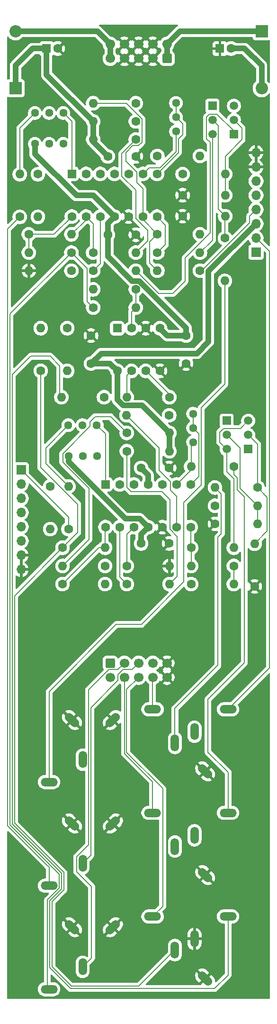
<source format=gbl>
%TF.GenerationSoftware,KiCad,Pcbnew,9.0.4*%
%TF.CreationDate,2025-10-04T20:54:08+02:00*%
%TF.ProjectId,DMH_Dual_VCA_Mk2_PCB_1,444d485f-4475-4616-9c5f-5643415f4d6b,1*%
%TF.SameCoordinates,Original*%
%TF.FileFunction,Copper,L2,Bot*%
%TF.FilePolarity,Positive*%
%FSLAX46Y46*%
G04 Gerber Fmt 4.6, Leading zero omitted, Abs format (unit mm)*
G04 Created by KiCad (PCBNEW 9.0.4) date 2025-10-04 20:54:08*
%MOMM*%
%LPD*%
G01*
G04 APERTURE LIST*
G04 Aperture macros list*
%AMRoundRect*
0 Rectangle with rounded corners*
0 $1 Rounding radius*
0 $2 $3 $4 $5 $6 $7 $8 $9 X,Y pos of 4 corners*
0 Add a 4 corners polygon primitive as box body*
4,1,4,$2,$3,$4,$5,$6,$7,$8,$9,$2,$3,0*
0 Add four circle primitives for the rounded corners*
1,1,$1+$1,$2,$3*
1,1,$1+$1,$4,$5*
1,1,$1+$1,$6,$7*
1,1,$1+$1,$8,$9*
0 Add four rect primitives between the rounded corners*
20,1,$1+$1,$2,$3,$4,$5,0*
20,1,$1+$1,$4,$5,$6,$7,0*
20,1,$1+$1,$6,$7,$8,$9,0*
20,1,$1+$1,$8,$9,$2,$3,0*%
%AMHorizOval*
0 Thick line with rounded ends*
0 $1 width*
0 $2 $3 position (X,Y) of the first rounded end (center of the circle)*
0 $4 $5 position (X,Y) of the second rounded end (center of the circle)*
0 Add line between two ends*
20,1,$1,$2,$3,$4,$5,0*
0 Add two circle primitives to create the rounded ends*
1,1,$1,$2,$3*
1,1,$1,$4,$5*%
G04 Aperture macros list end*
%TA.AperFunction,ComponentPad*%
%ADD10HorizOval,1.508000X-0.533159X0.533159X0.533159X-0.533159X0*%
%TD*%
%TA.AperFunction,ComponentPad*%
%ADD11O,3.016000X1.508000*%
%TD*%
%TA.AperFunction,ComponentPad*%
%ADD12O,1.508000X3.016000*%
%TD*%
%TA.AperFunction,ComponentPad*%
%ADD13R,1.700000X1.700000*%
%TD*%
%TA.AperFunction,ComponentPad*%
%ADD14O,1.700000X1.700000*%
%TD*%
%TA.AperFunction,ComponentPad*%
%ADD15HorizOval,1.508000X-0.533159X-0.533159X0.533159X0.533159X0*%
%TD*%
%TA.AperFunction,ComponentPad*%
%ADD16C,1.600000*%
%TD*%
%TA.AperFunction,ComponentPad*%
%ADD17O,1.600000X1.600000*%
%TD*%
%TA.AperFunction,ComponentPad*%
%ADD18R,2.200000X2.200000*%
%TD*%
%TA.AperFunction,ComponentPad*%
%ADD19O,2.200000X2.200000*%
%TD*%
%TA.AperFunction,ComponentPad*%
%ADD20R,1.600000X1.600000*%
%TD*%
%TA.AperFunction,ComponentPad*%
%ADD21R,1.500000X1.500000*%
%TD*%
%TA.AperFunction,ComponentPad*%
%ADD22C,1.500000*%
%TD*%
%TA.AperFunction,ComponentPad*%
%ADD23C,1.440000*%
%TD*%
%TA.AperFunction,ComponentPad*%
%ADD24RoundRect,0.250000X-0.550000X0.550000X-0.550000X-0.550000X0.550000X-0.550000X0.550000X0.550000X0*%
%TD*%
%TA.AperFunction,ComponentPad*%
%ADD25RoundRect,0.250000X-0.600000X0.600000X-0.600000X-0.600000X0.600000X-0.600000X0.600000X0.600000X0*%
%TD*%
%TA.AperFunction,ComponentPad*%
%ADD26C,1.700000*%
%TD*%
%TA.AperFunction,ComponentPad*%
%ADD27RoundRect,0.250000X0.600000X-0.600000X0.600000X0.600000X-0.600000X0.600000X-0.600000X-0.600000X0*%
%TD*%
%TA.AperFunction,Conductor*%
%ADD28C,1.000000*%
%TD*%
%TA.AperFunction,Conductor*%
%ADD29C,0.200000*%
%TD*%
G04 APERTURE END LIST*
D10*
%TO.P,J8,S*%
%TO.N,GND*%
X86903810Y-194846190D03*
D11*
%TO.P,J8,T*%
%TO.N,/Core Circuit B/CV 2 B Input*%
X91000000Y-183750000D03*
D12*
%TO.P,J8,TN*%
%TO.N,Net-(J200-Pin_6)*%
X85000000Y-187750000D03*
%TD*%
D13*
%TO.P,J60,1,Pin_1*%
%TO.N,/Core Circuit B/CV 1 B Input*%
X54000000Y-122500000D03*
D14*
%TO.P,J60,2,Pin_2*%
%TO.N,/Core Circuit B/CV 2 B Input*%
X54000000Y-125040000D03*
%TO.P,J60,3,Pin_3*%
%TO.N,+12V*%
X54000000Y-127580000D03*
%TO.P,J60,4,Pin_4*%
%TO.N,/Core Circuit B/Offset B Pot*%
X54000000Y-130120000D03*
%TO.P,J60,5,Pin_5*%
%TO.N,/Core Circuit B/CV 1 B Pot*%
X54000000Y-132660000D03*
%TO.P,J60,6,Pin_6*%
%TO.N,/Core Circuit B/CV 2 B Pot*%
X54000000Y-135200000D03*
%TO.P,J60,7,Pin_7*%
%TO.N,GND*%
X54000000Y-137740000D03*
%TO.P,J60,8,Pin_8*%
X54000000Y-140280000D03*
%TD*%
D15*
%TO.P,J7,S*%
%TO.N,GND*%
X70403810Y-185653810D03*
D12*
%TO.P,J7,T*%
%TO.N,/Core Circuit B/CV 1 B Input*%
X81500000Y-189750000D03*
D11*
%TO.P,J7,TN*%
%TO.N,Net-(J200-Pin_7)*%
X77500000Y-183750000D03*
%TD*%
D10*
%TO.P,J3,S*%
%TO.N,GND*%
X63096190Y-185653810D03*
D11*
%TO.P,J3,T*%
%TO.N,/Core Circuit A/CV 1 A Input*%
X59000000Y-196750000D03*
D12*
%TO.P,J3,TN*%
%TO.N,Net-(J200-Pin_3)*%
X65000000Y-192750000D03*
%TD*%
D10*
%TO.P,J2,S*%
%TO.N,GND*%
X63096190Y-204153810D03*
D11*
%TO.P,J2,T*%
%TO.N,/Core Circuit A/Output A*%
X59000000Y-215250000D03*
D12*
%TO.P,J2,TN*%
%TO.N,Net-(J200-Pin_2)*%
X65000000Y-211250000D03*
%TD*%
D15*
%TO.P,J6,S*%
%TO.N,GND*%
X70403810Y-204153810D03*
D12*
%TO.P,J6,T*%
%TO.N,/Core Circuit B/Output B*%
X81500000Y-208250000D03*
D11*
%TO.P,J6,TN*%
%TO.N,Net-(J200-Pin_8)*%
X77500000Y-202250000D03*
%TD*%
D13*
%TO.P,J50,1,Pin_1*%
%TO.N,/Core Circuit A/CV 1 A Input*%
X96000000Y-83620000D03*
D14*
%TO.P,J50,2,Pin_2*%
%TO.N,/Core Circuit A/CV 2 A Input*%
X96000000Y-81080000D03*
%TO.P,J50,3,Pin_3*%
%TO.N,+12V*%
X96000000Y-78540000D03*
%TO.P,J50,4,Pin_4*%
%TO.N,/Core Circuit A/Offset A Pot*%
X96000000Y-76000000D03*
%TO.P,J50,5,Pin_5*%
%TO.N,/Core Circuit A/CV 1 A Pot*%
X96000000Y-73460000D03*
%TO.P,J50,6,Pin_6*%
%TO.N,/Core Circuit A/CV 2 A Pot*%
X96000000Y-70920000D03*
%TO.P,J50,7,Pin_7*%
%TO.N,GND*%
X96000000Y-68380000D03*
%TO.P,J50,8,Pin_8*%
X96000000Y-65840000D03*
%TD*%
D10*
%TO.P,J9,S*%
%TO.N,GND*%
X86903810Y-213346190D03*
D11*
%TO.P,J9,T*%
%TO.N,/Inputs and Outputs/Mix Out Jack*%
X91000000Y-202250000D03*
D12*
%TO.P,J9,TN*%
%TO.N,GND*%
X85000000Y-206250000D03*
%TD*%
D10*
%TO.P,J1,S*%
%TO.N,GND*%
X63096190Y-167153810D03*
D11*
%TO.P,J1,T*%
%TO.N,/Core Circuit A/Input A*%
X59000000Y-178250000D03*
D12*
%TO.P,J1,TN*%
%TO.N,Net-(J200-Pin_1)*%
X65000000Y-174250000D03*
%TD*%
D15*
%TO.P,J5,S*%
%TO.N,GND*%
X70403810Y-167153810D03*
D12*
%TO.P,J5,T*%
%TO.N,/Core Circuit B/Input B*%
X81500000Y-171250000D03*
D11*
%TO.P,J5,TN*%
%TO.N,Net-(J200-Pin_9)*%
X77500000Y-165250000D03*
%TD*%
D10*
%TO.P,J4,S*%
%TO.N,GND*%
X86903810Y-176346190D03*
D11*
%TO.P,J4,T*%
%TO.N,/Core Circuit A/CV 2 A Input*%
X91000000Y-165250000D03*
D12*
%TO.P,J4,TN*%
%TO.N,Net-(J200-Pin_4)*%
X85000000Y-169250000D03*
%TD*%
D16*
%TO.P,R26,1*%
%TO.N,Net-(U2D--)*%
X72900000Y-142890000D03*
D17*
%TO.P,R26,2*%
%TO.N,Net-(Q3-C)*%
X80520000Y-142890000D03*
%TD*%
D18*
%TO.P,D2,1,K*%
%TO.N,Net-(D2-K)*%
X97000000Y-44170000D03*
D19*
%TO.P,D2,2,A*%
%TO.N,-12V*%
X97000000Y-54330000D03*
%TD*%
D20*
%TO.P,C2,1*%
%TO.N,GND*%
X89544888Y-47250000D03*
D16*
%TO.P,C2,2*%
%TO.N,-12V*%
X91544888Y-47250000D03*
%TD*%
D18*
%TO.P,D1,1,K*%
%TO.N,+12V*%
X53000000Y-54330000D03*
D19*
%TO.P,D1,2,A*%
%TO.N,Net-(D1-A)*%
X53000000Y-44170000D03*
%TD*%
D16*
%TO.P,R17,1*%
%TO.N,Net-(U1D-+)*%
X66865000Y-86930000D03*
D17*
%TO.P,R17,2*%
%TO.N,Net-(Q2-C)*%
X74485000Y-86930000D03*
%TD*%
D16*
%TO.P,R3,1*%
%TO.N,Net-(R3-Pad1)*%
X57000000Y-69690000D03*
D17*
%TO.P,R3,2*%
%TO.N,Net-(U1C--)*%
X57000000Y-77310000D03*
%TD*%
D16*
%TO.P,R25,1*%
%TO.N,Net-(R25-Pad1)*%
X61400000Y-142890000D03*
D17*
%TO.P,R25,2*%
%TO.N,Net-(U2D--)*%
X69020000Y-142890000D03*
%TD*%
D16*
%TO.P,R49,1*%
%TO.N,Net-(R47-Pad2)*%
X62250000Y-97190000D03*
D17*
%TO.P,R49,2*%
%TO.N,Net-(U3B--)*%
X62250000Y-104810000D03*
%TD*%
D16*
%TO.P,C6,1*%
%TO.N,GND*%
X80460000Y-135640000D03*
%TO.P,C6,2*%
%TO.N,-12V*%
X75460000Y-135640000D03*
%TD*%
%TO.P,R1,1*%
%TO.N,/Core Circuit A/CV 1 A Input*%
X53750000Y-77310000D03*
D17*
%TO.P,R1,2*%
%TO.N,Net-(U1A--)*%
X53750000Y-69690000D03*
%TD*%
D21*
%TO.P,Q1,1,C*%
%TO.N,Net-(Q1-C)*%
X88200000Y-57450000D03*
D22*
%TO.P,Q1,2,B*%
%TO.N,Net-(Q1-B)*%
X88200000Y-59990000D03*
%TO.P,Q1,3,E*%
%TO.N,Net-(Q1-E)*%
X88200000Y-62530000D03*
%TD*%
D16*
%TO.P,R50,1*%
%TO.N,Net-(U3B--)*%
X80500000Y-109500000D03*
D17*
%TO.P,R50,2*%
%TO.N,Net-(R50-Pad2)*%
X72880000Y-109500000D03*
%TD*%
D16*
%TO.P,R32,1*%
%TO.N,/Core Circuit B/CV 2 B Input*%
X92020000Y-121890000D03*
D17*
%TO.P,R32,2*%
%TO.N,Net-(U2B--)*%
X84400000Y-121890000D03*
%TD*%
D21*
%TO.P,Q2,1,C*%
%TO.N,Net-(Q2-C)*%
X92050000Y-62550000D03*
D22*
%TO.P,Q2,2,B*%
%TO.N,Net-(Q2-B)*%
X92050000Y-60010000D03*
%TO.P,Q2,3,E*%
%TO.N,Net-(Q1-E)*%
X92050000Y-57470000D03*
%TD*%
D16*
%TO.P,C3,1*%
%TO.N,+12V*%
X69500000Y-66500000D03*
%TO.P,C3,2*%
%TO.N,GND*%
X74500000Y-66500000D03*
%TD*%
%TO.P,R12,1*%
%TO.N,Net-(R12-Pad1)*%
X82865000Y-69680000D03*
D17*
%TO.P,R12,2*%
%TO.N,Net-(Q2-B)*%
X90485000Y-69680000D03*
%TD*%
D16*
%TO.P,R42,1*%
%TO.N,/Core Circuit B/Offset B Pot*%
X84400000Y-142890000D03*
D17*
%TO.P,R42,2*%
%TO.N,Net-(U2C--)*%
X92020000Y-142890000D03*
%TD*%
D23*
%TO.P,RV8,1,1*%
%TO.N,-12V*%
X62460000Y-120000000D03*
%TO.P,RV8,2,2*%
%TO.N,Net-(R34-Pad1)*%
X65000000Y-120000000D03*
%TO.P,RV8,3,3*%
%TO.N,+12V*%
X67540000Y-120000000D03*
%TD*%
D16*
%TO.P,C7,1*%
%TO.N,+12V*%
X66500000Y-103500000D03*
%TO.P,C7,2*%
%TO.N,GND*%
X66500000Y-98500000D03*
%TD*%
%TO.P,R41,1*%
%TO.N,Net-(U2C--)*%
X92020000Y-139640000D03*
D17*
%TO.P,R41,2*%
%TO.N,Net-(R39-Pad1)*%
X84400000Y-139640000D03*
%TD*%
D16*
%TO.P,C4,1*%
%TO.N,GND*%
X74500000Y-80500000D03*
%TO.P,C4,2*%
%TO.N,-12V*%
X69500000Y-80500000D03*
%TD*%
%TO.P,R35,1*%
%TO.N,GND*%
X95750000Y-143310000D03*
D17*
%TO.P,R35,2*%
%TO.N,Net-(Q3-B)*%
X95750000Y-135690000D03*
%TD*%
D24*
%TO.P,U1,1*%
%TO.N,Net-(R3-Pad1)*%
X63050000Y-69630000D03*
D16*
%TO.P,U1,2,-*%
%TO.N,Net-(U1A--)*%
X65590000Y-69630000D03*
%TO.P,U1,3,+*%
%TO.N,/Core Circuit A/CV 1 A Pot*%
X68130000Y-69630000D03*
%TO.P,U1,4,V+*%
%TO.N,+12V*%
X70670000Y-69630000D03*
%TO.P,U1,5,+*%
%TO.N,/Core Circuit A/CV 2 A Pot*%
X73210000Y-69630000D03*
%TO.P,U1,6,-*%
%TO.N,Net-(U1B--)*%
X75750000Y-69630000D03*
%TO.P,U1,7*%
%TO.N,Net-(R6-Pad1)*%
X78290000Y-69630000D03*
%TO.P,U1,8*%
%TO.N,Net-(R8-Pad2)*%
X78290000Y-77250000D03*
%TO.P,U1,9,-*%
%TO.N,Net-(U1C--)*%
X75750000Y-77250000D03*
%TO.P,U1,10,+*%
%TO.N,GND*%
X73210000Y-77250000D03*
%TO.P,U1,11,V-*%
%TO.N,-12V*%
X70670000Y-77250000D03*
%TO.P,U1,12,+*%
%TO.N,Net-(U1D-+)*%
X68130000Y-77250000D03*
%TO.P,U1,13,-*%
%TO.N,Net-(U1D--)*%
X65590000Y-77250000D03*
%TO.P,U1,14*%
%TO.N,Net-(R18-Pad1)*%
X63050000Y-77250000D03*
%TD*%
%TO.P,C8,1*%
%TO.N,GND*%
X83500000Y-103500000D03*
%TO.P,C8,2*%
%TO.N,-12V*%
X83500000Y-98500000D03*
%TD*%
%TO.P,R30,1*%
%TO.N,Net-(U2D-+)*%
X69020000Y-139640000D03*
D17*
%TO.P,R30,2*%
%TO.N,Net-(Q4-C)*%
X61400000Y-139640000D03*
%TD*%
D16*
%TO.P,R36,1*%
%TO.N,GND*%
X88650000Y-132140000D03*
D17*
%TO.P,R36,2*%
%TO.N,Net-(Q4-B)*%
X96270000Y-132140000D03*
%TD*%
D21*
%TO.P,Q3,1,C*%
%TO.N,Net-(Q3-C)*%
X94600000Y-118790000D03*
D22*
%TO.P,Q3,2,B*%
%TO.N,Net-(Q3-B)*%
X94600000Y-116250000D03*
%TO.P,Q3,3,E*%
%TO.N,Net-(Q3-E)*%
X94600000Y-113710000D03*
%TD*%
D16*
%TO.P,R38,1*%
%TO.N,Net-(R38-Pad1)*%
X80480000Y-112750000D03*
D17*
%TO.P,R38,2*%
%TO.N,Net-(U2C--)*%
X72860000Y-112750000D03*
%TD*%
D16*
%TO.P,R47,1*%
%TO.N,Net-(U3A--)*%
X74500000Y-90250000D03*
D17*
%TO.P,R47,2*%
%TO.N,Net-(R47-Pad2)*%
X66880000Y-90250000D03*
%TD*%
D23*
%TO.P,RV10,1,1*%
%TO.N,Net-(U1B--)*%
X81700000Y-62040000D03*
%TO.P,RV10,2,2*%
%TO.N,Net-(R6-Pad1)*%
X81700000Y-59500000D03*
%TO.P,RV10,3,3*%
X81700000Y-56960000D03*
%TD*%
D16*
%TO.P,R46,1*%
%TO.N,/Core Circuit B/Output B*%
X57500000Y-104810000D03*
D17*
%TO.P,R46,2*%
%TO.N,Net-(U3A--)*%
X57500000Y-97190000D03*
%TD*%
D16*
%TO.P,R15,1*%
%TO.N,Net-(Q2-C)*%
X74500000Y-60250000D03*
D17*
%TO.P,R15,2*%
%TO.N,+12V*%
X66880000Y-60250000D03*
%TD*%
D16*
%TO.P,R4,1*%
%TO.N,/Core Circuit A/CV 2 A Input*%
X78365000Y-66430000D03*
D17*
%TO.P,R4,2*%
%TO.N,Net-(U1B--)*%
X85985000Y-66430000D03*
%TD*%
D23*
%TO.P,RV12,1,1*%
%TO.N,Net-(U2B--)*%
X84750000Y-117540000D03*
%TO.P,RV12,2,2*%
%TO.N,Net-(R38-Pad1)*%
X84750000Y-115000000D03*
%TO.P,RV12,3,3*%
X84750000Y-112460000D03*
%TD*%
D16*
%TO.P,R31,1*%
%TO.N,Net-(U2D-+)*%
X72900000Y-139640000D03*
D17*
%TO.P,R31,2*%
%TO.N,GND*%
X80520000Y-139640000D03*
%TD*%
D16*
%TO.P,C5,1*%
%TO.N,+12V*%
X75460000Y-122140000D03*
%TO.P,C5,2*%
%TO.N,GND*%
X80460000Y-122140000D03*
%TD*%
D20*
%TO.P,C1,1*%
%TO.N,+12V*%
X58544888Y-47250000D03*
D16*
%TO.P,C1,2*%
%TO.N,GND*%
X60544888Y-47250000D03*
%TD*%
%TO.P,R39,1*%
%TO.N,Net-(R39-Pad1)*%
X84400000Y-136390000D03*
D17*
%TO.P,R39,2*%
%TO.N,Net-(Q3-E)*%
X92020000Y-136390000D03*
%TD*%
D16*
%TO.P,R7,1*%
%TO.N,/Core Circuit A/Offset A Pot*%
X85985000Y-86930000D03*
D17*
%TO.P,R7,2*%
%TO.N,Net-(U1C--)*%
X78365000Y-86930000D03*
%TD*%
D16*
%TO.P,R16,1*%
%TO.N,Net-(U1D--)*%
X66865000Y-83680000D03*
D17*
%TO.P,R16,2*%
%TO.N,Net-(Q1-C)*%
X74485000Y-83680000D03*
%TD*%
D23*
%TO.P,RV7,1,1*%
%TO.N,-12V*%
X56450000Y-64250000D03*
%TO.P,RV7,2,2*%
%TO.N,Net-(R12-Pad1)*%
X58990000Y-64250000D03*
%TO.P,RV7,3,3*%
%TO.N,+12V*%
X61530000Y-64250000D03*
%TD*%
%TO.P,RV9,1,1*%
%TO.N,Net-(U1A--)*%
X56450000Y-58750000D03*
%TO.P,RV9,2,2*%
%TO.N,Net-(R3-Pad1)*%
X58990000Y-58750000D03*
%TO.P,RV9,3,3*%
X61530000Y-58750000D03*
%TD*%
D16*
%TO.P,R22,1*%
%TO.N,Net-(Q3-C)*%
X72880000Y-119140000D03*
D17*
%TO.P,R22,2*%
%TO.N,+12V*%
X80500000Y-119140000D03*
%TD*%
D16*
%TO.P,R20,1*%
%TO.N,/Core Circuit A/Output A*%
X62985000Y-83680000D03*
D17*
%TO.P,R20,2*%
%TO.N,Net-(R18-Pad1)*%
X55365000Y-83680000D03*
%TD*%
D16*
%TO.P,R6,1*%
%TO.N,Net-(R6-Pad1)*%
X74500000Y-57000000D03*
D17*
%TO.P,R6,2*%
%TO.N,Net-(U1C--)*%
X66880000Y-57000000D03*
%TD*%
D16*
%TO.P,R23,1*%
%TO.N,Net-(Q4-C)*%
X72880000Y-115890000D03*
D17*
%TO.P,R23,2*%
%TO.N,+12V*%
X80500000Y-115890000D03*
%TD*%
D25*
%TO.P,J200,1,Pin_1*%
%TO.N,Net-(J200-Pin_1)*%
X69920000Y-157000000D03*
D26*
%TO.P,J200,2,Pin_2*%
%TO.N,Net-(J200-Pin_2)*%
X72460000Y-157000000D03*
%TO.P,J200,3,Pin_3*%
%TO.N,Net-(J200-Pin_3)*%
X75000000Y-157000000D03*
%TO.P,J200,4,Pin_4*%
%TO.N,Net-(J200-Pin_4)*%
X77540000Y-157000000D03*
%TO.P,J200,5,Pin_5*%
%TO.N,GND*%
X80080000Y-157000000D03*
%TO.P,J200,6,Pin_6*%
%TO.N,Net-(J200-Pin_6)*%
X69920000Y-159540000D03*
%TO.P,J200,7,Pin_7*%
%TO.N,Net-(J200-Pin_7)*%
X72460000Y-159540000D03*
%TO.P,J200,8,Pin_8*%
%TO.N,Net-(J200-Pin_8)*%
X75000000Y-159540000D03*
%TO.P,J200,9,Pin_9*%
%TO.N,Net-(J200-Pin_9)*%
X77540000Y-159540000D03*
%TO.P,J200,10,Pin_10*%
%TO.N,GND*%
X80080000Y-159540000D03*
%TD*%
D16*
%TO.P,R51,1*%
%TO.N,Net-(R50-Pad2)*%
X68810000Y-109500000D03*
D17*
%TO.P,R51,2*%
%TO.N,/Inputs and Outputs/Mix Out Jack*%
X61190000Y-109500000D03*
%TD*%
D16*
%TO.P,R9,1*%
%TO.N,Net-(R8-Pad2)*%
X78365000Y-83680000D03*
D17*
%TO.P,R9,2*%
%TO.N,Net-(Q1-E)*%
X85985000Y-83680000D03*
%TD*%
D24*
%TO.P,U3,1*%
%TO.N,Net-(R47-Pad2)*%
X71190000Y-97190000D03*
D16*
%TO.P,U3,2,-*%
%TO.N,Net-(U3A--)*%
X73730000Y-97190000D03*
%TO.P,U3,3,+*%
%TO.N,GND*%
X76270000Y-97190000D03*
%TO.P,U3,4,V-*%
%TO.N,-12V*%
X78810000Y-97190000D03*
%TO.P,U3,5,+*%
%TO.N,GND*%
X78810000Y-104810000D03*
%TO.P,U3,6,-*%
%TO.N,Net-(U3B--)*%
X76270000Y-104810000D03*
%TO.P,U3,7*%
%TO.N,Net-(R50-Pad2)*%
X73730000Y-104810000D03*
%TO.P,U3,8,V+*%
%TO.N,+12V*%
X71190000Y-104810000D03*
%TD*%
%TO.P,R10,1*%
%TO.N,GND*%
X82865000Y-77180000D03*
D17*
%TO.P,R10,2*%
%TO.N,Net-(Q1-B)*%
X90485000Y-77180000D03*
%TD*%
D16*
%TO.P,R13,1*%
%TO.N,GND*%
X82865000Y-73430000D03*
D17*
%TO.P,R13,2*%
%TO.N,Net-(Q2-B)*%
X90485000Y-73430000D03*
%TD*%
D16*
%TO.P,R19,1*%
%TO.N,Net-(U1D-+)*%
X62985000Y-86930000D03*
D17*
%TO.P,R19,2*%
%TO.N,GND*%
X55365000Y-86930000D03*
%TD*%
D16*
%TO.P,R14,1*%
%TO.N,Net-(Q1-C)*%
X74500000Y-63500000D03*
D17*
%TO.P,R14,2*%
%TO.N,+12V*%
X66880000Y-63500000D03*
%TD*%
D16*
%TO.P,R24,1*%
%TO.N,/Core Circuit B/CV 1 B Input*%
X62460000Y-133060000D03*
D17*
%TO.P,R24,2*%
%TO.N,Net-(U2A--)*%
X62460000Y-125440000D03*
%TD*%
D16*
%TO.P,R34,1*%
%TO.N,Net-(R34-Pad1)*%
X88650000Y-128890000D03*
D17*
%TO.P,R34,2*%
%TO.N,Net-(Q4-B)*%
X96270000Y-128890000D03*
%TD*%
D16*
%TO.P,R11,1*%
%TO.N,Net-(Q1-B)*%
X90425000Y-81120000D03*
D17*
%TO.P,R11,2*%
%TO.N,/Core Circuit A/Input A*%
X90425000Y-88740000D03*
%TD*%
D23*
%TO.P,RV11,1,1*%
%TO.N,Net-(U2A--)*%
X62450000Y-114500000D03*
%TO.P,RV11,2,2*%
%TO.N,Net-(R28-Pad1)*%
X64990000Y-114500000D03*
%TO.P,RV11,3,3*%
X67530000Y-114500000D03*
%TD*%
D16*
%TO.P,R33,1*%
%TO.N,Net-(Q3-B)*%
X96270000Y-125640000D03*
D17*
%TO.P,R33,2*%
%TO.N,/Core Circuit B/Input B*%
X88650000Y-125640000D03*
%TD*%
D16*
%TO.P,R8,1*%
%TO.N,Net-(U1C--)*%
X78365000Y-80430000D03*
D17*
%TO.P,R8,2*%
%TO.N,Net-(R8-Pad2)*%
X85985000Y-80430000D03*
%TD*%
D27*
%TO.P,J100,1a,Pin_1a*%
%TO.N,Net-(D2-K)*%
X80080000Y-49002500D03*
D26*
%TO.P,J100,1b,Pin_1b*%
X80080000Y-46462500D03*
%TO.P,J100,2a,Pin_2a*%
%TO.N,GND*%
X77540000Y-49002500D03*
%TO.P,J100,2b,Pin_2b*%
X77540000Y-46462500D03*
%TO.P,J100,3a,Pin_3a*%
X75000000Y-49002500D03*
%TO.P,J100,3b,Pin_3b*%
X75000000Y-46462500D03*
%TO.P,J100,4a,Pin_4a*%
X72460000Y-49002500D03*
%TO.P,J100,4b,Pin_4b*%
X72460000Y-46462500D03*
%TO.P,J100,5a,Pin_5a*%
%TO.N,Net-(D1-A)*%
X69920000Y-49002500D03*
%TO.P,J100,5b,Pin_5b*%
X69920000Y-46462500D03*
%TD*%
D24*
%TO.P,U2,1*%
%TO.N,Net-(R28-Pad1)*%
X69085000Y-125090000D03*
D16*
%TO.P,U2,2,-*%
%TO.N,Net-(U2A--)*%
X71625000Y-125090000D03*
%TO.P,U2,3,+*%
%TO.N,/Core Circuit B/CV 1 B Pot*%
X74165000Y-125090000D03*
%TO.P,U2,4,V+*%
%TO.N,+12V*%
X76705000Y-125090000D03*
%TO.P,U2,5,+*%
%TO.N,/Core Circuit B/CV 2 B Pot*%
X79245000Y-125090000D03*
%TO.P,U2,6,-*%
%TO.N,Net-(U2B--)*%
X81785000Y-125090000D03*
%TO.P,U2,7*%
%TO.N,Net-(R38-Pad1)*%
X84325000Y-125090000D03*
%TO.P,U2,8*%
%TO.N,Net-(R39-Pad1)*%
X84325000Y-132710000D03*
%TO.P,U2,9,-*%
%TO.N,Net-(U2C--)*%
X81785000Y-132710000D03*
%TO.P,U2,10,+*%
%TO.N,GND*%
X79245000Y-132710000D03*
%TO.P,U2,11,V-*%
%TO.N,-12V*%
X76705000Y-132710000D03*
%TO.P,U2,12,+*%
%TO.N,Net-(U2D-+)*%
X74165000Y-132710000D03*
%TO.P,U2,13,-*%
%TO.N,Net-(U2D--)*%
X71625000Y-132710000D03*
%TO.P,U2,14*%
%TO.N,Net-(R25-Pad1)*%
X69085000Y-132710000D03*
%TD*%
%TO.P,R48,1*%
%TO.N,/Core Circuit A/Output A*%
X66880000Y-93500000D03*
D17*
%TO.P,R48,2*%
%TO.N,Net-(U3A--)*%
X74500000Y-93500000D03*
%TD*%
D16*
%TO.P,R29,1*%
%TO.N,/Core Circuit B/Output B*%
X61400000Y-136390000D03*
D17*
%TO.P,R29,2*%
%TO.N,Net-(R25-Pad1)*%
X69020000Y-136390000D03*
%TD*%
D21*
%TO.P,Q4,1,C*%
%TO.N,Net-(Q4-C)*%
X90750000Y-113710000D03*
D22*
%TO.P,Q4,2,B*%
%TO.N,Net-(Q4-B)*%
X90750000Y-116250000D03*
%TO.P,Q4,3,E*%
%TO.N,Net-(Q3-E)*%
X90750000Y-118790000D03*
%TD*%
D16*
%TO.P,R28,1*%
%TO.N,Net-(R28-Pad1)*%
X59210000Y-125440000D03*
D17*
%TO.P,R28,2*%
%TO.N,Net-(U2C--)*%
X59210000Y-133060000D03*
%TD*%
D16*
%TO.P,R18,1*%
%TO.N,Net-(R18-Pad1)*%
X55365000Y-80430000D03*
D17*
%TO.P,R18,2*%
%TO.N,Net-(U1D--)*%
X62985000Y-80430000D03*
%TD*%
D28*
%TO.N,+12V*%
X80500000Y-119140000D02*
X80500000Y-115890000D01*
X53000000Y-50300000D02*
X53000000Y-54330000D01*
X58544888Y-47250000D02*
X56050000Y-47250000D01*
X75611000Y-111001000D02*
X72258265Y-111001000D01*
X66500000Y-103500000D02*
X69880000Y-103500000D01*
X66880000Y-63880000D02*
X69500000Y-66500000D01*
X76705000Y-123385000D02*
X75460000Y-122140000D01*
X68300000Y-101700000D02*
X85400000Y-101700000D01*
X66500000Y-103500000D02*
X68300000Y-101700000D01*
X85400000Y-101700000D02*
X87500000Y-99600000D01*
X69880000Y-103500000D02*
X71190000Y-104810000D01*
X87500000Y-87040000D02*
X96000000Y-78540000D01*
X58544888Y-51914888D02*
X58544888Y-47250000D01*
X87500000Y-99600000D02*
X87500000Y-87040000D01*
X72258265Y-111001000D02*
X71190000Y-109932735D01*
X80500000Y-115890000D02*
X75611000Y-111001000D01*
X76705000Y-125090000D02*
X76705000Y-123385000D01*
X71190000Y-109932735D02*
X71190000Y-104810000D01*
X66880000Y-63500000D02*
X66880000Y-60250000D01*
X66880000Y-60250000D02*
X58544888Y-51914888D01*
X66880000Y-63500000D02*
X66880000Y-63880000D01*
X56050000Y-47250000D02*
X53000000Y-50300000D01*
%TO.N,-12V*%
X75121735Y-88749000D02*
X83500000Y-97127265D01*
X69500000Y-78420000D02*
X70670000Y-77250000D01*
X93950000Y-47250000D02*
X97000000Y-50300000D01*
X62460000Y-120000000D02*
X62460000Y-121018233D01*
X66920000Y-73500000D02*
X70670000Y-77250000D01*
X75460000Y-135640000D02*
X75460000Y-133955000D01*
X78810000Y-97210000D02*
X78810000Y-97190000D01*
X80100000Y-98500000D02*
X78810000Y-97210000D01*
X83500000Y-98500000D02*
X80100000Y-98500000D01*
X62460000Y-121018233D02*
X72650767Y-131209000D01*
X56450000Y-66050000D02*
X63900000Y-73500000D01*
X73878265Y-88749000D02*
X75121735Y-88749000D01*
X97000000Y-50300000D02*
X97000000Y-54330000D01*
X75460000Y-133955000D02*
X76705000Y-132710000D01*
X69500000Y-80500000D02*
X69500000Y-84370735D01*
X56450000Y-64250000D02*
X56450000Y-66050000D01*
X69500000Y-84370735D02*
X73878265Y-88749000D01*
X72650767Y-131209000D02*
X75204000Y-131209000D01*
X69500000Y-80500000D02*
X69500000Y-78420000D01*
X75204000Y-131209000D02*
X76705000Y-132710000D01*
X63900000Y-73500000D02*
X66920000Y-73500000D01*
X91544888Y-47250000D02*
X93950000Y-47250000D01*
X83500000Y-97127265D02*
X83500000Y-98500000D01*
%TO.N,Net-(D1-A)*%
X67627500Y-44170000D02*
X69920000Y-46462500D01*
X69920000Y-49002500D02*
X69920000Y-46462500D01*
X53000000Y-44170000D02*
X67627500Y-44170000D01*
%TO.N,Net-(D2-K)*%
X82372500Y-44170000D02*
X80080000Y-46462500D01*
X97000000Y-44170000D02*
X82372500Y-44170000D01*
X80080000Y-49002500D02*
X80080000Y-46462500D01*
D29*
%TO.N,/Core Circuit A/Input A*%
X83100000Y-142497050D02*
X83100000Y-128300000D01*
X90425000Y-107175000D02*
X90425000Y-88740000D01*
X83100000Y-128300000D02*
X86172000Y-125228000D01*
X59000000Y-162100000D02*
X71000000Y-150100000D01*
X86172000Y-111428000D02*
X90425000Y-107175000D01*
X75497050Y-150100000D02*
X83100000Y-142497050D01*
X86172000Y-125228000D02*
X86172000Y-111428000D01*
X71000000Y-150100000D02*
X75497050Y-150100000D01*
X59000000Y-178250000D02*
X59000000Y-162100000D01*
%TO.N,/Core Circuit A/Output A*%
X62985000Y-83680000D02*
X65764000Y-86459000D01*
X52002000Y-106663100D02*
X52002000Y-106330900D01*
X65764000Y-86459000D02*
X65764000Y-92384000D01*
X52236900Y-186134900D02*
X52002000Y-185900000D01*
X60809000Y-197186995D02*
X60809000Y-194707000D01*
X59000000Y-215250000D02*
X58700000Y-214950000D01*
X52002000Y-185900000D02*
X52002000Y-185567800D01*
X58700000Y-192598000D02*
X52236900Y-186134900D01*
X52002000Y-94663000D02*
X62985000Y-83680000D01*
X65764000Y-92384000D02*
X66880000Y-93500000D01*
X52002000Y-185567800D02*
X52002000Y-106663100D01*
X60809000Y-194707000D02*
X58700000Y-192598000D01*
X52002000Y-106330900D02*
X52002000Y-94663000D01*
X58700000Y-214950000D02*
X58700000Y-199295995D01*
X58700000Y-199295995D02*
X60809000Y-197186995D01*
%TO.N,Net-(J200-Pin_2)*%
X66600000Y-209650000D02*
X65000000Y-211250000D01*
X66600000Y-196900000D02*
X66600000Y-209650000D01*
X66055000Y-161777240D02*
X66055000Y-189449005D01*
X71309000Y-158151000D02*
X69681240Y-158151000D01*
X63945000Y-194245000D02*
X66600000Y-196900000D01*
X66055000Y-189449005D02*
X63945000Y-191559005D01*
X63945000Y-191559005D02*
X63945000Y-194245000D01*
X69681240Y-158151000D02*
X66055000Y-161777240D01*
X72460000Y-157000000D02*
X71309000Y-158151000D01*
%TO.N,Net-(J200-Pin_3)*%
X66456000Y-191294000D02*
X65000000Y-192750000D01*
X73849000Y-158151000D02*
X72221240Y-158151000D01*
X72221240Y-158151000D02*
X71309000Y-159063240D01*
X66456000Y-164944000D02*
X66456000Y-191294000D01*
X71309000Y-159063240D02*
X71309000Y-160091000D01*
X71309000Y-160091000D02*
X66456000Y-164944000D01*
X75000000Y-157000000D02*
X73849000Y-158151000D01*
%TO.N,/Core Circuit A/CV 1 A Input*%
X59000000Y-193465100D02*
X59000000Y-196750000D01*
X51601000Y-106164800D02*
X51601000Y-106497000D01*
X51601000Y-186066100D02*
X51835900Y-186301000D01*
X51601000Y-106497000D02*
X51601000Y-106829200D01*
X51601000Y-185401700D02*
X51601000Y-185733900D01*
X51601000Y-184101000D02*
X51601000Y-185401700D01*
X51835900Y-186301000D02*
X52070800Y-186535900D01*
X51601000Y-185733900D02*
X51601000Y-186066100D01*
X58533900Y-192999000D02*
X59000000Y-193465100D01*
X51601000Y-94829100D02*
X51601000Y-106164800D01*
X58299000Y-192764100D02*
X58533900Y-192999000D01*
X51601000Y-94496900D02*
X51601000Y-94829100D01*
X51601000Y-106829200D02*
X51601000Y-184101000D01*
X53750000Y-77310000D02*
X51601000Y-79459000D01*
X51601000Y-79459000D02*
X51601000Y-94496900D01*
X52070800Y-186535900D02*
X58299000Y-192764100D01*
%TO.N,/Core Circuit A/CV 2 A Input*%
X98399000Y-83479000D02*
X98399000Y-157851000D01*
X98399000Y-157851000D02*
X91000000Y-165250000D01*
X96000000Y-81080000D02*
X98399000Y-83479000D01*
%TO.N,/Core Circuit B/Input B*%
X89200000Y-157380927D02*
X89200000Y-134500000D01*
X81500000Y-171250000D02*
X81500000Y-165080927D01*
X81500000Y-165080927D02*
X89200000Y-157380927D01*
X89800000Y-126790000D02*
X88650000Y-125640000D01*
X89200000Y-134500000D02*
X89800000Y-133900000D01*
X89800000Y-133900000D02*
X89800000Y-126790000D01*
%TO.N,Net-(J200-Pin_9)*%
X77500000Y-165250000D02*
X77500000Y-159580000D01*
X77500000Y-159580000D02*
X77540000Y-159540000D01*
%TO.N,/Core Circuit B/Output B*%
X61611000Y-197519195D02*
X61376100Y-197754095D01*
X64100000Y-133690000D02*
X64100000Y-128637050D01*
X61611000Y-194707000D02*
X61611000Y-197186995D01*
X57500000Y-122037050D02*
X57500000Y-104810000D01*
X61611000Y-197186995D02*
X61611000Y-197519195D01*
X61400000Y-136390000D02*
X64100000Y-133690000D01*
X59502000Y-199628195D02*
X59502000Y-211234900D01*
X61376100Y-197754095D02*
X59502000Y-199628195D01*
X61376100Y-194139900D02*
X61611000Y-194374800D01*
X61400000Y-136390000D02*
X52804000Y-144986000D01*
X52804000Y-144986000D02*
X52804000Y-185567800D01*
X64100000Y-128637050D02*
X57500000Y-122037050D01*
X52804000Y-185567800D02*
X61376100Y-194139900D01*
X59502000Y-211234900D02*
X62966100Y-214699000D01*
X62966100Y-214699000D02*
X75051000Y-214699000D01*
X61611000Y-194374800D02*
X61611000Y-194707000D01*
X75051000Y-214699000D02*
X81500000Y-208250000D01*
%TO.N,Net-(J200-Pin_8)*%
X72861000Y-172961000D02*
X79309000Y-179409000D01*
X79309000Y-179409000D02*
X79309000Y-200441000D01*
X75000000Y-159540000D02*
X72861000Y-161679000D01*
X79309000Y-200441000D02*
X77500000Y-202250000D01*
X72861000Y-161679000D02*
X72861000Y-172961000D01*
%TO.N,/Core Circuit B/CV 1 B Input*%
X54000000Y-122500000D02*
X62460000Y-130960000D01*
X62460000Y-130960000D02*
X62460000Y-133060000D01*
%TO.N,Net-(J200-Pin_7)*%
X72460000Y-172460000D02*
X72460000Y-172794900D01*
X72460000Y-161845100D02*
X72460000Y-172460000D01*
X72460000Y-172794900D02*
X72460000Y-173127100D01*
X72460000Y-173127100D02*
X72694900Y-173362000D01*
X72460000Y-159540000D02*
X72460000Y-161512900D01*
X72460000Y-161512900D02*
X72460000Y-161845100D01*
X77500000Y-178167100D02*
X77500000Y-183750000D01*
X72694900Y-173362000D02*
X77500000Y-178167100D01*
%TO.N,/Core Circuit B/CV 2 B Input*%
X92600000Y-123900000D02*
X92600000Y-126000000D01*
X92020000Y-121890000D02*
X92020000Y-123320000D01*
X93900000Y-156950000D02*
X87400000Y-163450000D01*
X93900000Y-127300000D02*
X93900000Y-156950000D01*
X91000000Y-176500000D02*
X91000000Y-183750000D01*
X92020000Y-123320000D02*
X92600000Y-123900000D01*
X92600000Y-126000000D02*
X93900000Y-127300000D01*
X87400000Y-172900000D02*
X91000000Y-176500000D01*
X87400000Y-163450000D02*
X87400000Y-172900000D01*
%TO.N,/Core Circuit A/Offset A Pot*%
X85985000Y-86930000D02*
X86270000Y-86930000D01*
X94849000Y-77151000D02*
X96000000Y-76000000D01*
X94849000Y-78351000D02*
X94849000Y-77151000D01*
X86270000Y-86930000D02*
X94849000Y-78351000D01*
%TO.N,Net-(Q1-C)*%
X74482900Y-77582900D02*
X76600000Y-79700000D01*
X74500000Y-63500000D02*
X71999000Y-66001000D01*
X76600000Y-81565000D02*
X74485000Y-83680000D01*
X76600000Y-79700000D02*
X76600000Y-81565000D01*
X74482900Y-72534900D02*
X74482900Y-77582900D01*
X71999000Y-70051000D02*
X74482900Y-72534900D01*
X71999000Y-66001000D02*
X71999000Y-70051000D01*
%TO.N,Net-(Q1-E)*%
X88200000Y-81465000D02*
X88200000Y-62530000D01*
X85985000Y-83680000D02*
X88200000Y-81465000D01*
%TO.N,Net-(Q1-B)*%
X89251000Y-75946000D02*
X90485000Y-77180000D01*
X89251000Y-61041000D02*
X89251000Y-75946000D01*
X88200000Y-59990000D02*
X89251000Y-61041000D01*
X90425000Y-81120000D02*
X90425000Y-77240000D01*
X90425000Y-77240000D02*
X90485000Y-77180000D01*
%TO.N,Net-(Q2-B)*%
X93500000Y-63500000D02*
X90485000Y-66515000D01*
X90485000Y-66515000D02*
X90485000Y-69680000D01*
X90485000Y-73430000D02*
X90485000Y-69680000D01*
X92050000Y-60010000D02*
X93500000Y-61460000D01*
X93500000Y-61460000D02*
X93500000Y-63500000D01*
%TO.N,Net-(Q2-C)*%
X83300000Y-88800000D02*
X83300000Y-84672050D01*
X87149000Y-59451000D02*
X87661000Y-58939000D01*
X89039000Y-58939000D02*
X92050000Y-61950000D01*
X74485000Y-86930000D02*
X78555000Y-91000000D01*
X92050000Y-61950000D02*
X92050000Y-62550000D01*
X87149000Y-63349000D02*
X87149000Y-59451000D01*
X83300000Y-84672050D02*
X87799000Y-80173050D01*
X87661000Y-58939000D02*
X89039000Y-58939000D01*
X87799000Y-63999000D02*
X87149000Y-63349000D01*
X78555000Y-91000000D02*
X81100000Y-91000000D01*
X87799000Y-80173050D02*
X87799000Y-63999000D01*
X81100000Y-91000000D02*
X83300000Y-88800000D01*
%TO.N,Net-(Q3-B)*%
X97998000Y-133442000D02*
X97998000Y-127368000D01*
X96270000Y-117920000D02*
X96270000Y-125640000D01*
X97998000Y-127368000D02*
X96270000Y-125640000D01*
X94600000Y-116250000D02*
X96270000Y-117920000D01*
X95750000Y-135690000D02*
X97998000Y-133442000D01*
%TO.N,Net-(Q3-C)*%
X72880000Y-125580000D02*
X72880000Y-119140000D01*
X81900000Y-134382050D02*
X80600000Y-133082050D01*
X80520000Y-142890000D02*
X81900000Y-141510000D01*
X79200000Y-126400000D02*
X73700000Y-126400000D01*
X80600000Y-127800000D02*
X79200000Y-126400000D01*
X73700000Y-126400000D02*
X72880000Y-125580000D01*
X80600000Y-133082050D02*
X80600000Y-127800000D01*
X81900000Y-141510000D02*
X81900000Y-134382050D01*
%TO.N,Net-(Q3-E)*%
X89500000Y-117540000D02*
X89500000Y-115761000D01*
X93210000Y-115100000D02*
X94600000Y-113710000D01*
X89500000Y-115761000D02*
X90161000Y-115100000D01*
X92020000Y-124120000D02*
X90750000Y-122850000D01*
X92020000Y-136390000D02*
X92020000Y-124120000D01*
X90161000Y-115100000D02*
X93210000Y-115100000D01*
X90750000Y-122850000D02*
X90750000Y-118790000D01*
X90750000Y-118790000D02*
X89500000Y-117540000D01*
%TO.N,Net-(Q4-B)*%
X96270000Y-132140000D02*
X96270000Y-128890000D01*
X93121000Y-118621000D02*
X93121000Y-125741000D01*
X93121000Y-125741000D02*
X96270000Y-128890000D01*
X90750000Y-116250000D02*
X93121000Y-118621000D01*
%TO.N,Net-(Q4-C)*%
X69990000Y-113000000D02*
X72880000Y-115890000D01*
X61400000Y-139640000D02*
X66100000Y-134940000D01*
X66308044Y-113891956D02*
X67200000Y-113000000D01*
X66100000Y-134940000D02*
X66100000Y-125791019D01*
X61439000Y-119577087D02*
X66308044Y-114708043D01*
X66308044Y-114708043D02*
X66308044Y-113891956D01*
X66100000Y-125791019D02*
X61439000Y-121130019D01*
X67200000Y-113000000D02*
X69990000Y-113000000D01*
X61439000Y-121130019D02*
X61439000Y-119577087D01*
%TO.N,Net-(U1A--)*%
X53750000Y-69690000D02*
X53750000Y-61450000D01*
X53750000Y-61450000D02*
X56450000Y-58750000D01*
%TO.N,Net-(R3-Pad1)*%
X63050000Y-60270000D02*
X63050000Y-69630000D01*
X61530000Y-58750000D02*
X63050000Y-60270000D01*
%TO.N,Net-(U1C--)*%
X74649000Y-69349000D02*
X72700000Y-67400000D01*
X78365000Y-80430000D02*
X75750000Y-77815000D01*
X72807050Y-57000000D02*
X66880000Y-57000000D01*
X75750000Y-77815000D02*
X75750000Y-77250000D01*
X74956050Y-64601000D02*
X75601000Y-63956050D01*
X74043950Y-64601000D02*
X74956050Y-64601000D01*
X77000000Y-81795000D02*
X78365000Y-80430000D01*
X75601000Y-63956050D02*
X75601000Y-59793950D01*
X72700000Y-65867100D02*
X73967100Y-64600000D01*
X78365000Y-86930000D02*
X77000000Y-85565000D01*
X74649000Y-71149000D02*
X74649000Y-69349000D01*
X77000000Y-85565000D02*
X77000000Y-81795000D01*
X72700000Y-67400000D02*
X72700000Y-65867100D01*
X75750000Y-72250000D02*
X74649000Y-71149000D01*
X75750000Y-77250000D02*
X75750000Y-72250000D01*
X73967100Y-64600000D02*
X74042950Y-64600000D01*
X75601000Y-59793950D02*
X72807050Y-57000000D01*
X74042950Y-64600000D02*
X74043950Y-64601000D01*
%TO.N,Net-(U1B--)*%
X81699000Y-65653900D02*
X81699000Y-63233900D01*
X75750000Y-69630000D02*
X76851000Y-68529000D01*
X81700000Y-63232900D02*
X81700000Y-62040000D01*
X78823900Y-68529000D02*
X81699000Y-65653900D01*
X76851000Y-68529000D02*
X78823900Y-68529000D01*
X81699000Y-63233900D02*
X81700000Y-63232900D01*
%TO.N,Net-(R6-Pad1)*%
X82900000Y-62600000D02*
X82900000Y-60700000D01*
X78290000Y-69630000D02*
X82100000Y-65820000D01*
X82100000Y-63400000D02*
X82900000Y-62600000D01*
X81700000Y-59500000D02*
X81700000Y-56960000D01*
X82900000Y-60700000D02*
X81700000Y-59500000D01*
X82100000Y-65820000D02*
X82100000Y-63400000D01*
%TO.N,Net-(R8-Pad2)*%
X78365000Y-83680000D02*
X79800000Y-82245000D01*
X79800000Y-78760000D02*
X78290000Y-77250000D01*
X79800000Y-82245000D02*
X79800000Y-78760000D01*
%TO.N,Net-(U1D--)*%
X65590000Y-77825000D02*
X65590000Y-77250000D01*
X66865000Y-78525000D02*
X66865000Y-83680000D01*
X65590000Y-77250000D02*
X66865000Y-78525000D01*
X62985000Y-80430000D02*
X65590000Y-77825000D01*
X66235000Y-83680000D02*
X66865000Y-83680000D01*
%TO.N,Net-(U1D-+)*%
X68130000Y-77250000D02*
X68130000Y-85665000D01*
X68130000Y-85665000D02*
X66865000Y-86930000D01*
%TO.N,Net-(R18-Pad1)*%
X55365000Y-83680000D02*
X55365000Y-80430000D01*
X55365000Y-80430000D02*
X59870000Y-80430000D01*
X59870000Y-80430000D02*
X63050000Y-77250000D01*
%TO.N,Net-(R28-Pad1)*%
X69085000Y-116055000D02*
X69085000Y-125090000D01*
X67530000Y-114500000D02*
X69085000Y-116055000D01*
%TO.N,Net-(U2A--)*%
X58400000Y-121380000D02*
X62460000Y-125440000D01*
X58400000Y-118550000D02*
X58400000Y-121380000D01*
X62450000Y-114500000D02*
X58400000Y-118550000D01*
%TO.N,Net-(U2D--)*%
X71625000Y-141615000D02*
X72900000Y-142890000D01*
X71625000Y-132710000D02*
X71625000Y-141615000D01*
%TO.N,Net-(R25-Pad1)*%
X69020000Y-136390000D02*
X69020000Y-132775000D01*
X61400000Y-142890000D02*
X67900000Y-136390000D01*
X67900000Y-136390000D02*
X69020000Y-136390000D01*
X69020000Y-132775000D02*
X69085000Y-132710000D01*
%TO.N,Net-(U2C--)*%
X78700000Y-118590000D02*
X72860000Y-112750000D01*
X81785000Y-127185000D02*
X80684000Y-126084000D01*
X80684000Y-126084000D02*
X80684000Y-124584000D01*
X80684000Y-124584000D02*
X78700000Y-122600000D01*
X92020000Y-142890000D02*
X92020000Y-139640000D01*
X78700000Y-122600000D02*
X78700000Y-118590000D01*
X81785000Y-132710000D02*
X81785000Y-127185000D01*
%TO.N,Net-(U2D-+)*%
X72900000Y-139640000D02*
X72900000Y-133975000D01*
X72900000Y-133975000D02*
X74165000Y-132710000D01*
%TO.N,Net-(U2B--)*%
X84400000Y-121890000D02*
X84400000Y-117890000D01*
X84400000Y-122475000D02*
X84400000Y-121890000D01*
X84400000Y-117890000D02*
X84750000Y-117540000D01*
X81785000Y-125090000D02*
X84400000Y-122475000D01*
%TO.N,Net-(R38-Pad1)*%
X84325000Y-125090000D02*
X85771000Y-123644000D01*
X85771000Y-123644000D02*
X85771000Y-116021000D01*
X84750000Y-115000000D02*
X84750000Y-112460000D01*
X85771000Y-116021000D02*
X84750000Y-115000000D01*
%TO.N,Net-(R39-Pad1)*%
X84325000Y-136315000D02*
X84400000Y-136390000D01*
X84325000Y-132710000D02*
X84325000Y-136315000D01*
X84400000Y-139640000D02*
X84400000Y-136390000D01*
%TO.N,/Inputs and Outputs/Mix Out Jack*%
X88599000Y-215100000D02*
X91000000Y-212699000D01*
X61210000Y-194540900D02*
X61210000Y-197353095D01*
X52403000Y-105497000D02*
X52403000Y-185733900D01*
X59101000Y-211401000D02*
X62800000Y-215100000D01*
X62800000Y-215100000D02*
X88599000Y-215100000D01*
X60900000Y-103900000D02*
X59200000Y-102200000D01*
X55700000Y-102200000D02*
X52403000Y-105497000D01*
X60900000Y-109210000D02*
X60900000Y-103900000D01*
X59101000Y-199462095D02*
X59101000Y-211401000D01*
X61210000Y-197353095D02*
X59101000Y-199462095D01*
X59200000Y-102200000D02*
X55700000Y-102200000D01*
X52403000Y-185733900D02*
X61210000Y-194540900D01*
X61190000Y-109500000D02*
X60900000Y-109210000D01*
X91000000Y-212699000D02*
X91000000Y-202250000D01*
%TO.N,Net-(U3A--)*%
X73730000Y-97190000D02*
X73730000Y-94270000D01*
X74500000Y-93500000D02*
X74500000Y-90250000D01*
X73730000Y-94270000D02*
X74500000Y-93500000D01*
%TO.N,Net-(U3B--)*%
X76270000Y-104810000D02*
X80500000Y-109040000D01*
X80500000Y-109040000D02*
X80500000Y-109500000D01*
%TO.N,Net-(R50-Pad2)*%
X72880000Y-109500000D02*
X72880000Y-105660000D01*
X72880000Y-105660000D02*
X73730000Y-104810000D01*
%TD*%
%TA.AperFunction,Conductor*%
%TO.N,GND*%
G36*
X79614075Y-157192993D02*
G01*
X79679901Y-157307007D01*
X79772993Y-157400099D01*
X79887007Y-157465925D01*
X79950591Y-157482962D01*
X79349971Y-158083581D01*
X79428711Y-158200895D01*
X79429920Y-158204729D01*
X79432844Y-158207491D01*
X79440343Y-158237778D01*
X79449727Y-158267529D01*
X79448671Y-158271408D01*
X79449638Y-158275312D01*
X79439573Y-158304844D01*
X79431383Y-158334947D01*
X79428397Y-158337640D01*
X79427100Y-158341447D01*
X79382051Y-158380483D01*
X79372440Y-158385380D01*
X79318282Y-158424727D01*
X79318282Y-158424728D01*
X79950591Y-159057037D01*
X79887007Y-159074075D01*
X79772993Y-159139901D01*
X79679901Y-159232993D01*
X79614075Y-159347007D01*
X79597037Y-159410591D01*
X78964728Y-158778282D01*
X78964727Y-158778282D01*
X78925380Y-158832440D01*
X78925376Y-158832446D01*
X78920760Y-158841505D01*
X78872781Y-158892297D01*
X78804959Y-158909087D01*
X78738826Y-158886543D01*
X78699794Y-158841493D01*
X78695051Y-158832184D01*
X78695049Y-158832181D01*
X78695048Y-158832179D01*
X78570109Y-158660213D01*
X78419786Y-158509890D01*
X78247820Y-158384951D01*
X78247115Y-158384591D01*
X78239054Y-158380485D01*
X78188259Y-158332512D01*
X78171463Y-158264692D01*
X78193999Y-158198556D01*
X78239054Y-158159515D01*
X78247816Y-158155051D01*
X78358679Y-158074505D01*
X78419786Y-158030109D01*
X78419788Y-158030106D01*
X78419792Y-158030104D01*
X78570104Y-157879792D01*
X78570106Y-157879788D01*
X78570109Y-157879786D01*
X78655890Y-157761717D01*
X78695051Y-157707816D01*
X78699793Y-157698508D01*
X78747763Y-157647711D01*
X78815583Y-157630911D01*
X78881719Y-157653445D01*
X78920763Y-157698500D01*
X78925373Y-157707547D01*
X78964728Y-157761716D01*
X79597037Y-157129408D01*
X79614075Y-157192993D01*
G37*
%TD.AperFunction*%
%TA.AperFunction,Conductor*%
G36*
X94607950Y-81414864D02*
G01*
X94640258Y-81417175D01*
X94642461Y-81418824D01*
X94645193Y-81419138D01*
X94670256Y-81439632D01*
X94696191Y-81459047D01*
X94697804Y-81462157D01*
X94699282Y-81463366D01*
X94714853Y-81495035D01*
X94730781Y-81544054D01*
X94748444Y-81598416D01*
X94844951Y-81787820D01*
X94969890Y-81959786D01*
X95083430Y-82073326D01*
X95116915Y-82134649D01*
X95111931Y-82204341D01*
X95070059Y-82260274D01*
X95039083Y-82277189D01*
X94907669Y-82326203D01*
X94907664Y-82326206D01*
X94792455Y-82412452D01*
X94792452Y-82412455D01*
X94706206Y-82527664D01*
X94706202Y-82527671D01*
X94655908Y-82662517D01*
X94649501Y-82722116D01*
X94649500Y-82722135D01*
X94649500Y-84517870D01*
X94649501Y-84517876D01*
X94655908Y-84577483D01*
X94706202Y-84712328D01*
X94706206Y-84712335D01*
X94792452Y-84827544D01*
X94792455Y-84827547D01*
X94907664Y-84913793D01*
X94907671Y-84913797D01*
X95042517Y-84964091D01*
X95042516Y-84964091D01*
X95049444Y-84964835D01*
X95102127Y-84970500D01*
X96897872Y-84970499D01*
X96957483Y-84964091D01*
X97092331Y-84913796D01*
X97207546Y-84827546D01*
X97293796Y-84712331D01*
X97344091Y-84577483D01*
X97350500Y-84517873D01*
X97350499Y-83579095D01*
X97370183Y-83512057D01*
X97422987Y-83466302D01*
X97492146Y-83456358D01*
X97555702Y-83485383D01*
X97562180Y-83491415D01*
X97762181Y-83691416D01*
X97795666Y-83752739D01*
X97798500Y-83779097D01*
X97798500Y-125401617D01*
X97778815Y-125468656D01*
X97726011Y-125514411D01*
X97656853Y-125524355D01*
X97593297Y-125495330D01*
X97555523Y-125436552D01*
X97552027Y-125421015D01*
X97538477Y-125335465D01*
X97477009Y-125146287D01*
X97475220Y-125140781D01*
X97475218Y-125140778D01*
X97475218Y-125140776D01*
X97403028Y-124999097D01*
X97382287Y-124958390D01*
X97348159Y-124911416D01*
X97261971Y-124792786D01*
X97117213Y-124648028D01*
X96951610Y-124527712D01*
X96938200Y-124520879D01*
X96887406Y-124472903D01*
X96870500Y-124410397D01*
X96870500Y-118009060D01*
X96870501Y-118009047D01*
X96870501Y-117840944D01*
X96866444Y-117825802D01*
X96829577Y-117688216D01*
X96796611Y-117631116D01*
X96750524Y-117551290D01*
X96750518Y-117551282D01*
X96357713Y-117158477D01*
X95853767Y-116654532D01*
X95820283Y-116593210D01*
X95818976Y-116547454D01*
X95850500Y-116348422D01*
X95850500Y-116151577D01*
X95819709Y-115957173D01*
X95776183Y-115823215D01*
X95758884Y-115769975D01*
X95758882Y-115769972D01*
X95758882Y-115769970D01*
X95669523Y-115594594D01*
X95553828Y-115435354D01*
X95414646Y-115296172D01*
X95335025Y-115238324D01*
X95255403Y-115180474D01*
X95078787Y-115090485D01*
X95027990Y-115042511D01*
X95011195Y-114974690D01*
X95033732Y-114908555D01*
X95078787Y-114869515D01*
X95255403Y-114779525D01*
X95255402Y-114779525D01*
X95255405Y-114779524D01*
X95414646Y-114663828D01*
X95553828Y-114524646D01*
X95669524Y-114365405D01*
X95758884Y-114190025D01*
X95819709Y-114002826D01*
X95827249Y-113955218D01*
X95850500Y-113808422D01*
X95850500Y-113611577D01*
X95819709Y-113417173D01*
X95767049Y-113255104D01*
X95758884Y-113229975D01*
X95758882Y-113229972D01*
X95758882Y-113229970D01*
X95692496Y-113099681D01*
X95669524Y-113054595D01*
X95553828Y-112895354D01*
X95414646Y-112756172D01*
X95255405Y-112640476D01*
X95251236Y-112638352D01*
X95080029Y-112551117D01*
X94892826Y-112490290D01*
X94698422Y-112459500D01*
X94698417Y-112459500D01*
X94501583Y-112459500D01*
X94501578Y-112459500D01*
X94307173Y-112490290D01*
X94119970Y-112551117D01*
X93944594Y-112640476D01*
X93853741Y-112706485D01*
X93785354Y-112756172D01*
X93785352Y-112756174D01*
X93785351Y-112756174D01*
X93646174Y-112895351D01*
X93646174Y-112895352D01*
X93646172Y-112895354D01*
X93607246Y-112948931D01*
X93530476Y-113054594D01*
X93441117Y-113229970D01*
X93380290Y-113417173D01*
X93349500Y-113611577D01*
X93349500Y-113808422D01*
X93381023Y-114007453D01*
X93372068Y-114076747D01*
X93346231Y-114114532D01*
X92997584Y-114463181D01*
X92936261Y-114496666D01*
X92909903Y-114499500D01*
X92124500Y-114499500D01*
X92057461Y-114479815D01*
X92011706Y-114427011D01*
X92000500Y-114375500D01*
X92000499Y-112912129D01*
X92000498Y-112912123D01*
X92000497Y-112912116D01*
X91994091Y-112852517D01*
X91994029Y-112852352D01*
X91943797Y-112717671D01*
X91943793Y-112717664D01*
X91857547Y-112602455D01*
X91857544Y-112602452D01*
X91742335Y-112516206D01*
X91742328Y-112516202D01*
X91607482Y-112465908D01*
X91607483Y-112465908D01*
X91547883Y-112459501D01*
X91547881Y-112459500D01*
X91547873Y-112459500D01*
X91547864Y-112459500D01*
X89952129Y-112459500D01*
X89952123Y-112459501D01*
X89892516Y-112465908D01*
X89757671Y-112516202D01*
X89757664Y-112516206D01*
X89642455Y-112602452D01*
X89642452Y-112602455D01*
X89556206Y-112717664D01*
X89556202Y-112717671D01*
X89505908Y-112852517D01*
X89501303Y-112895354D01*
X89499501Y-112912123D01*
X89499500Y-112912135D01*
X89499500Y-114507870D01*
X89499501Y-114507876D01*
X89505908Y-114567483D01*
X89556202Y-114702328D01*
X89556206Y-114702334D01*
X89557413Y-114703947D01*
X89558116Y-114705833D01*
X89560454Y-114710114D01*
X89559838Y-114710450D01*
X89581829Y-114769412D01*
X89566976Y-114837685D01*
X89545826Y-114865937D01*
X89134426Y-115277337D01*
X89134419Y-115277344D01*
X89131286Y-115280478D01*
X89131284Y-115280480D01*
X89019480Y-115392284D01*
X88994614Y-115435354D01*
X88988704Y-115445588D01*
X88988703Y-115445591D01*
X88957932Y-115498888D01*
X88940423Y-115529215D01*
X88899499Y-115681943D01*
X88899499Y-115681945D01*
X88899499Y-115850046D01*
X88899500Y-115850059D01*
X88899500Y-117453330D01*
X88899499Y-117453348D01*
X88899499Y-117619054D01*
X88899498Y-117619054D01*
X88940424Y-117771789D01*
X88940425Y-117771790D01*
X88963030Y-117810942D01*
X88963031Y-117810944D01*
X89019475Y-117908709D01*
X89019481Y-117908717D01*
X89138349Y-118027585D01*
X89138355Y-118027590D01*
X89496231Y-118385466D01*
X89529716Y-118446789D01*
X89531023Y-118492544D01*
X89499500Y-118691576D01*
X89499500Y-118888422D01*
X89530290Y-119082826D01*
X89591117Y-119270029D01*
X89680032Y-119444534D01*
X89680476Y-119445405D01*
X89796172Y-119604646D01*
X89935354Y-119743828D01*
X90094595Y-119859524D01*
X90098386Y-119862278D01*
X90141051Y-119917608D01*
X90149500Y-119962596D01*
X90149500Y-122763330D01*
X90149499Y-122763348D01*
X90149499Y-122929054D01*
X90149498Y-122929054D01*
X90149499Y-122929057D01*
X90190422Y-123081782D01*
X90190424Y-123081787D01*
X90198180Y-123095221D01*
X90198181Y-123095222D01*
X90269477Y-123218712D01*
X90269481Y-123218717D01*
X90388349Y-123337585D01*
X90388355Y-123337590D01*
X91383181Y-124332416D01*
X91416666Y-124393739D01*
X91419500Y-124420097D01*
X91419500Y-135160397D01*
X91399815Y-135227436D01*
X91351800Y-135270879D01*
X91338389Y-135277712D01*
X91172786Y-135398028D01*
X91028028Y-135542786D01*
X90907715Y-135708386D01*
X90814781Y-135890776D01*
X90751522Y-136085465D01*
X90719500Y-136287648D01*
X90719500Y-136492351D01*
X90751522Y-136694534D01*
X90814781Y-136889223D01*
X90907715Y-137071613D01*
X91028028Y-137237213D01*
X91172786Y-137381971D01*
X91320500Y-137489289D01*
X91338390Y-137502287D01*
X91419499Y-137543614D01*
X91520776Y-137595218D01*
X91520778Y-137595218D01*
X91520781Y-137595220D01*
X91578580Y-137614000D01*
X91715465Y-137658477D01*
X91814571Y-137674174D01*
X91917648Y-137690500D01*
X91917649Y-137690500D01*
X92122351Y-137690500D01*
X92122352Y-137690500D01*
X92324534Y-137658477D01*
X92519219Y-137595220D01*
X92701610Y-137502287D01*
X92796986Y-137432993D01*
X92867213Y-137381971D01*
X92867215Y-137381968D01*
X92867219Y-137381966D01*
X93011966Y-137237219D01*
X93075181Y-137150209D01*
X93130511Y-137107544D01*
X93200125Y-137101565D01*
X93261920Y-137134170D01*
X93296277Y-137195009D01*
X93299500Y-137223095D01*
X93299500Y-138806904D01*
X93279815Y-138873943D01*
X93227011Y-138919698D01*
X93157853Y-138929642D01*
X93094297Y-138900617D01*
X93075182Y-138879789D01*
X93011971Y-138792787D01*
X93011967Y-138792782D01*
X92867213Y-138648028D01*
X92701613Y-138527715D01*
X92701612Y-138527714D01*
X92701610Y-138527713D01*
X92624835Y-138488594D01*
X92519223Y-138434781D01*
X92324534Y-138371522D01*
X92149995Y-138343878D01*
X92122352Y-138339500D01*
X91917648Y-138339500D01*
X91893329Y-138343351D01*
X91715465Y-138371522D01*
X91520776Y-138434781D01*
X91338386Y-138527715D01*
X91172786Y-138648028D01*
X91028028Y-138792786D01*
X90907715Y-138958386D01*
X90814781Y-139140776D01*
X90751522Y-139335465D01*
X90719500Y-139537648D01*
X90719500Y-139742352D01*
X90723878Y-139769995D01*
X90751522Y-139944534D01*
X90814781Y-140139223D01*
X90907715Y-140321613D01*
X91028028Y-140487213D01*
X91028034Y-140487219D01*
X91172781Y-140631966D01*
X91338390Y-140752287D01*
X91351793Y-140759116D01*
X91402589Y-140807088D01*
X91419500Y-140869601D01*
X91419500Y-141660397D01*
X91399815Y-141727436D01*
X91351800Y-141770879D01*
X91338389Y-141777712D01*
X91172786Y-141898028D01*
X91028028Y-142042786D01*
X90907715Y-142208386D01*
X90814781Y-142390776D01*
X90751522Y-142585465D01*
X90727659Y-142736135D01*
X90719500Y-142787648D01*
X90719500Y-142992352D01*
X90723878Y-143019995D01*
X90751522Y-143194534D01*
X90814781Y-143389223D01*
X90907715Y-143571613D01*
X91028028Y-143737213D01*
X91172786Y-143881971D01*
X91323335Y-143991349D01*
X91338390Y-144002287D01*
X91454607Y-144061503D01*
X91520776Y-144095218D01*
X91520778Y-144095218D01*
X91520781Y-144095220D01*
X91625137Y-144129127D01*
X91715465Y-144158477D01*
X91797840Y-144171524D01*
X91917648Y-144190500D01*
X91917649Y-144190500D01*
X92122351Y-144190500D01*
X92122352Y-144190500D01*
X92324534Y-144158477D01*
X92519219Y-144095220D01*
X92701610Y-144002287D01*
X92794590Y-143934732D01*
X92867213Y-143881971D01*
X92867215Y-143881968D01*
X92867219Y-143881966D01*
X93011966Y-143737219D01*
X93075181Y-143650209D01*
X93130511Y-143607544D01*
X93200125Y-143601565D01*
X93261920Y-143634170D01*
X93296277Y-143695009D01*
X93299500Y-143723095D01*
X93299500Y-156649902D01*
X93279815Y-156716941D01*
X93263181Y-156737583D01*
X86919481Y-163081282D01*
X86919479Y-163081285D01*
X86869361Y-163168094D01*
X86869359Y-163168096D01*
X86840425Y-163218209D01*
X86840424Y-163218210D01*
X86840423Y-163218215D01*
X86799499Y-163370943D01*
X86799499Y-163370945D01*
X86799499Y-163539046D01*
X86799500Y-163539059D01*
X86799500Y-172813330D01*
X86799499Y-172813348D01*
X86799499Y-172979054D01*
X86799498Y-172979054D01*
X86840423Y-173131785D01*
X86869358Y-173181900D01*
X86869359Y-173181904D01*
X86869360Y-173181904D01*
X86883360Y-173206154D01*
X86919479Y-173268714D01*
X86919481Y-173268717D01*
X87038349Y-173387585D01*
X87038355Y-173387590D01*
X90363181Y-176712416D01*
X90396666Y-176773739D01*
X90399500Y-176800097D01*
X90399500Y-182371500D01*
X90379815Y-182438539D01*
X90327011Y-182484294D01*
X90275500Y-182495500D01*
X90147264Y-182495500D01*
X89952236Y-182526389D01*
X89764441Y-182587408D01*
X89588495Y-182677058D01*
X89428753Y-182793115D01*
X89289115Y-182932753D01*
X89173058Y-183092495D01*
X89083408Y-183268441D01*
X89022389Y-183456236D01*
X88991500Y-183651263D01*
X88991500Y-183848736D01*
X89022389Y-184043763D01*
X89083408Y-184231558D01*
X89083409Y-184231561D01*
X89173056Y-184407501D01*
X89173058Y-184407504D01*
X89289115Y-184567246D01*
X89428753Y-184706884D01*
X89578234Y-184815486D01*
X89588499Y-184822944D01*
X89764439Y-184912591D01*
X89860719Y-184943874D01*
X89952236Y-184973610D01*
X90147264Y-185004500D01*
X90147269Y-185004500D01*
X91852736Y-185004500D01*
X92047763Y-184973610D01*
X92052333Y-184972125D01*
X92235561Y-184912591D01*
X92411501Y-184822944D01*
X92548539Y-184723381D01*
X92571246Y-184706884D01*
X92571248Y-184706881D01*
X92571252Y-184706879D01*
X92710879Y-184567252D01*
X92710881Y-184567248D01*
X92710884Y-184567246D01*
X92761779Y-184497192D01*
X92826944Y-184407501D01*
X92916591Y-184231561D01*
X92977610Y-184043763D01*
X92991111Y-183958520D01*
X93008500Y-183848736D01*
X93008500Y-183651263D01*
X92977610Y-183456236D01*
X92957270Y-183393637D01*
X92916591Y-183268439D01*
X92826944Y-183092499D01*
X92819486Y-183082234D01*
X92710884Y-182932753D01*
X92571246Y-182793115D01*
X92411504Y-182677058D01*
X92411503Y-182677057D01*
X92411501Y-182677056D01*
X92235561Y-182587409D01*
X92208499Y-182578616D01*
X92047763Y-182526389D01*
X91852736Y-182495500D01*
X91852731Y-182495500D01*
X91724500Y-182495500D01*
X91657461Y-182475815D01*
X91611706Y-182423011D01*
X91600500Y-182371500D01*
X91600500Y-176589059D01*
X91600501Y-176589046D01*
X91600501Y-176420945D01*
X91600501Y-176420943D01*
X91559577Y-176268215D01*
X91500904Y-176166591D01*
X91480520Y-176131284D01*
X91368716Y-176019480D01*
X91368713Y-176019478D01*
X88036819Y-172687584D01*
X88003334Y-172626261D01*
X88000500Y-172599903D01*
X88000500Y-163750096D01*
X88020185Y-163683057D01*
X88036814Y-163662420D01*
X94258506Y-157440727D01*
X94258511Y-157440724D01*
X94268714Y-157430520D01*
X94268716Y-157430520D01*
X94380520Y-157318716D01*
X94430709Y-157231785D01*
X94459577Y-157181785D01*
X94500500Y-157029057D01*
X94500500Y-156870943D01*
X94500500Y-144156683D01*
X94520185Y-144089644D01*
X94572989Y-144043889D01*
X94634229Y-144033065D01*
X94670525Y-144035921D01*
X95350000Y-143356446D01*
X95350000Y-143362661D01*
X95377259Y-143464394D01*
X95429920Y-143555606D01*
X95504394Y-143630080D01*
X95595606Y-143682741D01*
X95697339Y-143710000D01*
X95703553Y-143710000D01*
X95024076Y-144389474D01*
X95068650Y-144421859D01*
X95250968Y-144514755D01*
X95445582Y-144577990D01*
X95647683Y-144610000D01*
X95852317Y-144610000D01*
X96054417Y-144577990D01*
X96249031Y-144514755D01*
X96431349Y-144421859D01*
X96475921Y-144389474D01*
X95796447Y-143710000D01*
X95802661Y-143710000D01*
X95904394Y-143682741D01*
X95995606Y-143630080D01*
X96070080Y-143555606D01*
X96122741Y-143464394D01*
X96150000Y-143362661D01*
X96150000Y-143356447D01*
X96829474Y-144035921D01*
X96861859Y-143991349D01*
X96954755Y-143809031D01*
X97017990Y-143614417D01*
X97050000Y-143412317D01*
X97050000Y-143207682D01*
X97017990Y-143005582D01*
X96954755Y-142810968D01*
X96861859Y-142628650D01*
X96829474Y-142584077D01*
X96829474Y-142584076D01*
X96150000Y-143263551D01*
X96150000Y-143257339D01*
X96122741Y-143155606D01*
X96070080Y-143064394D01*
X95995606Y-142989920D01*
X95904394Y-142937259D01*
X95802661Y-142910000D01*
X95796446Y-142910000D01*
X96475922Y-142230524D01*
X96475921Y-142230523D01*
X96431359Y-142198147D01*
X96431350Y-142198141D01*
X96249031Y-142105244D01*
X96054417Y-142042009D01*
X95852317Y-142010000D01*
X95647683Y-142010000D01*
X95445582Y-142042009D01*
X95250968Y-142105244D01*
X95068644Y-142198143D01*
X95024077Y-142230523D01*
X95024077Y-142230524D01*
X95703554Y-142910000D01*
X95697339Y-142910000D01*
X95595606Y-142937259D01*
X95504394Y-142989920D01*
X95429920Y-143064394D01*
X95377259Y-143155606D01*
X95350000Y-143257339D01*
X95350000Y-143263553D01*
X94670524Y-142584077D01*
X94634230Y-142586934D01*
X94620618Y-142584074D01*
X94606853Y-142586054D01*
X94587101Y-142577033D01*
X94565852Y-142572570D01*
X94555947Y-142562806D01*
X94543297Y-142557029D01*
X94531557Y-142538762D01*
X94516095Y-142523519D01*
X94512268Y-142508747D01*
X94505523Y-142498251D01*
X94500500Y-142463316D01*
X94500500Y-136564386D01*
X94520185Y-136497347D01*
X94572989Y-136451592D01*
X94642147Y-136441648D01*
X94705703Y-136470673D01*
X94724818Y-136491501D01*
X94726918Y-136494391D01*
X94758030Y-136537215D01*
X94902786Y-136681971D01*
X94998981Y-136751859D01*
X95068390Y-136802287D01*
X95152647Y-136845218D01*
X95250776Y-136895218D01*
X95250778Y-136895218D01*
X95250781Y-136895220D01*
X95355137Y-136929127D01*
X95445465Y-136958477D01*
X95546557Y-136974488D01*
X95647648Y-136990500D01*
X95647649Y-136990500D01*
X95852351Y-136990500D01*
X95852352Y-136990500D01*
X96054534Y-136958477D01*
X96249219Y-136895220D01*
X96431610Y-136802287D01*
X96524590Y-136734732D01*
X96597213Y-136681971D01*
X96597215Y-136681968D01*
X96597219Y-136681966D01*
X96741966Y-136537219D01*
X96741968Y-136537215D01*
X96741971Y-136537213D01*
X96804177Y-136451592D01*
X96862287Y-136371610D01*
X96955220Y-136189219D01*
X97018477Y-135994534D01*
X97050500Y-135792352D01*
X97050500Y-135587648D01*
X97018477Y-135385466D01*
X97013825Y-135371151D01*
X97011832Y-135301312D01*
X97044075Y-135245158D01*
X97586820Y-134702414D01*
X97648142Y-134668930D01*
X97717834Y-134673914D01*
X97773767Y-134715786D01*
X97798184Y-134781250D01*
X97798500Y-134790096D01*
X97798500Y-157550903D01*
X97778815Y-157617942D01*
X97762181Y-157638584D01*
X91441584Y-163959181D01*
X91380261Y-163992666D01*
X91353903Y-163995500D01*
X90147264Y-163995500D01*
X89952236Y-164026389D01*
X89764441Y-164087408D01*
X89588495Y-164177058D01*
X89428753Y-164293115D01*
X89289115Y-164432753D01*
X89173058Y-164592495D01*
X89173056Y-164592499D01*
X89083409Y-164768439D01*
X89083409Y-164768440D01*
X89022389Y-164956236D01*
X88991500Y-165151263D01*
X88991500Y-165348736D01*
X89022389Y-165543763D01*
X89083408Y-165731558D01*
X89083409Y-165731561D01*
X89173056Y-165907501D01*
X89173058Y-165907504D01*
X89289115Y-166067246D01*
X89428753Y-166206884D01*
X89578234Y-166315486D01*
X89588499Y-166322944D01*
X89764439Y-166412591D01*
X89860719Y-166443874D01*
X89952236Y-166473610D01*
X90147264Y-166504500D01*
X90147269Y-166504500D01*
X91852736Y-166504500D01*
X92047763Y-166473610D01*
X92235561Y-166412591D01*
X92411501Y-166322944D01*
X92548539Y-166223381D01*
X92571246Y-166206884D01*
X92571248Y-166206881D01*
X92571252Y-166206879D01*
X92710879Y-166067252D01*
X92710881Y-166067248D01*
X92710884Y-166067246D01*
X92761779Y-165997192D01*
X92826944Y-165907501D01*
X92916591Y-165731561D01*
X92977610Y-165543763D01*
X92991111Y-165458520D01*
X93008500Y-165348736D01*
X93008500Y-165151263D01*
X92977610Y-164956236D01*
X92916591Y-164768440D01*
X92916591Y-164768439D01*
X92826944Y-164592499D01*
X92818975Y-164581531D01*
X92754448Y-164492715D01*
X92730968Y-164426909D01*
X92746794Y-164358855D01*
X92767081Y-164332153D01*
X98287819Y-158811416D01*
X98349142Y-158777931D01*
X98418834Y-158782915D01*
X98474767Y-158824787D01*
X98499184Y-158890251D01*
X98499500Y-158899097D01*
X98499500Y-216875500D01*
X98479815Y-216942539D01*
X98427011Y-216988294D01*
X98375500Y-216999500D01*
X51624500Y-216999500D01*
X51557461Y-216979815D01*
X51511706Y-216927011D01*
X51500500Y-216875500D01*
X51500500Y-187114197D01*
X51520185Y-187047158D01*
X51572989Y-187001403D01*
X51642147Y-186991459D01*
X51705703Y-187020484D01*
X51712181Y-187026516D01*
X57818481Y-193132816D01*
X58172249Y-193486585D01*
X58172255Y-193486590D01*
X58363181Y-193677516D01*
X58396666Y-193738839D01*
X58399500Y-193765197D01*
X58399500Y-195371500D01*
X58379815Y-195438539D01*
X58327011Y-195484294D01*
X58275500Y-195495500D01*
X58147264Y-195495500D01*
X57952236Y-195526389D01*
X57764441Y-195587408D01*
X57588495Y-195677058D01*
X57428753Y-195793115D01*
X57289115Y-195932753D01*
X57173058Y-196092495D01*
X57083408Y-196268441D01*
X57022389Y-196456236D01*
X56991500Y-196651263D01*
X56991500Y-196848736D01*
X57022389Y-197043763D01*
X57073186Y-197200097D01*
X57083409Y-197231561D01*
X57173056Y-197407501D01*
X57173058Y-197407504D01*
X57289115Y-197567246D01*
X57428753Y-197706884D01*
X57578234Y-197815486D01*
X57588499Y-197822944D01*
X57764439Y-197912591D01*
X57889637Y-197953270D01*
X57952236Y-197973610D01*
X58147264Y-198004500D01*
X58147269Y-198004500D01*
X58842898Y-198004500D01*
X58909937Y-198024185D01*
X58955692Y-198076989D01*
X58965636Y-198146147D01*
X58936611Y-198209703D01*
X58930579Y-198216181D01*
X58331286Y-198815473D01*
X58219481Y-198927277D01*
X58219479Y-198927280D01*
X58169361Y-199014089D01*
X58169359Y-199014091D01*
X58140425Y-199064204D01*
X58140424Y-199064205D01*
X58140423Y-199064210D01*
X58099499Y-199216938D01*
X58099499Y-199216940D01*
X58099499Y-199385041D01*
X58099500Y-199385054D01*
X58099500Y-213897159D01*
X58079815Y-213964198D01*
X58027011Y-214009953D01*
X57994900Y-214019632D01*
X57952232Y-214026390D01*
X57764441Y-214087408D01*
X57588495Y-214177058D01*
X57428753Y-214293115D01*
X57289115Y-214432753D01*
X57173058Y-214592495D01*
X57083408Y-214768441D01*
X57022389Y-214956236D01*
X56991500Y-215151263D01*
X56991500Y-215348736D01*
X57022389Y-215543763D01*
X57060019Y-215659575D01*
X57083409Y-215731561D01*
X57173056Y-215907501D01*
X57173058Y-215907504D01*
X57289115Y-216067246D01*
X57428753Y-216206884D01*
X57578234Y-216315486D01*
X57588499Y-216322944D01*
X57764439Y-216412591D01*
X57889637Y-216453270D01*
X57952236Y-216473610D01*
X58147264Y-216504500D01*
X58147269Y-216504500D01*
X59852736Y-216504500D01*
X60047763Y-216473610D01*
X60235561Y-216412591D01*
X60411501Y-216322944D01*
X60501192Y-216257779D01*
X60571246Y-216206884D01*
X60571248Y-216206881D01*
X60571252Y-216206879D01*
X60710879Y-216067252D01*
X60710881Y-216067248D01*
X60710884Y-216067246D01*
X60761779Y-215997192D01*
X60826944Y-215907501D01*
X60916591Y-215731561D01*
X60977610Y-215543763D01*
X61008500Y-215348736D01*
X61008500Y-215151263D01*
X60977610Y-214956236D01*
X60957270Y-214893637D01*
X60916591Y-214768439D01*
X60826944Y-214592499D01*
X60819486Y-214582234D01*
X60710884Y-214432753D01*
X60571246Y-214293115D01*
X60411504Y-214177058D01*
X60411503Y-214177057D01*
X60411501Y-214177056D01*
X60235561Y-214087409D01*
X60235558Y-214087408D01*
X60047763Y-214026389D01*
X59852736Y-213995500D01*
X59852731Y-213995500D01*
X59424500Y-213995500D01*
X59357461Y-213975815D01*
X59311706Y-213923011D01*
X59300500Y-213871500D01*
X59300500Y-212749097D01*
X59320185Y-212682058D01*
X59372989Y-212636303D01*
X59442147Y-212626359D01*
X59505703Y-212655384D01*
X59512181Y-212661416D01*
X62315139Y-215464374D01*
X62315149Y-215464385D01*
X62319479Y-215468715D01*
X62319480Y-215468716D01*
X62431284Y-215580520D01*
X62497442Y-215618716D01*
X62568215Y-215659577D01*
X62720943Y-215700501D01*
X62720946Y-215700501D01*
X62886653Y-215700501D01*
X62886669Y-215700500D01*
X88512331Y-215700500D01*
X88512347Y-215700501D01*
X88519943Y-215700501D01*
X88678054Y-215700501D01*
X88678057Y-215700501D01*
X88830785Y-215659577D01*
X88901558Y-215618716D01*
X88967716Y-215580520D01*
X89079520Y-215468716D01*
X89079520Y-215468714D01*
X89089724Y-215458511D01*
X89089727Y-215458506D01*
X91480520Y-213067716D01*
X91559577Y-212930784D01*
X91600501Y-212778057D01*
X91600501Y-212619942D01*
X91600501Y-212612347D01*
X91600500Y-212612329D01*
X91600500Y-203628500D01*
X91620185Y-203561461D01*
X91672989Y-203515706D01*
X91724500Y-203504500D01*
X91852736Y-203504500D01*
X92047763Y-203473610D01*
X92235561Y-203412591D01*
X92411501Y-203322944D01*
X92548539Y-203223381D01*
X92571246Y-203206884D01*
X92571248Y-203206881D01*
X92571252Y-203206879D01*
X92710879Y-203067252D01*
X92710881Y-203067248D01*
X92710884Y-203067246D01*
X92761779Y-202997192D01*
X92826944Y-202907501D01*
X92916591Y-202731561D01*
X92977610Y-202543763D01*
X92991111Y-202458520D01*
X93008500Y-202348736D01*
X93008500Y-202151263D01*
X92977610Y-201956236D01*
X92957270Y-201893637D01*
X92916591Y-201768439D01*
X92826944Y-201592499D01*
X92819486Y-201582234D01*
X92710884Y-201432753D01*
X92571246Y-201293115D01*
X92411504Y-201177058D01*
X92411503Y-201177057D01*
X92411501Y-201177056D01*
X92235561Y-201087409D01*
X92235558Y-201087408D01*
X92047763Y-201026389D01*
X91852736Y-200995500D01*
X91852731Y-200995500D01*
X90147269Y-200995500D01*
X90147264Y-200995500D01*
X89952236Y-201026389D01*
X89764441Y-201087408D01*
X89588495Y-201177058D01*
X89428753Y-201293115D01*
X89289115Y-201432753D01*
X89173058Y-201592495D01*
X89083408Y-201768441D01*
X89022389Y-201956236D01*
X88991500Y-202151263D01*
X88991500Y-202348736D01*
X89022389Y-202543763D01*
X89083408Y-202731558D01*
X89083409Y-202731561D01*
X89173056Y-202907501D01*
X89173058Y-202907504D01*
X89289115Y-203067246D01*
X89428753Y-203206884D01*
X89578234Y-203315486D01*
X89588499Y-203322944D01*
X89764439Y-203412591D01*
X89860719Y-203443874D01*
X89952236Y-203473610D01*
X90147264Y-203504500D01*
X90147269Y-203504500D01*
X90275500Y-203504500D01*
X90342539Y-203524185D01*
X90388294Y-203576989D01*
X90399500Y-203628500D01*
X90399500Y-212398902D01*
X90379815Y-212465941D01*
X90363181Y-212486583D01*
X88902650Y-213947114D01*
X88841327Y-213980599D01*
X88771635Y-213975615D01*
X88715702Y-213933743D01*
X88691285Y-213868279D01*
X88690969Y-213859433D01*
X88690969Y-213780656D01*
X88660090Y-213585699D01*
X88599099Y-213397984D01*
X88599097Y-213397978D01*
X88509489Y-213222116D01*
X88509485Y-213222110D01*
X88393463Y-213062421D01*
X88393462Y-213062419D01*
X87967299Y-212636254D01*
X87967297Y-212636254D01*
X87434139Y-213169413D01*
X87080585Y-212815859D01*
X87613745Y-212282701D01*
X87187579Y-211856535D01*
X87027890Y-211740513D01*
X86852020Y-211650902D01*
X86852017Y-211650901D01*
X86664298Y-211589909D01*
X86469342Y-211559031D01*
X86271960Y-211559031D01*
X86077003Y-211589909D01*
X85889284Y-211650901D01*
X85889281Y-211650902D01*
X85713409Y-211740514D01*
X85677660Y-211766486D01*
X85677660Y-211766487D01*
X86244071Y-212332898D01*
X86180488Y-212349935D01*
X86066473Y-212415761D01*
X85973381Y-212508853D01*
X85907555Y-212622868D01*
X85890518Y-212686451D01*
X85324107Y-212120040D01*
X85324106Y-212120040D01*
X85298134Y-212155789D01*
X85208522Y-212331661D01*
X85208521Y-212331664D01*
X85147529Y-212519383D01*
X85116651Y-212714339D01*
X85116651Y-212911722D01*
X85147529Y-213106678D01*
X85208521Y-213294397D01*
X85208522Y-213294400D01*
X85298133Y-213470270D01*
X85414155Y-213629958D01*
X85414155Y-213629959D01*
X85840321Y-214056125D01*
X86373479Y-213522966D01*
X86727033Y-213876519D01*
X86179666Y-214423885D01*
X86174189Y-214442539D01*
X86121385Y-214488294D01*
X86069874Y-214499500D01*
X76399097Y-214499500D01*
X76332058Y-214479815D01*
X76286303Y-214427011D01*
X76276359Y-214357853D01*
X76305384Y-214294297D01*
X76311416Y-214287819D01*
X78873170Y-211726065D01*
X79703138Y-210896097D01*
X80582151Y-210017083D01*
X80643472Y-209983600D01*
X80713164Y-209988584D01*
X80742715Y-210004448D01*
X80831531Y-210068975D01*
X80842499Y-210076944D01*
X81018439Y-210166591D01*
X81128144Y-210202236D01*
X81206236Y-210227610D01*
X81401264Y-210258500D01*
X81401269Y-210258500D01*
X81598736Y-210258500D01*
X81793763Y-210227610D01*
X81981561Y-210166591D01*
X82157501Y-210076944D01*
X82285979Y-209983600D01*
X82317246Y-209960884D01*
X82317248Y-209960881D01*
X82317252Y-209960879D01*
X82456879Y-209821252D01*
X82456881Y-209821248D01*
X82456884Y-209821246D01*
X82523862Y-209729057D01*
X82572944Y-209661501D01*
X82662591Y-209485561D01*
X82723610Y-209297763D01*
X82732521Y-209241500D01*
X82754500Y-209102736D01*
X82754500Y-207397263D01*
X82723610Y-207202236D01*
X82703270Y-207139637D01*
X82662591Y-207014439D01*
X82572944Y-206838499D01*
X82565486Y-206828234D01*
X82456884Y-206678753D01*
X82317246Y-206539115D01*
X82157504Y-206423058D01*
X82157503Y-206423057D01*
X82157501Y-206423056D01*
X81981561Y-206333409D01*
X81981558Y-206333408D01*
X81793763Y-206272389D01*
X81598736Y-206241500D01*
X81598731Y-206241500D01*
X81401269Y-206241500D01*
X81401264Y-206241500D01*
X81206236Y-206272389D01*
X81018441Y-206333408D01*
X80842495Y-206423058D01*
X80682753Y-206539115D01*
X80543115Y-206678753D01*
X80427058Y-206838495D01*
X80337408Y-207014441D01*
X80276389Y-207202236D01*
X80245500Y-207397263D01*
X80245500Y-208603903D01*
X80225815Y-208670942D01*
X80209181Y-208691584D01*
X74838584Y-214062181D01*
X74777261Y-214095666D01*
X74750903Y-214098500D01*
X63266197Y-214098500D01*
X63199158Y-214078815D01*
X63178516Y-214062181D01*
X60138819Y-211022484D01*
X60105334Y-210961161D01*
X60102500Y-210934803D01*
X60102500Y-203521959D01*
X61309031Y-203521959D01*
X61309031Y-203719342D01*
X61339909Y-203914298D01*
X61400901Y-204102017D01*
X61400902Y-204102020D01*
X61490513Y-204277890D01*
X61606535Y-204437578D01*
X61606535Y-204437579D01*
X62032701Y-204863745D01*
X62565859Y-204330586D01*
X62919412Y-204684139D01*
X62386254Y-205217298D01*
X62812419Y-205643462D01*
X62812421Y-205643463D01*
X62972110Y-205759485D01*
X62972116Y-205759489D01*
X63147978Y-205849097D01*
X63147984Y-205849099D01*
X63335700Y-205910090D01*
X63335699Y-205910090D01*
X63530657Y-205940969D01*
X63728040Y-205940969D01*
X63922996Y-205910090D01*
X64110715Y-205849098D01*
X64110718Y-205849097D01*
X64286590Y-205759485D01*
X64322337Y-205733512D01*
X64322337Y-205733510D01*
X63755929Y-205167102D01*
X63819512Y-205150066D01*
X63933528Y-205084240D01*
X64026620Y-204991148D01*
X64092446Y-204877132D01*
X64109482Y-204813549D01*
X64675890Y-205379957D01*
X64675892Y-205379957D01*
X64701865Y-205344210D01*
X64791477Y-205168338D01*
X64791478Y-205168335D01*
X64852470Y-204980616D01*
X64883349Y-204785660D01*
X64883349Y-204588276D01*
X64852470Y-204393319D01*
X64791479Y-204205604D01*
X64791477Y-204205598D01*
X64701869Y-204029736D01*
X64701865Y-204029730D01*
X64585843Y-203870041D01*
X64585842Y-203870039D01*
X64159679Y-203443874D01*
X64159678Y-203443874D01*
X63626519Y-203977032D01*
X63272965Y-203623479D01*
X63806125Y-203090321D01*
X63379959Y-202664155D01*
X63220270Y-202548133D01*
X63044400Y-202458522D01*
X63044397Y-202458521D01*
X62856678Y-202397529D01*
X62661722Y-202366651D01*
X62464340Y-202366651D01*
X62269383Y-202397529D01*
X62081664Y-202458521D01*
X62081661Y-202458522D01*
X61905789Y-202548134D01*
X61870040Y-202574106D01*
X61870040Y-202574107D01*
X62436451Y-203140518D01*
X62372868Y-203157555D01*
X62258853Y-203223381D01*
X62165761Y-203316473D01*
X62099935Y-203430488D01*
X62082898Y-203494071D01*
X61516487Y-202927660D01*
X61516486Y-202927660D01*
X61490514Y-202963409D01*
X61400902Y-203139281D01*
X61400901Y-203139284D01*
X61339909Y-203327003D01*
X61309031Y-203521959D01*
X60102500Y-203521959D01*
X60102500Y-199928292D01*
X60122185Y-199861253D01*
X60138819Y-199840611D01*
X60965341Y-199014089D01*
X61856620Y-198122811D01*
X61856620Y-198122810D01*
X61874048Y-198105382D01*
X61874053Y-198105375D01*
X62091520Y-197887911D01*
X62170577Y-197750979D01*
X62211501Y-197598252D01*
X62211501Y-197440137D01*
X62211501Y-197432542D01*
X62211500Y-197432524D01*
X62211500Y-194463860D01*
X62211501Y-194463847D01*
X62211501Y-194324054D01*
X63344498Y-194324054D01*
X63344499Y-194324057D01*
X63381956Y-194463847D01*
X63385424Y-194476787D01*
X63399114Y-194500498D01*
X63399115Y-194500500D01*
X63464477Y-194613712D01*
X63464481Y-194613717D01*
X63583349Y-194732585D01*
X63583355Y-194732590D01*
X65963181Y-197112416D01*
X65996666Y-197173739D01*
X65999500Y-197200097D01*
X65999500Y-209349900D01*
X65990855Y-209379340D01*
X65984332Y-209409327D01*
X65980577Y-209414342D01*
X65979815Y-209416939D01*
X65963181Y-209437581D01*
X65917849Y-209482913D01*
X65856526Y-209516398D01*
X65786834Y-209511414D01*
X65757283Y-209495551D01*
X65657500Y-209423055D01*
X65571705Y-209379340D01*
X65481561Y-209333409D01*
X65481558Y-209333408D01*
X65293763Y-209272389D01*
X65098736Y-209241500D01*
X65098731Y-209241500D01*
X64901269Y-209241500D01*
X64901264Y-209241500D01*
X64706236Y-209272389D01*
X64518441Y-209333408D01*
X64342495Y-209423058D01*
X64182753Y-209539115D01*
X64043115Y-209678753D01*
X63927058Y-209838495D01*
X63837408Y-210014441D01*
X63776389Y-210202236D01*
X63745500Y-210397263D01*
X63745500Y-212102736D01*
X63776389Y-212297763D01*
X63825768Y-212449735D01*
X63837409Y-212485561D01*
X63927013Y-212661416D01*
X63927058Y-212661504D01*
X64043115Y-212821246D01*
X64182753Y-212960884D01*
X64322507Y-213062419D01*
X64342499Y-213076944D01*
X64518439Y-213166591D01*
X64643637Y-213207270D01*
X64706236Y-213227610D01*
X64901264Y-213258500D01*
X64901269Y-213258500D01*
X65098736Y-213258500D01*
X65293763Y-213227610D01*
X65310690Y-213222110D01*
X65481561Y-213166591D01*
X65657501Y-213076944D01*
X65773542Y-212992636D01*
X65817246Y-212960884D01*
X65817248Y-212960881D01*
X65817252Y-212960879D01*
X65956879Y-212821252D01*
X65956881Y-212821248D01*
X65956884Y-212821246D01*
X66007779Y-212751192D01*
X66072944Y-212661501D01*
X66162591Y-212485561D01*
X66223610Y-212297763D01*
X66225996Y-212282701D01*
X66254500Y-212102736D01*
X66254500Y-210896097D01*
X66274185Y-210829058D01*
X66290819Y-210808416D01*
X67080520Y-210018716D01*
X67159577Y-209881784D01*
X67200501Y-209729057D01*
X67200501Y-209570942D01*
X67200501Y-209563347D01*
X67200500Y-209563329D01*
X67200500Y-204588277D01*
X68616651Y-204588277D01*
X68616651Y-204785660D01*
X68647529Y-204980616D01*
X68708521Y-205168335D01*
X68708522Y-205168338D01*
X68798134Y-205344210D01*
X68824106Y-205379958D01*
X68824107Y-205379958D01*
X69390517Y-204813547D01*
X69407555Y-204877132D01*
X69473381Y-204991147D01*
X69566473Y-205084239D01*
X69680488Y-205150065D01*
X69744069Y-205167101D01*
X69177660Y-205733510D01*
X69177660Y-205733511D01*
X69213415Y-205759488D01*
X69389281Y-205849097D01*
X69389284Y-205849098D01*
X69577003Y-205910090D01*
X69771960Y-205940969D01*
X69969342Y-205940969D01*
X70164298Y-205910090D01*
X70352017Y-205849098D01*
X70352020Y-205849097D01*
X70527890Y-205759486D01*
X70687578Y-205643464D01*
X70687579Y-205643464D01*
X70933741Y-205397302D01*
X83746000Y-205397302D01*
X83746000Y-206000000D01*
X84500000Y-206000000D01*
X84500000Y-206500000D01*
X83746000Y-206500000D01*
X83746000Y-207102697D01*
X83776876Y-207297646D01*
X83837873Y-207485373D01*
X83927485Y-207661242D01*
X84043496Y-207820919D01*
X84043500Y-207820924D01*
X84183075Y-207960499D01*
X84183080Y-207960503D01*
X84342757Y-208076514D01*
X84518626Y-208166126D01*
X84706355Y-208227123D01*
X84749999Y-208234034D01*
X84750000Y-208234034D01*
X84750000Y-207433012D01*
X84807007Y-207465925D01*
X84934174Y-207500000D01*
X85065826Y-207500000D01*
X85192993Y-207465925D01*
X85250000Y-207433012D01*
X85250000Y-208234034D01*
X85293644Y-208227123D01*
X85481373Y-208166126D01*
X85657242Y-208076514D01*
X85816919Y-207960503D01*
X85816924Y-207960499D01*
X85956499Y-207820924D01*
X85956503Y-207820919D01*
X86072514Y-207661242D01*
X86162126Y-207485373D01*
X86223123Y-207297646D01*
X86254000Y-207102697D01*
X86254000Y-206500000D01*
X85500000Y-206500000D01*
X85500000Y-206000000D01*
X86254000Y-206000000D01*
X86254000Y-205397302D01*
X86223123Y-205202353D01*
X86162126Y-205014626D01*
X86072514Y-204838757D01*
X85956503Y-204679080D01*
X85956499Y-204679075D01*
X85816924Y-204539500D01*
X85816919Y-204539496D01*
X85657242Y-204423485D01*
X85481371Y-204333873D01*
X85293642Y-204272876D01*
X85250000Y-204265963D01*
X85250000Y-205066988D01*
X85192993Y-205034075D01*
X85065826Y-205000000D01*
X84934174Y-205000000D01*
X84807007Y-205034075D01*
X84750000Y-205066988D01*
X84750000Y-204265963D01*
X84706357Y-204272876D01*
X84706356Y-204272876D01*
X84518628Y-204333873D01*
X84342757Y-204423485D01*
X84183080Y-204539496D01*
X84183075Y-204539500D01*
X84043500Y-204679075D01*
X84043496Y-204679080D01*
X83927485Y-204838757D01*
X83837873Y-205014626D01*
X83776876Y-205202353D01*
X83746000Y-205397302D01*
X70933741Y-205397302D01*
X71113745Y-205217298D01*
X71113745Y-205217297D01*
X70580586Y-204684139D01*
X70934139Y-204330586D01*
X71467297Y-204863745D01*
X71893463Y-204437579D01*
X71893463Y-204437578D01*
X72009485Y-204277889D01*
X72009489Y-204277883D01*
X72099097Y-204102021D01*
X72099099Y-204102015D01*
X72160090Y-203914300D01*
X72190969Y-203719343D01*
X72190969Y-203521959D01*
X72160090Y-203327003D01*
X72099098Y-203139284D01*
X72099097Y-203139281D01*
X72009489Y-202963419D01*
X72009481Y-202963406D01*
X71983511Y-202927661D01*
X71983510Y-202927660D01*
X71417102Y-203494068D01*
X71400066Y-203430488D01*
X71334240Y-203316472D01*
X71241148Y-203223380D01*
X71127132Y-203157554D01*
X71063548Y-203140516D01*
X71629958Y-202574108D01*
X71594208Y-202548134D01*
X71418338Y-202458522D01*
X71418335Y-202458521D01*
X71230616Y-202397529D01*
X71035660Y-202366651D01*
X70838277Y-202366651D01*
X70643319Y-202397529D01*
X70455604Y-202458520D01*
X70455598Y-202458522D01*
X70279736Y-202548130D01*
X70279730Y-202548134D01*
X70120044Y-202664153D01*
X69693874Y-203090321D01*
X70227033Y-203623480D01*
X69873480Y-203977033D01*
X69340321Y-203443874D01*
X69340320Y-203443874D01*
X68914156Y-203870039D01*
X68914155Y-203870041D01*
X68798133Y-204029729D01*
X68708522Y-204205599D01*
X68708521Y-204205602D01*
X68647529Y-204393321D01*
X68616651Y-204588277D01*
X67200500Y-204588277D01*
X67200500Y-196989059D01*
X67200501Y-196989046D01*
X67200501Y-196820945D01*
X67200501Y-196820943D01*
X67159577Y-196668215D01*
X67130639Y-196618095D01*
X67080520Y-196531284D01*
X66968716Y-196419480D01*
X66968715Y-196419479D01*
X66964385Y-196415149D01*
X66964374Y-196415139D01*
X65424076Y-194874841D01*
X65390591Y-194813518D01*
X65395575Y-194743826D01*
X65437447Y-194687893D01*
X65473439Y-194669229D01*
X65481561Y-194666591D01*
X65657501Y-194576944D01*
X65773542Y-194492636D01*
X65817246Y-194460884D01*
X65817248Y-194460881D01*
X65817252Y-194460879D01*
X65956879Y-194321252D01*
X65956881Y-194321248D01*
X65956884Y-194321246D01*
X66007779Y-194251192D01*
X66072944Y-194161501D01*
X66162591Y-193985561D01*
X66223610Y-193797763D01*
X66236903Y-193713835D01*
X66254500Y-193602736D01*
X66254500Y-192396096D01*
X66274185Y-192329057D01*
X66290815Y-192308419D01*
X66814506Y-191784727D01*
X66814511Y-191784724D01*
X66824714Y-191774520D01*
X66824716Y-191774520D01*
X66936520Y-191662716D01*
X67015403Y-191526086D01*
X67015577Y-191525785D01*
X67056501Y-191373057D01*
X67056501Y-191214943D01*
X67056501Y-191207348D01*
X67056500Y-191207330D01*
X67056500Y-186088277D01*
X68616651Y-186088277D01*
X68616651Y-186285660D01*
X68647529Y-186480616D01*
X68708521Y-186668335D01*
X68708522Y-186668338D01*
X68798134Y-186844210D01*
X68824106Y-186879958D01*
X68824107Y-186879958D01*
X69390517Y-186313547D01*
X69407555Y-186377132D01*
X69473381Y-186491147D01*
X69566473Y-186584239D01*
X69680488Y-186650065D01*
X69744069Y-186667101D01*
X69177660Y-187233510D01*
X69177660Y-187233511D01*
X69213415Y-187259488D01*
X69389281Y-187349097D01*
X69389284Y-187349098D01*
X69577003Y-187410090D01*
X69771960Y-187440969D01*
X69969342Y-187440969D01*
X70164298Y-187410090D01*
X70352017Y-187349098D01*
X70352020Y-187349097D01*
X70527890Y-187259486D01*
X70687578Y-187143464D01*
X70687579Y-187143464D01*
X71113745Y-186717298D01*
X71113745Y-186717297D01*
X70580586Y-186184139D01*
X70934139Y-185830586D01*
X71467297Y-186363745D01*
X71893463Y-185937579D01*
X71893463Y-185937578D01*
X72009485Y-185777889D01*
X72009489Y-185777883D01*
X72099097Y-185602021D01*
X72099099Y-185602015D01*
X72160090Y-185414300D01*
X72190969Y-185219343D01*
X72190969Y-185021959D01*
X72160090Y-184827003D01*
X72099098Y-184639284D01*
X72099097Y-184639281D01*
X72009489Y-184463419D01*
X72009481Y-184463406D01*
X71983511Y-184427661D01*
X71983510Y-184427660D01*
X71417102Y-184994068D01*
X71400066Y-184930488D01*
X71334240Y-184816472D01*
X71241148Y-184723380D01*
X71127132Y-184657554D01*
X71063548Y-184640516D01*
X71629958Y-184074108D01*
X71594208Y-184048134D01*
X71418338Y-183958522D01*
X71418335Y-183958521D01*
X71230616Y-183897529D01*
X71035660Y-183866651D01*
X70838277Y-183866651D01*
X70643319Y-183897529D01*
X70455604Y-183958520D01*
X70455598Y-183958522D01*
X70279736Y-184048130D01*
X70279730Y-184048134D01*
X70120044Y-184164153D01*
X69693874Y-184590321D01*
X70227033Y-185123480D01*
X69873480Y-185477033D01*
X69340321Y-184943874D01*
X69340320Y-184943874D01*
X68914156Y-185370039D01*
X68914155Y-185370041D01*
X68798133Y-185529729D01*
X68708522Y-185705599D01*
X68708521Y-185705602D01*
X68647529Y-185893321D01*
X68616651Y-186088277D01*
X67056500Y-186088277D01*
X67056500Y-165244096D01*
X67076185Y-165177057D01*
X67092814Y-165156420D01*
X71562618Y-160686615D01*
X71588071Y-160672717D01*
X71612020Y-160656354D01*
X71618366Y-160656174D01*
X71623939Y-160653132D01*
X71652871Y-160655201D01*
X71681862Y-160654383D01*
X71689040Y-160657787D01*
X71693631Y-160658116D01*
X71714367Y-160668133D01*
X71718897Y-160670867D01*
X71752184Y-160695051D01*
X71795763Y-160717255D01*
X71799570Y-160719553D01*
X71820297Y-160742152D01*
X71842590Y-160763206D01*
X71843838Y-160767819D01*
X71846797Y-160771046D01*
X71850480Y-160792374D01*
X71859500Y-160825718D01*
X71859500Y-165497516D01*
X71839815Y-165564555D01*
X71787011Y-165610310D01*
X71717853Y-165620254D01*
X71662615Y-165597834D01*
X71594211Y-165548136D01*
X71418338Y-165458522D01*
X71418335Y-165458521D01*
X71230616Y-165397529D01*
X71035660Y-165366651D01*
X70838277Y-165366651D01*
X70643319Y-165397529D01*
X70455604Y-165458520D01*
X70455598Y-165458522D01*
X70279736Y-165548130D01*
X70279730Y-165548134D01*
X70120044Y-165664153D01*
X69693874Y-166090321D01*
X70227033Y-166623479D01*
X69873480Y-166977033D01*
X69340321Y-166443874D01*
X69340320Y-166443874D01*
X68914156Y-166870039D01*
X68914155Y-166870041D01*
X68798133Y-167029729D01*
X68708522Y-167205599D01*
X68708521Y-167205602D01*
X68647529Y-167393321D01*
X68616651Y-167588277D01*
X68616651Y-167785660D01*
X68647529Y-167980616D01*
X68708521Y-168168335D01*
X68708522Y-168168338D01*
X68798134Y-168344210D01*
X68824106Y-168379958D01*
X68824107Y-168379958D01*
X69390517Y-167813547D01*
X69407555Y-167877132D01*
X69473381Y-167991147D01*
X69566473Y-168084239D01*
X69680488Y-168150065D01*
X69744069Y-168167101D01*
X69177660Y-168733510D01*
X69177660Y-168733511D01*
X69213415Y-168759488D01*
X69389281Y-168849097D01*
X69389284Y-168849098D01*
X69577003Y-168910090D01*
X69771960Y-168940969D01*
X69969342Y-168940969D01*
X70164298Y-168910090D01*
X70352017Y-168849098D01*
X70352020Y-168849097D01*
X70527890Y-168759486D01*
X70687578Y-168643464D01*
X70687579Y-168643464D01*
X71113745Y-168217298D01*
X71113745Y-168217297D01*
X70580586Y-167684139D01*
X70934139Y-167330586D01*
X71467297Y-167863745D01*
X71467298Y-167863745D01*
X71647819Y-167683224D01*
X71709142Y-167649739D01*
X71778834Y-167654723D01*
X71834767Y-167696595D01*
X71859184Y-167762059D01*
X71859500Y-167770905D01*
X71859500Y-173040430D01*
X71859499Y-173040448D01*
X71859499Y-173206154D01*
X71859498Y-173206154D01*
X71859499Y-173206157D01*
X71873524Y-173258500D01*
X71900424Y-173358887D01*
X71912913Y-173380518D01*
X71912914Y-173380520D01*
X71979477Y-173495812D01*
X71979481Y-173495817D01*
X72108720Y-173625056D01*
X72108726Y-173625061D01*
X72333249Y-173849585D01*
X72333255Y-173849590D01*
X76863181Y-178379516D01*
X76896666Y-178440839D01*
X76899500Y-178467197D01*
X76899500Y-182371500D01*
X76879815Y-182438539D01*
X76827011Y-182484294D01*
X76775500Y-182495500D01*
X76647264Y-182495500D01*
X76452236Y-182526389D01*
X76264441Y-182587408D01*
X76088495Y-182677058D01*
X75928753Y-182793115D01*
X75789115Y-182932753D01*
X75673058Y-183092495D01*
X75583408Y-183268441D01*
X75522389Y-183456236D01*
X75491500Y-183651263D01*
X75491500Y-183848736D01*
X75522389Y-184043763D01*
X75583408Y-184231558D01*
X75583409Y-184231561D01*
X75673056Y-184407501D01*
X75673058Y-184407504D01*
X75789115Y-184567246D01*
X75928753Y-184706884D01*
X76078234Y-184815486D01*
X76088499Y-184822944D01*
X76264439Y-184912591D01*
X76360719Y-184943874D01*
X76452236Y-184973610D01*
X76647264Y-185004500D01*
X76647269Y-185004500D01*
X78352736Y-185004500D01*
X78461082Y-184987338D01*
X78547763Y-184973610D01*
X78547774Y-184973606D01*
X78552498Y-184972473D01*
X78552849Y-184973935D01*
X78616011Y-184972125D01*
X78675847Y-185008199D01*
X78706682Y-185070897D01*
X78708500Y-185092054D01*
X78708500Y-200140903D01*
X78688815Y-200207942D01*
X78672181Y-200228584D01*
X77941584Y-200959181D01*
X77880261Y-200992666D01*
X77853903Y-200995500D01*
X76647264Y-200995500D01*
X76452236Y-201026389D01*
X76264441Y-201087408D01*
X76088495Y-201177058D01*
X75928753Y-201293115D01*
X75789115Y-201432753D01*
X75673058Y-201592495D01*
X75583408Y-201768441D01*
X75522389Y-201956236D01*
X75491500Y-202151263D01*
X75491500Y-202348736D01*
X75522389Y-202543763D01*
X75583408Y-202731558D01*
X75583409Y-202731561D01*
X75673056Y-202907501D01*
X75673058Y-202907504D01*
X75789115Y-203067246D01*
X75928753Y-203206884D01*
X76078234Y-203315486D01*
X76088499Y-203322944D01*
X76264439Y-203412591D01*
X76360719Y-203443874D01*
X76452236Y-203473610D01*
X76647264Y-203504500D01*
X76647269Y-203504500D01*
X78352736Y-203504500D01*
X78547763Y-203473610D01*
X78735561Y-203412591D01*
X78911501Y-203322944D01*
X79048539Y-203223381D01*
X79071246Y-203206884D01*
X79071248Y-203206881D01*
X79071252Y-203206879D01*
X79210879Y-203067252D01*
X79210881Y-203067248D01*
X79210884Y-203067246D01*
X79261779Y-202997192D01*
X79326944Y-202907501D01*
X79416591Y-202731561D01*
X79477610Y-202543763D01*
X79491111Y-202458520D01*
X79508500Y-202348736D01*
X79508500Y-202151263D01*
X79477610Y-201956236D01*
X79457270Y-201893637D01*
X79416591Y-201768439D01*
X79326944Y-201592499D01*
X79318975Y-201581531D01*
X79254448Y-201492715D01*
X79230968Y-201426909D01*
X79246794Y-201358855D01*
X79267082Y-201332152D01*
X79667506Y-200931727D01*
X79667511Y-200931724D01*
X79677714Y-200921520D01*
X79677716Y-200921520D01*
X79789520Y-200809716D01*
X79868577Y-200672784D01*
X79909500Y-200520057D01*
X79909500Y-194214339D01*
X85116651Y-194214339D01*
X85116651Y-194411722D01*
X85147529Y-194606678D01*
X85208521Y-194794397D01*
X85208522Y-194794400D01*
X85298133Y-194970270D01*
X85414155Y-195129958D01*
X85414155Y-195129959D01*
X85840321Y-195556125D01*
X86373479Y-195022966D01*
X86727032Y-195376519D01*
X86193874Y-195909678D01*
X86620039Y-196335842D01*
X86620041Y-196335843D01*
X86779730Y-196451865D01*
X86779736Y-196451869D01*
X86955598Y-196541477D01*
X86955604Y-196541479D01*
X87143320Y-196602470D01*
X87143319Y-196602470D01*
X87338277Y-196633349D01*
X87535660Y-196633349D01*
X87730616Y-196602470D01*
X87918335Y-196541478D01*
X87918338Y-196541477D01*
X88094210Y-196451865D01*
X88129957Y-196425892D01*
X88129957Y-196425890D01*
X87563549Y-195859482D01*
X87627132Y-195842446D01*
X87741148Y-195776620D01*
X87834240Y-195683528D01*
X87900066Y-195569512D01*
X87917102Y-195505929D01*
X88483510Y-196072337D01*
X88483512Y-196072337D01*
X88509485Y-196036590D01*
X88599097Y-195860718D01*
X88599098Y-195860715D01*
X88660090Y-195672996D01*
X88690969Y-195478040D01*
X88690969Y-195280656D01*
X88660090Y-195085699D01*
X88599099Y-194897984D01*
X88599097Y-194897978D01*
X88509489Y-194722116D01*
X88509485Y-194722110D01*
X88393463Y-194562421D01*
X88393462Y-194562419D01*
X87967299Y-194136254D01*
X87967298Y-194136254D01*
X87434138Y-194669412D01*
X87080585Y-194315859D01*
X87613745Y-193782701D01*
X87187579Y-193356535D01*
X87027890Y-193240513D01*
X86852020Y-193150902D01*
X86852017Y-193150901D01*
X86664298Y-193089909D01*
X86469342Y-193059031D01*
X86271960Y-193059031D01*
X86077003Y-193089909D01*
X85889284Y-193150901D01*
X85889281Y-193150902D01*
X85713409Y-193240514D01*
X85677660Y-193266486D01*
X85677660Y-193266487D01*
X86244071Y-193832898D01*
X86180488Y-193849935D01*
X86066473Y-193915761D01*
X85973381Y-194008853D01*
X85907555Y-194122868D01*
X85890518Y-194186451D01*
X85324107Y-193620040D01*
X85324106Y-193620040D01*
X85298134Y-193655789D01*
X85208522Y-193831661D01*
X85208521Y-193831664D01*
X85147529Y-194019383D01*
X85116651Y-194214339D01*
X79909500Y-194214339D01*
X79909500Y-188897263D01*
X80245500Y-188897263D01*
X80245500Y-190602736D01*
X80276389Y-190797763D01*
X80317100Y-190923056D01*
X80337409Y-190985561D01*
X80384756Y-191078483D01*
X80427058Y-191161504D01*
X80543115Y-191321246D01*
X80682753Y-191460884D01*
X80772578Y-191526144D01*
X80842499Y-191576944D01*
X81018439Y-191666591D01*
X81143637Y-191707270D01*
X81206236Y-191727610D01*
X81401264Y-191758500D01*
X81401269Y-191758500D01*
X81598736Y-191758500D01*
X81793763Y-191727610D01*
X81981561Y-191666591D01*
X82157501Y-191576944D01*
X82291006Y-191479948D01*
X82317246Y-191460884D01*
X82317248Y-191460881D01*
X82317252Y-191460879D01*
X82456879Y-191321252D01*
X82456881Y-191321248D01*
X82456884Y-191321246D01*
X82528363Y-191222862D01*
X82572944Y-191161501D01*
X82662591Y-190985561D01*
X82723610Y-190797763D01*
X82754500Y-190602736D01*
X82754500Y-188897263D01*
X82723610Y-188702236D01*
X82691280Y-188602736D01*
X82662591Y-188514439D01*
X82572944Y-188338499D01*
X82565486Y-188328234D01*
X82456884Y-188178753D01*
X82317246Y-188039115D01*
X82157504Y-187923058D01*
X82157503Y-187923057D01*
X82157501Y-187923056D01*
X81981561Y-187833409D01*
X81981558Y-187833408D01*
X81793763Y-187772389D01*
X81598736Y-187741500D01*
X81598731Y-187741500D01*
X81401269Y-187741500D01*
X81401264Y-187741500D01*
X81206236Y-187772389D01*
X81018441Y-187833408D01*
X80842495Y-187923058D01*
X80682753Y-188039115D01*
X80543115Y-188178753D01*
X80427058Y-188338495D01*
X80337408Y-188514441D01*
X80276389Y-188702236D01*
X80245500Y-188897263D01*
X79909500Y-188897263D01*
X79909500Y-186897263D01*
X83745500Y-186897263D01*
X83745500Y-188602736D01*
X83776389Y-188797763D01*
X83808719Y-188897263D01*
X83837409Y-188985561D01*
X83920639Y-189148907D01*
X83927058Y-189161504D01*
X84043115Y-189321246D01*
X84182753Y-189460884D01*
X84332234Y-189569486D01*
X84342499Y-189576944D01*
X84518439Y-189666591D01*
X84643637Y-189707270D01*
X84706236Y-189727610D01*
X84901264Y-189758500D01*
X84901269Y-189758500D01*
X85098736Y-189758500D01*
X85293763Y-189727610D01*
X85481561Y-189666591D01*
X85657501Y-189576944D01*
X85747192Y-189511779D01*
X85817246Y-189460884D01*
X85817248Y-189460881D01*
X85817252Y-189460879D01*
X85956879Y-189321252D01*
X85956881Y-189321248D01*
X85956884Y-189321246D01*
X86007779Y-189251192D01*
X86072944Y-189161501D01*
X86162591Y-188985561D01*
X86223610Y-188797763D01*
X86238740Y-188702236D01*
X86254500Y-188602736D01*
X86254500Y-186897263D01*
X86223610Y-186702236D01*
X86203270Y-186639637D01*
X86162591Y-186514439D01*
X86072944Y-186338499D01*
X86008622Y-186249966D01*
X85956884Y-186178753D01*
X85817246Y-186039115D01*
X85657504Y-185923058D01*
X85657503Y-185923057D01*
X85657501Y-185923056D01*
X85481561Y-185833409D01*
X85481558Y-185833408D01*
X85293763Y-185772389D01*
X85098736Y-185741500D01*
X85098731Y-185741500D01*
X84901269Y-185741500D01*
X84901264Y-185741500D01*
X84706236Y-185772389D01*
X84518441Y-185833408D01*
X84342495Y-185923058D01*
X84182753Y-186039115D01*
X84043115Y-186178753D01*
X83927058Y-186338495D01*
X83837408Y-186514441D01*
X83776389Y-186702236D01*
X83745500Y-186897263D01*
X79909500Y-186897263D01*
X79909500Y-179329943D01*
X79868577Y-179177216D01*
X79868577Y-179177215D01*
X79868577Y-179177214D01*
X79839639Y-179127095D01*
X79839637Y-179127092D01*
X79789520Y-179040284D01*
X79677716Y-178928480D01*
X79677715Y-178928479D01*
X79673385Y-178924149D01*
X79673374Y-178924139D01*
X76463574Y-175714339D01*
X85116651Y-175714339D01*
X85116651Y-175911722D01*
X85147529Y-176106678D01*
X85208521Y-176294397D01*
X85208522Y-176294400D01*
X85298133Y-176470270D01*
X85414155Y-176629958D01*
X85414155Y-176629959D01*
X85840321Y-177056125D01*
X86373479Y-176522966D01*
X86727032Y-176876519D01*
X86193874Y-177409678D01*
X86620039Y-177835842D01*
X86620041Y-177835843D01*
X86779730Y-177951865D01*
X86779736Y-177951869D01*
X86955598Y-178041477D01*
X86955604Y-178041479D01*
X87143320Y-178102470D01*
X87143319Y-178102470D01*
X87338277Y-178133349D01*
X87535660Y-178133349D01*
X87730616Y-178102470D01*
X87918335Y-178041478D01*
X87918338Y-178041477D01*
X88094210Y-177951865D01*
X88129957Y-177925892D01*
X88129957Y-177925890D01*
X87563549Y-177359482D01*
X87627132Y-177342446D01*
X87741148Y-177276620D01*
X87834240Y-177183528D01*
X87900066Y-177069512D01*
X87917102Y-177005929D01*
X88483510Y-177572337D01*
X88483512Y-177572337D01*
X88509485Y-177536590D01*
X88599097Y-177360718D01*
X88599098Y-177360715D01*
X88660090Y-177172996D01*
X88690969Y-176978040D01*
X88690969Y-176780656D01*
X88660090Y-176585699D01*
X88599099Y-176397984D01*
X88599097Y-176397978D01*
X88509489Y-176222116D01*
X88509485Y-176222110D01*
X88393463Y-176062421D01*
X88393462Y-176062419D01*
X87967299Y-175636254D01*
X87967298Y-175636254D01*
X87434138Y-176169412D01*
X87080585Y-175815859D01*
X87613745Y-175282701D01*
X87187579Y-174856535D01*
X87027890Y-174740513D01*
X86852020Y-174650902D01*
X86852017Y-174650901D01*
X86664298Y-174589909D01*
X86469342Y-174559031D01*
X86271960Y-174559031D01*
X86077003Y-174589909D01*
X85889284Y-174650901D01*
X85889281Y-174650902D01*
X85713409Y-174740514D01*
X85677660Y-174766486D01*
X85677660Y-174766487D01*
X86244071Y-175332898D01*
X86180488Y-175349935D01*
X86066473Y-175415761D01*
X85973381Y-175508853D01*
X85907555Y-175622868D01*
X85890518Y-175686451D01*
X85324107Y-175120040D01*
X85324106Y-175120040D01*
X85298134Y-175155789D01*
X85208522Y-175331661D01*
X85208521Y-175331664D01*
X85147529Y-175519383D01*
X85116651Y-175714339D01*
X76463574Y-175714339D01*
X73497819Y-172748584D01*
X73464334Y-172687261D01*
X73461500Y-172660903D01*
X73461500Y-170397263D01*
X80245500Y-170397263D01*
X80245500Y-172102736D01*
X80276389Y-172297763D01*
X80337408Y-172485558D01*
X80337409Y-172485561D01*
X80427056Y-172661501D01*
X80427058Y-172661504D01*
X80543115Y-172821246D01*
X80682753Y-172960884D01*
X80792241Y-173040430D01*
X80842499Y-173076944D01*
X81018439Y-173166591D01*
X81128144Y-173202236D01*
X81206236Y-173227610D01*
X81401264Y-173258500D01*
X81401269Y-173258500D01*
X81598736Y-173258500D01*
X81793763Y-173227610D01*
X81981561Y-173166591D01*
X82157501Y-173076944D01*
X82247192Y-173011779D01*
X82317246Y-172960884D01*
X82317248Y-172960881D01*
X82317252Y-172960879D01*
X82456879Y-172821252D01*
X82456881Y-172821248D01*
X82456884Y-172821246D01*
X82509675Y-172748584D01*
X82572944Y-172661501D01*
X82662591Y-172485561D01*
X82723610Y-172297763D01*
X82726949Y-172276682D01*
X82754500Y-172102736D01*
X82754500Y-170397263D01*
X82723610Y-170202236D01*
X82691280Y-170102736D01*
X82662591Y-170014439D01*
X82572944Y-169838499D01*
X82565486Y-169828234D01*
X82456884Y-169678753D01*
X82317246Y-169539115D01*
X82153560Y-169420192D01*
X82154599Y-169418761D01*
X82112833Y-169372593D01*
X82100500Y-169318682D01*
X82100500Y-168397263D01*
X83745500Y-168397263D01*
X83745500Y-170102736D01*
X83776389Y-170297763D01*
X83808719Y-170397263D01*
X83837409Y-170485561D01*
X83927056Y-170661501D01*
X83927058Y-170661504D01*
X84043115Y-170821246D01*
X84182753Y-170960884D01*
X84332234Y-171069486D01*
X84342499Y-171076944D01*
X84518439Y-171166591D01*
X84643637Y-171207270D01*
X84706236Y-171227610D01*
X84901264Y-171258500D01*
X84901269Y-171258500D01*
X85098736Y-171258500D01*
X85293763Y-171227610D01*
X85481561Y-171166591D01*
X85657501Y-171076944D01*
X85747192Y-171011779D01*
X85817246Y-170960884D01*
X85817248Y-170960881D01*
X85817252Y-170960879D01*
X85956879Y-170821252D01*
X85956881Y-170821248D01*
X85956884Y-170821246D01*
X86007779Y-170751192D01*
X86072944Y-170661501D01*
X86162591Y-170485561D01*
X86223610Y-170297763D01*
X86238740Y-170202236D01*
X86254500Y-170102736D01*
X86254500Y-168397263D01*
X86223610Y-168202236D01*
X86203270Y-168139637D01*
X86162591Y-168014439D01*
X86072944Y-167838499D01*
X86034555Y-167785660D01*
X85956884Y-167678753D01*
X85817246Y-167539115D01*
X85657504Y-167423058D01*
X85657503Y-167423057D01*
X85657501Y-167423056D01*
X85481561Y-167333409D01*
X85481558Y-167333408D01*
X85293763Y-167272389D01*
X85098736Y-167241500D01*
X85098731Y-167241500D01*
X84901269Y-167241500D01*
X84901264Y-167241500D01*
X84706236Y-167272389D01*
X84518441Y-167333408D01*
X84342495Y-167423058D01*
X84182753Y-167539115D01*
X84043115Y-167678753D01*
X83927058Y-167838495D01*
X83837408Y-168014441D01*
X83776389Y-168202236D01*
X83745500Y-168397263D01*
X82100500Y-168397263D01*
X82100500Y-165381023D01*
X82120185Y-165313984D01*
X82136814Y-165293347D01*
X89558506Y-157871654D01*
X89558511Y-157871651D01*
X89568714Y-157861447D01*
X89568716Y-157861447D01*
X89680520Y-157749643D01*
X89759577Y-157612711D01*
X89794525Y-157482284D01*
X89800500Y-157459985D01*
X89800500Y-157301870D01*
X89800500Y-134800096D01*
X89820185Y-134733057D01*
X89836815Y-134712419D01*
X90158506Y-134390727D01*
X90158511Y-134390724D01*
X90168714Y-134380520D01*
X90168716Y-134380520D01*
X90280520Y-134268716D01*
X90348907Y-134150266D01*
X90359577Y-134131785D01*
X90400500Y-133979057D01*
X90400500Y-133820943D01*
X90400500Y-126879060D01*
X90400501Y-126879047D01*
X90400501Y-126710944D01*
X90399840Y-126708476D01*
X90359577Y-126558216D01*
X90356152Y-126552284D01*
X90280524Y-126421290D01*
X90280518Y-126421282D01*
X89944077Y-126084841D01*
X89910592Y-126023518D01*
X89913827Y-125958842D01*
X89918477Y-125944534D01*
X89950500Y-125742352D01*
X89950500Y-125537648D01*
X89939573Y-125468656D01*
X89918477Y-125335465D01*
X89857009Y-125146287D01*
X89855220Y-125140781D01*
X89855218Y-125140778D01*
X89855218Y-125140776D01*
X89783028Y-124999097D01*
X89762287Y-124958390D01*
X89728159Y-124911416D01*
X89641971Y-124792786D01*
X89497213Y-124648028D01*
X89331613Y-124527715D01*
X89331612Y-124527714D01*
X89331610Y-124527713D01*
X89274653Y-124498691D01*
X89149223Y-124434781D01*
X88954534Y-124371522D01*
X88779995Y-124343878D01*
X88752352Y-124339500D01*
X88547648Y-124339500D01*
X88523329Y-124343351D01*
X88345465Y-124371522D01*
X88150776Y-124434781D01*
X87968386Y-124527715D01*
X87802786Y-124648028D01*
X87658028Y-124792786D01*
X87537715Y-124958386D01*
X87444781Y-125140776D01*
X87381522Y-125335465D01*
X87355313Y-125500945D01*
X87349500Y-125537648D01*
X87349500Y-125742352D01*
X87350366Y-125747820D01*
X87381522Y-125944534D01*
X87444781Y-126139223D01*
X87492416Y-126232710D01*
X87536518Y-126319265D01*
X87537715Y-126321613D01*
X87658028Y-126487213D01*
X87802786Y-126631971D01*
X87941660Y-126732867D01*
X87968390Y-126752287D01*
X88084607Y-126811503D01*
X88150776Y-126845218D01*
X88150778Y-126845218D01*
X88150781Y-126845220D01*
X88233752Y-126872179D01*
X88345465Y-126908477D01*
X88373555Y-126912926D01*
X88547648Y-126940500D01*
X88547649Y-126940500D01*
X88752351Y-126940500D01*
X88752352Y-126940500D01*
X88954534Y-126908477D01*
X88968842Y-126903827D01*
X88984053Y-126903392D01*
X88998314Y-126898074D01*
X89018267Y-126902414D01*
X89038679Y-126901831D01*
X89052766Y-126909919D01*
X89066587Y-126912926D01*
X89094841Y-126934077D01*
X89163181Y-127002417D01*
X89196666Y-127063740D01*
X89199500Y-127090098D01*
X89199500Y-127530445D01*
X89179815Y-127597484D01*
X89127011Y-127643239D01*
X89057853Y-127653183D01*
X89037182Y-127648376D01*
X88954537Y-127621523D01*
X88792892Y-127595921D01*
X88752352Y-127589500D01*
X88547648Y-127589500D01*
X88523329Y-127593351D01*
X88345465Y-127621522D01*
X88150776Y-127684781D01*
X87968386Y-127777715D01*
X87802786Y-127898028D01*
X87658028Y-128042786D01*
X87537715Y-128208386D01*
X87444781Y-128390776D01*
X87381522Y-128585465D01*
X87349500Y-128787648D01*
X87349500Y-128992351D01*
X87381522Y-129194534D01*
X87444781Y-129389223D01*
X87537715Y-129571613D01*
X87658028Y-129737213D01*
X87802786Y-129881971D01*
X87957749Y-129994556D01*
X87968390Y-130002287D01*
X88049499Y-130043614D01*
X88150776Y-130095218D01*
X88150778Y-130095218D01*
X88150781Y-130095220D01*
X88225818Y-130119601D01*
X88345465Y-130158477D01*
X88431988Y-130172181D01*
X88547648Y-130190500D01*
X88547649Y-130190500D01*
X88752351Y-130190500D01*
X88752352Y-130190500D01*
X88954534Y-130158477D01*
X89037182Y-130131622D01*
X89107022Y-130129628D01*
X89166855Y-130165708D01*
X89197684Y-130228408D01*
X89199500Y-130249554D01*
X89199500Y-130780970D01*
X89179815Y-130848009D01*
X89127011Y-130893764D01*
X89057853Y-130903708D01*
X89037182Y-130898901D01*
X88954420Y-130872010D01*
X88752317Y-130840000D01*
X88547683Y-130840000D01*
X88345582Y-130872009D01*
X88150968Y-130935244D01*
X87968644Y-131028143D01*
X87924077Y-131060523D01*
X87924077Y-131060524D01*
X88603553Y-131740000D01*
X88597339Y-131740000D01*
X88495606Y-131767259D01*
X88404394Y-131819920D01*
X88329920Y-131894394D01*
X88277259Y-131985606D01*
X88250000Y-132087339D01*
X88250000Y-132093553D01*
X87570524Y-131414077D01*
X87570523Y-131414077D01*
X87538143Y-131458644D01*
X87445244Y-131640968D01*
X87382009Y-131835582D01*
X87350000Y-132037682D01*
X87350000Y-132242317D01*
X87382009Y-132444417D01*
X87445244Y-132639031D01*
X87538141Y-132821350D01*
X87538147Y-132821359D01*
X87570523Y-132865921D01*
X87570524Y-132865922D01*
X88250000Y-132186446D01*
X88250000Y-132192661D01*
X88277259Y-132294394D01*
X88329920Y-132385606D01*
X88404394Y-132460080D01*
X88495606Y-132512741D01*
X88597339Y-132540000D01*
X88603552Y-132540000D01*
X87924076Y-133219474D01*
X87968650Y-133251859D01*
X88150968Y-133344755D01*
X88345582Y-133407990D01*
X88547683Y-133440000D01*
X88752317Y-133440000D01*
X88954417Y-133407990D01*
X89037181Y-133381098D01*
X89065302Y-133380294D01*
X89093147Y-133376291D01*
X89099758Y-133379310D01*
X89107022Y-133379103D01*
X89131108Y-133393627D01*
X89156703Y-133405316D01*
X89160632Y-133411430D01*
X89166855Y-133415183D01*
X89179267Y-133440426D01*
X89194477Y-133464094D01*
X89195953Y-133474363D01*
X89197684Y-133477883D01*
X89199500Y-133499029D01*
X89199500Y-133599902D01*
X89179815Y-133666941D01*
X89163181Y-133687583D01*
X88719481Y-134131282D01*
X88719479Y-134131284D01*
X88695809Y-134172284D01*
X88680096Y-134199500D01*
X88640423Y-134268215D01*
X88599499Y-134420943D01*
X88599499Y-134420945D01*
X88599499Y-134589046D01*
X88599500Y-134589059D01*
X88599500Y-157080829D01*
X88579815Y-157147868D01*
X88563181Y-157168510D01*
X81019481Y-164712209D01*
X81019480Y-164712211D01*
X80987017Y-164768439D01*
X80940423Y-164849142D01*
X80899499Y-165001870D01*
X80899499Y-165001872D01*
X80899499Y-165169973D01*
X80899500Y-165169986D01*
X80899500Y-169318682D01*
X80879815Y-169385721D01*
X80845675Y-169419139D01*
X80846440Y-169420192D01*
X80682753Y-169539115D01*
X80543115Y-169678753D01*
X80427058Y-169838495D01*
X80337408Y-170014441D01*
X80276389Y-170202236D01*
X80245500Y-170397263D01*
X73461500Y-170397263D01*
X73461500Y-161979096D01*
X73481185Y-161912057D01*
X73497814Y-161891419D01*
X74515478Y-160873755D01*
X74576799Y-160840272D01*
X74641473Y-160843506D01*
X74683757Y-160857246D01*
X74893713Y-160890500D01*
X74893714Y-160890500D01*
X75106286Y-160890500D01*
X75106287Y-160890500D01*
X75316243Y-160857246D01*
X75518412Y-160791557D01*
X75707816Y-160695051D01*
X75822497Y-160611731D01*
X75879786Y-160570109D01*
X75879788Y-160570106D01*
X75879792Y-160570104D01*
X76030104Y-160419792D01*
X76030106Y-160419788D01*
X76030109Y-160419786D01*
X76155048Y-160247820D01*
X76155049Y-160247819D01*
X76155051Y-160247816D01*
X76159514Y-160239054D01*
X76207488Y-160188259D01*
X76275308Y-160171463D01*
X76341444Y-160193999D01*
X76380486Y-160239056D01*
X76384951Y-160247820D01*
X76509890Y-160419786D01*
X76660213Y-160570109D01*
X76831161Y-160694308D01*
X76832184Y-160695051D01*
X76832196Y-160695057D01*
X76836332Y-160697592D01*
X76835731Y-160698571D01*
X76882589Y-160742824D01*
X76899500Y-160805337D01*
X76899500Y-163871500D01*
X76879815Y-163938539D01*
X76827011Y-163984294D01*
X76775500Y-163995500D01*
X76647264Y-163995500D01*
X76452236Y-164026389D01*
X76264441Y-164087408D01*
X76088495Y-164177058D01*
X75928753Y-164293115D01*
X75789115Y-164432753D01*
X75673058Y-164592495D01*
X75673056Y-164592499D01*
X75583409Y-164768439D01*
X75583409Y-164768440D01*
X75522389Y-164956236D01*
X75491500Y-165151263D01*
X75491500Y-165348736D01*
X75522389Y-165543763D01*
X75583408Y-165731558D01*
X75583409Y-165731561D01*
X75673056Y-165907501D01*
X75673058Y-165907504D01*
X75789115Y-166067246D01*
X75928753Y-166206884D01*
X76078234Y-166315486D01*
X76088499Y-166322944D01*
X76264439Y-166412591D01*
X76360719Y-166443874D01*
X76452236Y-166473610D01*
X76647264Y-166504500D01*
X76647269Y-166504500D01*
X78352736Y-166504500D01*
X78547763Y-166473610D01*
X78735561Y-166412591D01*
X78911501Y-166322944D01*
X79048539Y-166223381D01*
X79071246Y-166206884D01*
X79071248Y-166206881D01*
X79071252Y-166206879D01*
X79210879Y-166067252D01*
X79210881Y-166067248D01*
X79210884Y-166067246D01*
X79261779Y-165997192D01*
X79326944Y-165907501D01*
X79416591Y-165731561D01*
X79477610Y-165543763D01*
X79491111Y-165458520D01*
X79508500Y-165348736D01*
X79508500Y-165151263D01*
X79477610Y-164956236D01*
X79416591Y-164768440D01*
X79416591Y-164768439D01*
X79326944Y-164592499D01*
X79319486Y-164582234D01*
X79210884Y-164432753D01*
X79071246Y-164293115D01*
X78911504Y-164177058D01*
X78911503Y-164177057D01*
X78911501Y-164177056D01*
X78735561Y-164087409D01*
X78735558Y-164087408D01*
X78547763Y-164026389D01*
X78352736Y-163995500D01*
X78352731Y-163995500D01*
X78224500Y-163995500D01*
X78157461Y-163975815D01*
X78111706Y-163923011D01*
X78100500Y-163871500D01*
X78100500Y-160846099D01*
X78120185Y-160779060D01*
X78168206Y-160735614D01*
X78180500Y-160729350D01*
X78247816Y-160695051D01*
X78362497Y-160611731D01*
X78419786Y-160570109D01*
X78419788Y-160570106D01*
X78419792Y-160570104D01*
X78570104Y-160419792D01*
X78570106Y-160419788D01*
X78570109Y-160419786D01*
X78655890Y-160301717D01*
X78695051Y-160247816D01*
X78699793Y-160238508D01*
X78747763Y-160187711D01*
X78815583Y-160170911D01*
X78881719Y-160193445D01*
X78920763Y-160238500D01*
X78925373Y-160247547D01*
X78964728Y-160301716D01*
X79597037Y-159669408D01*
X79614075Y-159732993D01*
X79679901Y-159847007D01*
X79772993Y-159940099D01*
X79887007Y-160005925D01*
X79950590Y-160022962D01*
X79318282Y-160655269D01*
X79318282Y-160655270D01*
X79372449Y-160694624D01*
X79561782Y-160791095D01*
X79763870Y-160856757D01*
X79973754Y-160890000D01*
X80186246Y-160890000D01*
X80396127Y-160856757D01*
X80396130Y-160856757D01*
X80598217Y-160791095D01*
X80787554Y-160694622D01*
X80841716Y-160655270D01*
X80841717Y-160655270D01*
X80209408Y-160022962D01*
X80272993Y-160005925D01*
X80387007Y-159940099D01*
X80480099Y-159847007D01*
X80545925Y-159732993D01*
X80562962Y-159669409D01*
X81195270Y-160301717D01*
X81195270Y-160301716D01*
X81234622Y-160247554D01*
X81331095Y-160058217D01*
X81396757Y-159856130D01*
X81396757Y-159856127D01*
X81430000Y-159646246D01*
X81430000Y-159433753D01*
X81396757Y-159223872D01*
X81396757Y-159223869D01*
X81331095Y-159021782D01*
X81234624Y-158832449D01*
X81195270Y-158778282D01*
X81195269Y-158778282D01*
X80562962Y-159410590D01*
X80545925Y-159347007D01*
X80480099Y-159232993D01*
X80387007Y-159139901D01*
X80272993Y-159074075D01*
X80209409Y-159057037D01*
X80841716Y-158424728D01*
X80787550Y-158385375D01*
X80777954Y-158380486D01*
X80727157Y-158332512D01*
X80710361Y-158264692D01*
X80732897Y-158198556D01*
X80777954Y-158159514D01*
X80787554Y-158154622D01*
X80841716Y-158115270D01*
X80841717Y-158115270D01*
X80209408Y-157482962D01*
X80272993Y-157465925D01*
X80387007Y-157400099D01*
X80480099Y-157307007D01*
X80545925Y-157192993D01*
X80562962Y-157129409D01*
X81195270Y-157761717D01*
X81195270Y-157761716D01*
X81234622Y-157707554D01*
X81331095Y-157518217D01*
X81396757Y-157316130D01*
X81396757Y-157316127D01*
X81430000Y-157106246D01*
X81430000Y-156893753D01*
X81396757Y-156683872D01*
X81396757Y-156683869D01*
X81331095Y-156481782D01*
X81234624Y-156292449D01*
X81195270Y-156238282D01*
X81195269Y-156238282D01*
X80562962Y-156870590D01*
X80545925Y-156807007D01*
X80480099Y-156692993D01*
X80387007Y-156599901D01*
X80272993Y-156534075D01*
X80209409Y-156517037D01*
X80841716Y-155884728D01*
X80787550Y-155845375D01*
X80598217Y-155748904D01*
X80396129Y-155683242D01*
X80186246Y-155650000D01*
X79973754Y-155650000D01*
X79763872Y-155683242D01*
X79763869Y-155683242D01*
X79561782Y-155748904D01*
X79372439Y-155845380D01*
X79318282Y-155884727D01*
X79318282Y-155884728D01*
X79950591Y-156517037D01*
X79887007Y-156534075D01*
X79772993Y-156599901D01*
X79679901Y-156692993D01*
X79614075Y-156807007D01*
X79597037Y-156870591D01*
X78964728Y-156238282D01*
X78964727Y-156238282D01*
X78925380Y-156292440D01*
X78925376Y-156292446D01*
X78920760Y-156301505D01*
X78872781Y-156352297D01*
X78804959Y-156369087D01*
X78738826Y-156346543D01*
X78699794Y-156301493D01*
X78695051Y-156292184D01*
X78695049Y-156292181D01*
X78695048Y-156292179D01*
X78570109Y-156120213D01*
X78419786Y-155969890D01*
X78247820Y-155844951D01*
X78058414Y-155748444D01*
X78058413Y-155748443D01*
X78058412Y-155748443D01*
X77856243Y-155682754D01*
X77856241Y-155682753D01*
X77856240Y-155682753D01*
X77694957Y-155657208D01*
X77646287Y-155649500D01*
X77433713Y-155649500D01*
X77385042Y-155657208D01*
X77223760Y-155682753D01*
X77021585Y-155748444D01*
X76832179Y-155844951D01*
X76660213Y-155969890D01*
X76509890Y-156120213D01*
X76384949Y-156292182D01*
X76380484Y-156300946D01*
X76332509Y-156351742D01*
X76264688Y-156368536D01*
X76198553Y-156345998D01*
X76159516Y-156300946D01*
X76155050Y-156292182D01*
X76030109Y-156120213D01*
X75879786Y-155969890D01*
X75707820Y-155844951D01*
X75518414Y-155748444D01*
X75518413Y-155748443D01*
X75518412Y-155748443D01*
X75316243Y-155682754D01*
X75316241Y-155682753D01*
X75316240Y-155682753D01*
X75154957Y-155657208D01*
X75106287Y-155649500D01*
X74893713Y-155649500D01*
X74845042Y-155657208D01*
X74683760Y-155682753D01*
X74481585Y-155748444D01*
X74292179Y-155844951D01*
X74120213Y-155969890D01*
X73969890Y-156120213D01*
X73844949Y-156292182D01*
X73840484Y-156300946D01*
X73792509Y-156351742D01*
X73724688Y-156368536D01*
X73658553Y-156345998D01*
X73619516Y-156300946D01*
X73615050Y-156292182D01*
X73490109Y-156120213D01*
X73339786Y-155969890D01*
X73167820Y-155844951D01*
X72978414Y-155748444D01*
X72978413Y-155748443D01*
X72978412Y-155748443D01*
X72776243Y-155682754D01*
X72776241Y-155682753D01*
X72776240Y-155682753D01*
X72614957Y-155657208D01*
X72566287Y-155649500D01*
X72353713Y-155649500D01*
X72305042Y-155657208D01*
X72143760Y-155682753D01*
X71941585Y-155748444D01*
X71752179Y-155844951D01*
X71580213Y-155969890D01*
X71429894Y-156120209D01*
X71429885Y-156120219D01*
X71426330Y-156125113D01*
X71370997Y-156167775D01*
X71301383Y-156173748D01*
X71239591Y-156141137D01*
X71208312Y-156091223D01*
X71204815Y-156080670D01*
X71204814Y-156080666D01*
X71112712Y-155931344D01*
X70988656Y-155807288D01*
X70839334Y-155715186D01*
X70672797Y-155660001D01*
X70672795Y-155660000D01*
X70570010Y-155649500D01*
X69269998Y-155649500D01*
X69269981Y-155649501D01*
X69167203Y-155660000D01*
X69167200Y-155660001D01*
X69000668Y-155715185D01*
X69000663Y-155715187D01*
X68851342Y-155807289D01*
X68727289Y-155931342D01*
X68635187Y-156080663D01*
X68635185Y-156080668D01*
X68622083Y-156120208D01*
X68580001Y-156247203D01*
X68580001Y-156247204D01*
X68580000Y-156247204D01*
X68569500Y-156349983D01*
X68569500Y-157650001D01*
X68569501Y-157650018D01*
X68580000Y-157752796D01*
X68580001Y-157752799D01*
X68635185Y-157919331D01*
X68635187Y-157919336D01*
X68727289Y-158068657D01*
X68733137Y-158074505D01*
X68766622Y-158135828D01*
X68761638Y-158205520D01*
X68733137Y-158249867D01*
X65574481Y-161408522D01*
X65574479Y-161408525D01*
X65524361Y-161495334D01*
X65524359Y-161495336D01*
X65495425Y-161545449D01*
X65495424Y-161545450D01*
X65495423Y-161545455D01*
X65454499Y-161698183D01*
X65454499Y-161698185D01*
X65454499Y-161866286D01*
X65454500Y-161866299D01*
X65454500Y-172153944D01*
X65434815Y-172220983D01*
X65382011Y-172266738D01*
X65312853Y-172276682D01*
X65298546Y-172273357D01*
X65298506Y-172273528D01*
X65293766Y-172272390D01*
X65098736Y-172241500D01*
X65098731Y-172241500D01*
X64901269Y-172241500D01*
X64901264Y-172241500D01*
X64706236Y-172272389D01*
X64518441Y-172333408D01*
X64342495Y-172423058D01*
X64182753Y-172539115D01*
X64043115Y-172678753D01*
X63927058Y-172838495D01*
X63837408Y-173014441D01*
X63776389Y-173202236D01*
X63745500Y-173397263D01*
X63745500Y-175102736D01*
X63776389Y-175297763D01*
X63837408Y-175485558D01*
X63837409Y-175485561D01*
X63914192Y-175636254D01*
X63927058Y-175661504D01*
X64043115Y-175821246D01*
X64182753Y-175960884D01*
X64322507Y-176062419D01*
X64342499Y-176076944D01*
X64518439Y-176166591D01*
X64643637Y-176207270D01*
X64706236Y-176227610D01*
X64901264Y-176258500D01*
X64901269Y-176258500D01*
X65098736Y-176258500D01*
X65207082Y-176241338D01*
X65293763Y-176227610D01*
X65293774Y-176227606D01*
X65298498Y-176226473D01*
X65298849Y-176227935D01*
X65362011Y-176226125D01*
X65421847Y-176262199D01*
X65452682Y-176324897D01*
X65454500Y-176346054D01*
X65454500Y-189148907D01*
X65434815Y-189215946D01*
X65418181Y-189236588D01*
X63464481Y-191190287D01*
X63464477Y-191190292D01*
X63450246Y-191214943D01*
X63445675Y-191222861D01*
X63385423Y-191327220D01*
X63344499Y-191479948D01*
X63344499Y-191638062D01*
X63344499Y-191638064D01*
X63344500Y-191648058D01*
X63344500Y-194158330D01*
X63344499Y-194158348D01*
X63344499Y-194324054D01*
X63344498Y-194324054D01*
X62211501Y-194324054D01*
X62211501Y-194295744D01*
X62170576Y-194143014D01*
X62170573Y-194143009D01*
X62091524Y-194006090D01*
X62091518Y-194006082D01*
X61744816Y-193659381D01*
X53440819Y-185355384D01*
X53407334Y-185294061D01*
X53404500Y-185267703D01*
X53404500Y-185021959D01*
X61309031Y-185021959D01*
X61309031Y-185219342D01*
X61339909Y-185414298D01*
X61400901Y-185602017D01*
X61400902Y-185602020D01*
X61490513Y-185777890D01*
X61606535Y-185937578D01*
X61606535Y-185937579D01*
X62032701Y-186363745D01*
X62565859Y-185830586D01*
X62919412Y-186184139D01*
X62386254Y-186717298D01*
X62812419Y-187143462D01*
X62812421Y-187143463D01*
X62972110Y-187259485D01*
X62972116Y-187259489D01*
X63147978Y-187349097D01*
X63147984Y-187349099D01*
X63335700Y-187410090D01*
X63335699Y-187410090D01*
X63530657Y-187440969D01*
X63728040Y-187440969D01*
X63922996Y-187410090D01*
X64110715Y-187349098D01*
X64110718Y-187349097D01*
X64286590Y-187259485D01*
X64322337Y-187233512D01*
X64322337Y-187233510D01*
X63755929Y-186667102D01*
X63819512Y-186650066D01*
X63933528Y-186584240D01*
X64026620Y-186491148D01*
X64092446Y-186377132D01*
X64109482Y-186313549D01*
X64675890Y-186879957D01*
X64675892Y-186879957D01*
X64701865Y-186844210D01*
X64791477Y-186668338D01*
X64791478Y-186668335D01*
X64852470Y-186480616D01*
X64883349Y-186285660D01*
X64883349Y-186088276D01*
X64852470Y-185893319D01*
X64791479Y-185705604D01*
X64791477Y-185705598D01*
X64701869Y-185529736D01*
X64701865Y-185529730D01*
X64585843Y-185370041D01*
X64585842Y-185370039D01*
X64159679Y-184943874D01*
X64159678Y-184943874D01*
X63626519Y-185477032D01*
X63272965Y-185123479D01*
X63806125Y-184590321D01*
X63379959Y-184164155D01*
X63220270Y-184048133D01*
X63044400Y-183958522D01*
X63044397Y-183958521D01*
X62856678Y-183897529D01*
X62661722Y-183866651D01*
X62464340Y-183866651D01*
X62269383Y-183897529D01*
X62081664Y-183958521D01*
X62081661Y-183958522D01*
X61905789Y-184048134D01*
X61870040Y-184074106D01*
X61870040Y-184074107D01*
X62436451Y-184640518D01*
X62372868Y-184657555D01*
X62258853Y-184723381D01*
X62165761Y-184816473D01*
X62099935Y-184930488D01*
X62082898Y-184994071D01*
X61516487Y-184427660D01*
X61516486Y-184427660D01*
X61490514Y-184463409D01*
X61400902Y-184639281D01*
X61400901Y-184639284D01*
X61339909Y-184827003D01*
X61309031Y-185021959D01*
X53404500Y-185021959D01*
X53404500Y-145286097D01*
X53424185Y-145219058D01*
X53440819Y-145198416D01*
X57171180Y-141468055D01*
X60955159Y-137684075D01*
X61016480Y-137650592D01*
X61081154Y-137653826D01*
X61095466Y-137658477D01*
X61297648Y-137690500D01*
X61297649Y-137690500D01*
X61502351Y-137690500D01*
X61502352Y-137690500D01*
X61704534Y-137658477D01*
X61899219Y-137595220D01*
X62081610Y-137502287D01*
X62176986Y-137432993D01*
X62247213Y-137381971D01*
X62247215Y-137381968D01*
X62247219Y-137381966D01*
X62391966Y-137237219D01*
X62391968Y-137237215D01*
X62391971Y-137237213D01*
X62466835Y-137134170D01*
X62512287Y-137071610D01*
X62605220Y-136889219D01*
X62668477Y-136694534D01*
X62700500Y-136492352D01*
X62700500Y-136287648D01*
X62668477Y-136085466D01*
X62663825Y-136071151D01*
X62661832Y-136001312D01*
X62694075Y-135945158D01*
X64580520Y-134058716D01*
X64659577Y-133921784D01*
X64700501Y-133769057D01*
X64700501Y-133610942D01*
X64700501Y-133603347D01*
X64700500Y-133603329D01*
X64700500Y-128726110D01*
X64700501Y-128726097D01*
X64700501Y-128557994D01*
X64688288Y-128512415D01*
X64659577Y-128405266D01*
X64644447Y-128379060D01*
X64580524Y-128268340D01*
X64580518Y-128268332D01*
X63078700Y-126766514D01*
X63045215Y-126705191D01*
X63050199Y-126635499D01*
X63092071Y-126579566D01*
X63110082Y-126568351D01*
X63141610Y-126552287D01*
X63141609Y-126552287D01*
X63141612Y-126552286D01*
X63307213Y-126431971D01*
X63307215Y-126431968D01*
X63307219Y-126431966D01*
X63451966Y-126287219D01*
X63451968Y-126287215D01*
X63451971Y-126287213D01*
X63518929Y-126195051D01*
X63572287Y-126121610D01*
X63665220Y-125939219D01*
X63728477Y-125744534D01*
X63760500Y-125542352D01*
X63760500Y-125337648D01*
X63755654Y-125307055D01*
X63728477Y-125135465D01*
X63684168Y-124999097D01*
X63665220Y-124940781D01*
X63665218Y-124940778D01*
X63665218Y-124940776D01*
X63631503Y-124874607D01*
X63572287Y-124758390D01*
X63547125Y-124723757D01*
X63451971Y-124592786D01*
X63307213Y-124448028D01*
X63141613Y-124327715D01*
X63141612Y-124327714D01*
X63141610Y-124327713D01*
X63061946Y-124287122D01*
X62959223Y-124234781D01*
X62764534Y-124171522D01*
X62589995Y-124143878D01*
X62562352Y-124139500D01*
X62357648Y-124139500D01*
X62319599Y-124145526D01*
X62155468Y-124171522D01*
X62146717Y-124174365D01*
X62141154Y-124176173D01*
X62071313Y-124178167D01*
X62015157Y-124145922D01*
X59036819Y-121167584D01*
X59003334Y-121106261D01*
X59000500Y-121079903D01*
X59000500Y-118850096D01*
X59020185Y-118783057D01*
X59036814Y-118762420D01*
X62071689Y-115727544D01*
X62133010Y-115694061D01*
X62178764Y-115692754D01*
X62353945Y-115720500D01*
X62353946Y-115720500D01*
X62546054Y-115720500D01*
X62546055Y-115720500D01*
X62735801Y-115690447D01*
X62918509Y-115631082D01*
X63089681Y-115543865D01*
X63245102Y-115430945D01*
X63380945Y-115295102D01*
X63493865Y-115139681D01*
X63581082Y-114968509D01*
X63581084Y-114968504D01*
X63602069Y-114903919D01*
X63641506Y-114846243D01*
X63705864Y-114819044D01*
X63774711Y-114830958D01*
X63826187Y-114878202D01*
X63837931Y-114903919D01*
X63858915Y-114968504D01*
X63896764Y-115042786D01*
X63946135Y-115139681D01*
X64059055Y-115295102D01*
X64194898Y-115430945D01*
X64350319Y-115543865D01*
X64378879Y-115558417D01*
X64429675Y-115606389D01*
X64446472Y-115674210D01*
X64423936Y-115740345D01*
X64410267Y-115756583D01*
X61070286Y-119096565D01*
X60958481Y-119208369D01*
X60958480Y-119208371D01*
X60922599Y-119270519D01*
X60879423Y-119345302D01*
X60838499Y-119498030D01*
X60838499Y-119498032D01*
X60838499Y-119666133D01*
X60838500Y-119666146D01*
X60838500Y-121043349D01*
X60838499Y-121043367D01*
X60838499Y-121209073D01*
X60838498Y-121209073D01*
X60879424Y-121361808D01*
X60879425Y-121361809D01*
X60906948Y-121409479D01*
X60906949Y-121409480D01*
X60909603Y-121414077D01*
X60958479Y-121498733D01*
X60958481Y-121498736D01*
X61077349Y-121617604D01*
X61077355Y-121617609D01*
X65463181Y-126003435D01*
X65496666Y-126064758D01*
X65499500Y-126091116D01*
X65499500Y-134639902D01*
X65479815Y-134706941D01*
X65463181Y-134727583D01*
X61844842Y-138345921D01*
X61783519Y-138379406D01*
X61718848Y-138376173D01*
X61704534Y-138371522D01*
X61529995Y-138343878D01*
X61502352Y-138339500D01*
X61297648Y-138339500D01*
X61273329Y-138343351D01*
X61095465Y-138371522D01*
X60900776Y-138434781D01*
X60718386Y-138527715D01*
X60552786Y-138648028D01*
X60408028Y-138792786D01*
X60287715Y-138958386D01*
X60194781Y-139140776D01*
X60131522Y-139335465D01*
X60099500Y-139537648D01*
X60099500Y-139742352D01*
X60103878Y-139769995D01*
X60131522Y-139944534D01*
X60194781Y-140139223D01*
X60287715Y-140321613D01*
X60408028Y-140487213D01*
X60552786Y-140631971D01*
X60700500Y-140739289D01*
X60718390Y-140752287D01*
X60808533Y-140798217D01*
X60900776Y-140845218D01*
X60900778Y-140845218D01*
X60900781Y-140845220D01*
X60959199Y-140864201D01*
X61095465Y-140908477D01*
X61196557Y-140924488D01*
X61297648Y-140940500D01*
X61297649Y-140940500D01*
X61502351Y-140940500D01*
X61502352Y-140940500D01*
X61704534Y-140908477D01*
X61899219Y-140845220D01*
X62081610Y-140752287D01*
X62180969Y-140680099D01*
X62247213Y-140631971D01*
X62247215Y-140631968D01*
X62247219Y-140631966D01*
X62391966Y-140487219D01*
X62391968Y-140487215D01*
X62391971Y-140487213D01*
X62466835Y-140384170D01*
X62512287Y-140321610D01*
X62605220Y-140139219D01*
X62668477Y-139944534D01*
X62700500Y-139742352D01*
X62700500Y-139537648D01*
X62677810Y-139394394D01*
X62668478Y-139335472D01*
X62668477Y-139335471D01*
X62668477Y-139335466D01*
X62663825Y-139321151D01*
X62661832Y-139251312D01*
X62694075Y-139195158D01*
X66580520Y-135308716D01*
X66659577Y-135171784D01*
X66700501Y-135019057D01*
X66700501Y-134860942D01*
X66700501Y-134853347D01*
X66700500Y-134853329D01*
X66700500Y-126973015D01*
X66720185Y-126905976D01*
X66772989Y-126860221D01*
X66842147Y-126850277D01*
X66905703Y-126879302D01*
X66912181Y-126885334D01*
X71289016Y-131262169D01*
X71322501Y-131323492D01*
X71317517Y-131393184D01*
X71275645Y-131449117D01*
X71239654Y-131467780D01*
X71138997Y-131500486D01*
X71125778Y-131504781D01*
X70943386Y-131597715D01*
X70777786Y-131718028D01*
X70633028Y-131862786D01*
X70512715Y-132028386D01*
X70465485Y-132121080D01*
X70417510Y-132171876D01*
X70349689Y-132188671D01*
X70283554Y-132166134D01*
X70244515Y-132121080D01*
X70225960Y-132084664D01*
X70197287Y-132028390D01*
X70158835Y-131975465D01*
X70076971Y-131862786D01*
X69932213Y-131718028D01*
X69766613Y-131597715D01*
X69766612Y-131597714D01*
X69766610Y-131597713D01*
X69709498Y-131568613D01*
X69584223Y-131504781D01*
X69389534Y-131441522D01*
X69201690Y-131411771D01*
X69187352Y-131409500D01*
X68982648Y-131409500D01*
X68968310Y-131411771D01*
X68780465Y-131441522D01*
X68585776Y-131504781D01*
X68403386Y-131597715D01*
X68237786Y-131718028D01*
X68093028Y-131862786D01*
X67972715Y-132028386D01*
X67879781Y-132210776D01*
X67816522Y-132405465D01*
X67784500Y-132607648D01*
X67784500Y-132812351D01*
X67816522Y-133014534D01*
X67879781Y-133209223D01*
X67939571Y-133326565D01*
X67972585Y-133391359D01*
X67972715Y-133391613D01*
X68093028Y-133557213D01*
X68237784Y-133701969D01*
X68292347Y-133741610D01*
X68368385Y-133796854D01*
X68411051Y-133852183D01*
X68419500Y-133897172D01*
X68419500Y-135160397D01*
X68399815Y-135227436D01*
X68351800Y-135270879D01*
X68338389Y-135277712D01*
X68172786Y-135398028D01*
X68028028Y-135542786D01*
X67907714Y-135708386D01*
X67898633Y-135726210D01*
X67878614Y-135747405D01*
X67860751Y-135770436D01*
X67853695Y-135773789D01*
X67850658Y-135777005D01*
X67829490Y-135786819D01*
X67821908Y-135789500D01*
X67820943Y-135789500D01*
X67668215Y-135830423D01*
X67618095Y-135859360D01*
X67608205Y-135865069D01*
X67608202Y-135865071D01*
X67531285Y-135909479D01*
X67531282Y-135909481D01*
X67419478Y-136021286D01*
X61844842Y-141595921D01*
X61783519Y-141629406D01*
X61718848Y-141626173D01*
X61704534Y-141621522D01*
X61529995Y-141593878D01*
X61502352Y-141589500D01*
X61297648Y-141589500D01*
X61273329Y-141593351D01*
X61095465Y-141621522D01*
X60900776Y-141684781D01*
X60718386Y-141777715D01*
X60552786Y-141898028D01*
X60408028Y-142042786D01*
X60287715Y-142208386D01*
X60194781Y-142390776D01*
X60131522Y-142585465D01*
X60107659Y-142736135D01*
X60099500Y-142787648D01*
X60099500Y-142992352D01*
X60103878Y-143019995D01*
X60131522Y-143194534D01*
X60194781Y-143389223D01*
X60287715Y-143571613D01*
X60408028Y-143737213D01*
X60552786Y-143881971D01*
X60703335Y-143991349D01*
X60718390Y-144002287D01*
X60834607Y-144061503D01*
X60900776Y-144095218D01*
X60900778Y-144095218D01*
X60900781Y-144095220D01*
X61005137Y-144129127D01*
X61095465Y-144158477D01*
X61177840Y-144171524D01*
X61297648Y-144190500D01*
X61297649Y-144190500D01*
X61502351Y-144190500D01*
X61502352Y-144190500D01*
X61704534Y-144158477D01*
X61899219Y-144095220D01*
X62081610Y-144002287D01*
X62174590Y-143934732D01*
X62247213Y-143881971D01*
X62247215Y-143881968D01*
X62247219Y-143881966D01*
X62391966Y-143737219D01*
X62391968Y-143737215D01*
X62391971Y-143737213D01*
X62481186Y-143614417D01*
X62512287Y-143571610D01*
X62605220Y-143389219D01*
X62668477Y-143194534D01*
X62700500Y-142992352D01*
X62700500Y-142787648D01*
X67719500Y-142787648D01*
X67719500Y-142992352D01*
X67723878Y-143019995D01*
X67751522Y-143194534D01*
X67814781Y-143389223D01*
X67907715Y-143571613D01*
X68028028Y-143737213D01*
X68172786Y-143881971D01*
X68323335Y-143991349D01*
X68338390Y-144002287D01*
X68454607Y-144061503D01*
X68520776Y-144095218D01*
X68520778Y-144095218D01*
X68520781Y-144095220D01*
X68625137Y-144129127D01*
X68715465Y-144158477D01*
X68797840Y-144171524D01*
X68917648Y-144190500D01*
X68917649Y-144190500D01*
X69122351Y-144190500D01*
X69122352Y-144190500D01*
X69324534Y-144158477D01*
X69519219Y-144095220D01*
X69701610Y-144002287D01*
X69794590Y-143934732D01*
X69867213Y-143881971D01*
X69867215Y-143881968D01*
X69867219Y-143881966D01*
X70011966Y-143737219D01*
X70011968Y-143737215D01*
X70011971Y-143737213D01*
X70101186Y-143614417D01*
X70132287Y-143571610D01*
X70225220Y-143389219D01*
X70288477Y-143194534D01*
X70320500Y-142992352D01*
X70320500Y-142787648D01*
X70288477Y-142585466D01*
X70288025Y-142584076D01*
X70242888Y-142445157D01*
X70225220Y-142390781D01*
X70225218Y-142390778D01*
X70225218Y-142390776D01*
X70171135Y-142284634D01*
X70132287Y-142208390D01*
X70090313Y-142150617D01*
X70011971Y-142042786D01*
X69867213Y-141898028D01*
X69701613Y-141777715D01*
X69701612Y-141777714D01*
X69701610Y-141777713D01*
X69644653Y-141748691D01*
X69519223Y-141684781D01*
X69324534Y-141621522D01*
X69149995Y-141593878D01*
X69122352Y-141589500D01*
X68917648Y-141589500D01*
X68893329Y-141593351D01*
X68715465Y-141621522D01*
X68520776Y-141684781D01*
X68338386Y-141777715D01*
X68172786Y-141898028D01*
X68028028Y-142042786D01*
X67907715Y-142208386D01*
X67814781Y-142390776D01*
X67751522Y-142585465D01*
X67727659Y-142736135D01*
X67719500Y-142787648D01*
X62700500Y-142787648D01*
X62668477Y-142585466D01*
X62663825Y-142571151D01*
X62661832Y-142501312D01*
X62694075Y-142445158D01*
X65601585Y-139537648D01*
X67719500Y-139537648D01*
X67719500Y-139742352D01*
X67723878Y-139769995D01*
X67751522Y-139944534D01*
X67814781Y-140139223D01*
X67907715Y-140321613D01*
X68028028Y-140487213D01*
X68172786Y-140631971D01*
X68320500Y-140739289D01*
X68338390Y-140752287D01*
X68428533Y-140798217D01*
X68520776Y-140845218D01*
X68520778Y-140845218D01*
X68520781Y-140845220D01*
X68579199Y-140864201D01*
X68715465Y-140908477D01*
X68816557Y-140924488D01*
X68917648Y-140940500D01*
X68917649Y-140940500D01*
X69122351Y-140940500D01*
X69122352Y-140940500D01*
X69324534Y-140908477D01*
X69519219Y-140845220D01*
X69701610Y-140752287D01*
X69800969Y-140680099D01*
X69867213Y-140631971D01*
X69867215Y-140631968D01*
X69867219Y-140631966D01*
X70011966Y-140487219D01*
X70011968Y-140487215D01*
X70011971Y-140487213D01*
X70086835Y-140384170D01*
X70132287Y-140321610D01*
X70225220Y-140139219D01*
X70288477Y-139944534D01*
X70320500Y-139742352D01*
X70320500Y-139537648D01*
X70298783Y-139400535D01*
X70288477Y-139335465D01*
X70257458Y-139240000D01*
X70225220Y-139140781D01*
X70225218Y-139140778D01*
X70225218Y-139140776D01*
X70132419Y-138958650D01*
X70132287Y-138958390D01*
X70090313Y-138900617D01*
X70011971Y-138792786D01*
X69867213Y-138648028D01*
X69701613Y-138527715D01*
X69701612Y-138527714D01*
X69701610Y-138527713D01*
X69624835Y-138488594D01*
X69519223Y-138434781D01*
X69324534Y-138371522D01*
X69149995Y-138343878D01*
X69122352Y-138339500D01*
X68917648Y-138339500D01*
X68893329Y-138343351D01*
X68715465Y-138371522D01*
X68520776Y-138434781D01*
X68338386Y-138527715D01*
X68172786Y-138648028D01*
X68028028Y-138792786D01*
X67907715Y-138958386D01*
X67814781Y-139140776D01*
X67751522Y-139335465D01*
X67719500Y-139537648D01*
X65601585Y-139537648D01*
X67877345Y-137261888D01*
X67938666Y-137228405D01*
X68008358Y-137233389D01*
X68052705Y-137261890D01*
X68172786Y-137381971D01*
X68320500Y-137489289D01*
X68338390Y-137502287D01*
X68419499Y-137543614D01*
X68520776Y-137595218D01*
X68520778Y-137595218D01*
X68520781Y-137595220D01*
X68578580Y-137614000D01*
X68715465Y-137658477D01*
X68814571Y-137674174D01*
X68917648Y-137690500D01*
X68917649Y-137690500D01*
X69122351Y-137690500D01*
X69122352Y-137690500D01*
X69324534Y-137658477D01*
X69519219Y-137595220D01*
X69701610Y-137502287D01*
X69796986Y-137432993D01*
X69867213Y-137381971D01*
X69867215Y-137381968D01*
X69867219Y-137381966D01*
X70011966Y-137237219D01*
X70011968Y-137237215D01*
X70011971Y-137237213D01*
X70086835Y-137134170D01*
X70132287Y-137071610D01*
X70225220Y-136889219D01*
X70288477Y-136694534D01*
X70320500Y-136492352D01*
X70320500Y-136287648D01*
X70299500Y-136155061D01*
X70288477Y-136085465D01*
X70258931Y-135994534D01*
X70225220Y-135890781D01*
X70225218Y-135890778D01*
X70225218Y-135890776D01*
X70174082Y-135790418D01*
X70132287Y-135708390D01*
X70090313Y-135650617D01*
X70011971Y-135542786D01*
X69867213Y-135398028D01*
X69701610Y-135277712D01*
X69688200Y-135270879D01*
X69637406Y-135222903D01*
X69620500Y-135160397D01*
X69620500Y-133972720D01*
X69640185Y-133905681D01*
X69688204Y-133862235D01*
X69766610Y-133822287D01*
X69932219Y-133701966D01*
X70076966Y-133557219D01*
X70076968Y-133557215D01*
X70076971Y-133557213D01*
X70182887Y-133411430D01*
X70197287Y-133391610D01*
X70244516Y-133298917D01*
X70292489Y-133248123D01*
X70360310Y-133231328D01*
X70426445Y-133253865D01*
X70465483Y-133298917D01*
X70498917Y-133364534D01*
X70512715Y-133391614D01*
X70633028Y-133557213D01*
X70633034Y-133557219D01*
X70777781Y-133701966D01*
X70943390Y-133822287D01*
X70956793Y-133829116D01*
X71007589Y-133877088D01*
X71024500Y-133939601D01*
X71024500Y-141528330D01*
X71024499Y-141528348D01*
X71024499Y-141694054D01*
X71024498Y-141694054D01*
X71024499Y-141694057D01*
X71065423Y-141846785D01*
X71065424Y-141846787D01*
X71065423Y-141846787D01*
X71083856Y-141878712D01*
X71083858Y-141878714D01*
X71083859Y-141878716D01*
X71118046Y-141937931D01*
X71144479Y-141983715D01*
X71263349Y-142102585D01*
X71263355Y-142102590D01*
X71605922Y-142445157D01*
X71639407Y-142506480D01*
X71636173Y-142571155D01*
X71631522Y-142585468D01*
X71616992Y-142677207D01*
X71599500Y-142787648D01*
X71599500Y-142992352D01*
X71603878Y-143019995D01*
X71631522Y-143194534D01*
X71694781Y-143389223D01*
X71787715Y-143571613D01*
X71908028Y-143737213D01*
X72052786Y-143881971D01*
X72203335Y-143991349D01*
X72218390Y-144002287D01*
X72334607Y-144061503D01*
X72400776Y-144095218D01*
X72400778Y-144095218D01*
X72400781Y-144095220D01*
X72505137Y-144129127D01*
X72595465Y-144158477D01*
X72677840Y-144171524D01*
X72797648Y-144190500D01*
X72797649Y-144190500D01*
X73002351Y-144190500D01*
X73002352Y-144190500D01*
X73204534Y-144158477D01*
X73399219Y-144095220D01*
X73581610Y-144002287D01*
X73674590Y-143934732D01*
X73747213Y-143881971D01*
X73747215Y-143881968D01*
X73747219Y-143881966D01*
X73891966Y-143737219D01*
X73891968Y-143737215D01*
X73891971Y-143737213D01*
X73981186Y-143614417D01*
X74012287Y-143571610D01*
X74105220Y-143389219D01*
X74168477Y-143194534D01*
X74200500Y-142992352D01*
X74200500Y-142787648D01*
X74168477Y-142585466D01*
X74168025Y-142584076D01*
X74122888Y-142445157D01*
X74105220Y-142390781D01*
X74105218Y-142390778D01*
X74105218Y-142390776D01*
X74051135Y-142284634D01*
X74012287Y-142208390D01*
X73970313Y-142150617D01*
X73891971Y-142042786D01*
X73747213Y-141898028D01*
X73581613Y-141777715D01*
X73581612Y-141777714D01*
X73581610Y-141777713D01*
X73524653Y-141748691D01*
X73399223Y-141684781D01*
X73204534Y-141621522D01*
X73029995Y-141593878D01*
X73002352Y-141589500D01*
X72797648Y-141589500D01*
X72759599Y-141595526D01*
X72595468Y-141621522D01*
X72586717Y-141624365D01*
X72581154Y-141626173D01*
X72511313Y-141628167D01*
X72455157Y-141595922D01*
X72261819Y-141402584D01*
X72228334Y-141341261D01*
X72225500Y-141314903D01*
X72225500Y-140958194D01*
X72245185Y-140891155D01*
X72297989Y-140845400D01*
X72367147Y-140835456D01*
X72396965Y-140843638D01*
X72400767Y-140845213D01*
X72400781Y-140845220D01*
X72542154Y-140891155D01*
X72595465Y-140908477D01*
X72696557Y-140924488D01*
X72797648Y-140940500D01*
X72797649Y-140940500D01*
X73002351Y-140940500D01*
X73002352Y-140940500D01*
X73204534Y-140908477D01*
X73399219Y-140845220D01*
X73581610Y-140752287D01*
X73680969Y-140680099D01*
X73747213Y-140631971D01*
X73747215Y-140631968D01*
X73747219Y-140631966D01*
X73891966Y-140487219D01*
X73891968Y-140487215D01*
X73891971Y-140487213D01*
X73966835Y-140384170D01*
X74012287Y-140321610D01*
X74105220Y-140139219D01*
X74168477Y-139944534D01*
X74200500Y-139742352D01*
X74200500Y-139537648D01*
X74168477Y-139335466D01*
X74105220Y-139140781D01*
X74105218Y-139140778D01*
X74105218Y-139140776D01*
X74012419Y-138958650D01*
X74012287Y-138958390D01*
X73970313Y-138900617D01*
X73891971Y-138792786D01*
X73747213Y-138648028D01*
X73581610Y-138527712D01*
X73568200Y-138520879D01*
X73517406Y-138472903D01*
X73500500Y-138410397D01*
X73500500Y-134275096D01*
X73520185Y-134208057D01*
X73536815Y-134187419D01*
X73720157Y-134004076D01*
X73781480Y-133970592D01*
X73846154Y-133973826D01*
X73860466Y-133978477D01*
X74062648Y-134010500D01*
X74062649Y-134010500D01*
X74267350Y-134010500D01*
X74267352Y-134010500D01*
X74316103Y-134002778D01*
X74385394Y-134011732D01*
X74438847Y-134056728D01*
X74459487Y-134123479D01*
X74459500Y-134125251D01*
X74459500Y-134764237D01*
X74439815Y-134831276D01*
X74435818Y-134837122D01*
X74347715Y-134958386D01*
X74254781Y-135140776D01*
X74191522Y-135335465D01*
X74159500Y-135537648D01*
X74159500Y-135742351D01*
X74191522Y-135944534D01*
X74254781Y-136139223D01*
X74280256Y-136189219D01*
X74347585Y-136321359D01*
X74347715Y-136321613D01*
X74468028Y-136487213D01*
X74612786Y-136631971D01*
X74720566Y-136710276D01*
X74778390Y-136752287D01*
X74894607Y-136811503D01*
X74960776Y-136845218D01*
X74960778Y-136845218D01*
X74960781Y-136845220D01*
X75048209Y-136873627D01*
X75155465Y-136908477D01*
X75256557Y-136924488D01*
X75357648Y-136940500D01*
X75357649Y-136940500D01*
X75562351Y-136940500D01*
X75562352Y-136940500D01*
X75764534Y-136908477D01*
X75959219Y-136845220D01*
X76141610Y-136752287D01*
X76234590Y-136684732D01*
X76307213Y-136631971D01*
X76307215Y-136631968D01*
X76307219Y-136631966D01*
X76451966Y-136487219D01*
X76451968Y-136487215D01*
X76451971Y-136487213D01*
X76535960Y-136371610D01*
X76572287Y-136321610D01*
X76665220Y-136139219D01*
X76728477Y-135944534D01*
X76760500Y-135742352D01*
X76760500Y-135537648D01*
X76738386Y-135398028D01*
X76728477Y-135335465D01*
X76675293Y-135171784D01*
X76665220Y-135140781D01*
X76665218Y-135140778D01*
X76665218Y-135140776D01*
X76597763Y-135008390D01*
X76572287Y-134958390D01*
X76518066Y-134883760D01*
X76484182Y-134837122D01*
X76460702Y-134771316D01*
X76460500Y-134764237D01*
X76460500Y-134420781D01*
X76480185Y-134353742D01*
X76496815Y-134333104D01*
X76793203Y-134036715D01*
X76854524Y-134003232D01*
X76861473Y-134001927D01*
X77009534Y-133978477D01*
X77204219Y-133915220D01*
X77386610Y-133822287D01*
X77497653Y-133741610D01*
X77552213Y-133701971D01*
X77552215Y-133701968D01*
X77552219Y-133701966D01*
X77696966Y-133557219D01*
X77696968Y-133557215D01*
X77696971Y-133557213D01*
X77802887Y-133411430D01*
X77817287Y-133391610D01*
X77864795Y-133298369D01*
X77912769Y-133247573D01*
X77980590Y-133230778D01*
X78046725Y-133253315D01*
X78085765Y-133298369D01*
X78133141Y-133391350D01*
X78133147Y-133391359D01*
X78165523Y-133435921D01*
X78165524Y-133435922D01*
X78845000Y-132756446D01*
X78845000Y-132762661D01*
X78872259Y-132864394D01*
X78924920Y-132955606D01*
X78999394Y-133030080D01*
X79090606Y-133082741D01*
X79192339Y-133110000D01*
X79198553Y-133110000D01*
X78519076Y-133789474D01*
X78563650Y-133821859D01*
X78745968Y-133914755D01*
X78940582Y-133977990D01*
X79142683Y-134010000D01*
X79347317Y-134010000D01*
X79549417Y-133977990D01*
X79744031Y-133914755D01*
X79926349Y-133821859D01*
X79970921Y-133789474D01*
X79291447Y-133110000D01*
X79297661Y-133110000D01*
X79399394Y-133082741D01*
X79490606Y-133030080D01*
X79565080Y-132955606D01*
X79617741Y-132864394D01*
X79645000Y-132762661D01*
X79645000Y-132756446D01*
X79963180Y-133074626D01*
X79996665Y-133135949D01*
X79998794Y-133155752D01*
X79999498Y-133161104D01*
X80040423Y-133313835D01*
X80060022Y-133347781D01*
X80060021Y-133347781D01*
X80060022Y-133347782D01*
X80119475Y-133450759D01*
X80119481Y-133450767D01*
X80238349Y-133569635D01*
X80238355Y-133569640D01*
X80822868Y-134154153D01*
X80856353Y-134215476D01*
X80851369Y-134285168D01*
X80809497Y-134341101D01*
X80744033Y-134365518D01*
X80715790Y-134364307D01*
X80562318Y-134340000D01*
X80357683Y-134340000D01*
X80155582Y-134372009D01*
X79960968Y-134435244D01*
X79778644Y-134528143D01*
X79734077Y-134560523D01*
X79734077Y-134560524D01*
X80413553Y-135240000D01*
X80407339Y-135240000D01*
X80305606Y-135267259D01*
X80214394Y-135319920D01*
X80139920Y-135394394D01*
X80087259Y-135485606D01*
X80060000Y-135587339D01*
X80060000Y-135593553D01*
X79380524Y-134914077D01*
X79380523Y-134914077D01*
X79348143Y-134958644D01*
X79255244Y-135140968D01*
X79192009Y-135335582D01*
X79160000Y-135537682D01*
X79160000Y-135742317D01*
X79192009Y-135944417D01*
X79255244Y-136139031D01*
X79348141Y-136321350D01*
X79348147Y-136321359D01*
X79380523Y-136365921D01*
X79380524Y-136365922D01*
X80060000Y-135686446D01*
X80060000Y-135692661D01*
X80087259Y-135794394D01*
X80139920Y-135885606D01*
X80214394Y-135960080D01*
X80305606Y-136012741D01*
X80407339Y-136040000D01*
X80413552Y-136040000D01*
X79734076Y-136719474D01*
X79778650Y-136751859D01*
X79960968Y-136844755D01*
X80155582Y-136907990D01*
X80357683Y-136940000D01*
X80562317Y-136940000D01*
X80764417Y-136907990D01*
X80959031Y-136844755D01*
X81119205Y-136763142D01*
X81187874Y-136750246D01*
X81252615Y-136776522D01*
X81292872Y-136833629D01*
X81299500Y-136873627D01*
X81299500Y-138375800D01*
X81279815Y-138442839D01*
X81227011Y-138488594D01*
X81157853Y-138498538D01*
X81119206Y-138486285D01*
X81019032Y-138435245D01*
X80824413Y-138372009D01*
X80770000Y-138363390D01*
X80770000Y-139324314D01*
X80765606Y-139319920D01*
X80674394Y-139267259D01*
X80572661Y-139240000D01*
X80467339Y-139240000D01*
X80365606Y-139267259D01*
X80274394Y-139319920D01*
X80270000Y-139324314D01*
X80270000Y-138363390D01*
X80215586Y-138372009D01*
X80020970Y-138435244D01*
X79838650Y-138528140D01*
X79673105Y-138648417D01*
X79673104Y-138648417D01*
X79528417Y-138793104D01*
X79528417Y-138793105D01*
X79408140Y-138958650D01*
X79315244Y-139140970D01*
X79252009Y-139335586D01*
X79243391Y-139390000D01*
X80204314Y-139390000D01*
X80199920Y-139394394D01*
X80147259Y-139485606D01*
X80120000Y-139587339D01*
X80120000Y-139692661D01*
X80147259Y-139794394D01*
X80199920Y-139885606D01*
X80204314Y-139890000D01*
X79243391Y-139890000D01*
X79252009Y-139944413D01*
X79315244Y-140139029D01*
X79408140Y-140321349D01*
X79528417Y-140486894D01*
X79528417Y-140486895D01*
X79673104Y-140631582D01*
X79838650Y-140751859D01*
X80020968Y-140844754D01*
X80215578Y-140907988D01*
X80270000Y-140916607D01*
X80270000Y-139955686D01*
X80274394Y-139960080D01*
X80365606Y-140012741D01*
X80467339Y-140040000D01*
X80572661Y-140040000D01*
X80674394Y-140012741D01*
X80765606Y-139960080D01*
X80770000Y-139955686D01*
X80770000Y-140916606D01*
X80824421Y-140907988D01*
X81019031Y-140844755D01*
X81119205Y-140793714D01*
X81187874Y-140780818D01*
X81252615Y-140807094D01*
X81292872Y-140864201D01*
X81299500Y-140904199D01*
X81299500Y-141209901D01*
X81279815Y-141276940D01*
X81263181Y-141297582D01*
X80964841Y-141595921D01*
X80903518Y-141629406D01*
X80838845Y-141626172D01*
X80824535Y-141621523D01*
X80662898Y-141595922D01*
X80622352Y-141589500D01*
X80417648Y-141589500D01*
X80393329Y-141593351D01*
X80215465Y-141621522D01*
X80020776Y-141684781D01*
X79838386Y-141777715D01*
X79672786Y-141898028D01*
X79528028Y-142042786D01*
X79407715Y-142208386D01*
X79314781Y-142390776D01*
X79251522Y-142585465D01*
X79227659Y-142736135D01*
X79219500Y-142787648D01*
X79219500Y-142992352D01*
X79223878Y-143019995D01*
X79251522Y-143194534D01*
X79314781Y-143389223D01*
X79407715Y-143571613D01*
X79528028Y-143737213D01*
X79672786Y-143881971D01*
X79823335Y-143991349D01*
X79838390Y-144002287D01*
X79954607Y-144061503D01*
X80020776Y-144095218D01*
X80020778Y-144095218D01*
X80020781Y-144095220D01*
X80133241Y-144131760D01*
X80215459Y-144158475D01*
X80215460Y-144158475D01*
X80215466Y-144158477D01*
X80297856Y-144171526D01*
X80360986Y-144201453D01*
X80397918Y-144260765D01*
X80396920Y-144330627D01*
X80366135Y-144381679D01*
X75284634Y-149463181D01*
X75223311Y-149496666D01*
X75196953Y-149499500D01*
X71086670Y-149499500D01*
X71086654Y-149499499D01*
X71079058Y-149499499D01*
X70920943Y-149499499D01*
X70844579Y-149519961D01*
X70768214Y-149540423D01*
X70768209Y-149540426D01*
X70631290Y-149619475D01*
X70631282Y-149619481D01*
X58519481Y-161731282D01*
X58519479Y-161731285D01*
X58469361Y-161818094D01*
X58469359Y-161818096D01*
X58440425Y-161868209D01*
X58440424Y-161868210D01*
X58440423Y-161868215D01*
X58399499Y-162020943D01*
X58399499Y-162020945D01*
X58399499Y-162189046D01*
X58399500Y-162189059D01*
X58399500Y-176871500D01*
X58379815Y-176938539D01*
X58327011Y-176984294D01*
X58275500Y-176995500D01*
X58147264Y-176995500D01*
X57952236Y-177026389D01*
X57764441Y-177087408D01*
X57588495Y-177177058D01*
X57428753Y-177293115D01*
X57289115Y-177432753D01*
X57173058Y-177592495D01*
X57083408Y-177768441D01*
X57022389Y-177956236D01*
X56991500Y-178151263D01*
X56991500Y-178348736D01*
X57022389Y-178543763D01*
X57083408Y-178731558D01*
X57083409Y-178731561D01*
X57173056Y-178907501D01*
X57173058Y-178907504D01*
X57289115Y-179067246D01*
X57428753Y-179206884D01*
X57578234Y-179315486D01*
X57588499Y-179322944D01*
X57764439Y-179412591D01*
X57889637Y-179453270D01*
X57952236Y-179473610D01*
X58147264Y-179504500D01*
X58147269Y-179504500D01*
X59852736Y-179504500D01*
X60047763Y-179473610D01*
X60235561Y-179412591D01*
X60411501Y-179322944D01*
X60544440Y-179226359D01*
X60571246Y-179206884D01*
X60571248Y-179206881D01*
X60571252Y-179206879D01*
X60710879Y-179067252D01*
X60710881Y-179067248D01*
X60710884Y-179067246D01*
X60761779Y-178997192D01*
X60826944Y-178907501D01*
X60916591Y-178731561D01*
X60977610Y-178543763D01*
X60997872Y-178415835D01*
X61008500Y-178348736D01*
X61008500Y-178151263D01*
X60977610Y-177956236D01*
X60957270Y-177893637D01*
X60916591Y-177768439D01*
X60826944Y-177592499D01*
X60786324Y-177536590D01*
X60710884Y-177432753D01*
X60571246Y-177293115D01*
X60411504Y-177177058D01*
X60411503Y-177177057D01*
X60411501Y-177177056D01*
X60235561Y-177087409D01*
X60235558Y-177087408D01*
X60047763Y-177026389D01*
X59852736Y-176995500D01*
X59852731Y-176995500D01*
X59724500Y-176995500D01*
X59657461Y-176975815D01*
X59611706Y-176923011D01*
X59600500Y-176871500D01*
X59600500Y-166521959D01*
X61309031Y-166521959D01*
X61309031Y-166719342D01*
X61339909Y-166914298D01*
X61400901Y-167102017D01*
X61400902Y-167102020D01*
X61490513Y-167277890D01*
X61606535Y-167437578D01*
X61606535Y-167437579D01*
X62032701Y-167863745D01*
X62565859Y-167330586D01*
X62919412Y-167684139D01*
X62386254Y-168217298D01*
X62812419Y-168643462D01*
X62812421Y-168643463D01*
X62972110Y-168759485D01*
X62972116Y-168759489D01*
X63147978Y-168849097D01*
X63147984Y-168849099D01*
X63335700Y-168910090D01*
X63335699Y-168910090D01*
X63530657Y-168940969D01*
X63728040Y-168940969D01*
X63922996Y-168910090D01*
X64110715Y-168849098D01*
X64110718Y-168849097D01*
X64286590Y-168759485D01*
X64322337Y-168733512D01*
X64322337Y-168733510D01*
X63755929Y-168167102D01*
X63819512Y-168150066D01*
X63933528Y-168084240D01*
X64026620Y-167991148D01*
X64092446Y-167877132D01*
X64109482Y-167813549D01*
X64675890Y-168379957D01*
X64675892Y-168379957D01*
X64701865Y-168344210D01*
X64791477Y-168168338D01*
X64791478Y-168168335D01*
X64852470Y-167980616D01*
X64883349Y-167785660D01*
X64883349Y-167588276D01*
X64852470Y-167393319D01*
X64791479Y-167205604D01*
X64791477Y-167205598D01*
X64701869Y-167029736D01*
X64701865Y-167029730D01*
X64585843Y-166870041D01*
X64585842Y-166870039D01*
X64159679Y-166443874D01*
X64159678Y-166443874D01*
X63626519Y-166977032D01*
X63272965Y-166623479D01*
X63806125Y-166090321D01*
X63379959Y-165664155D01*
X63220270Y-165548133D01*
X63044400Y-165458522D01*
X63044397Y-165458521D01*
X62856678Y-165397529D01*
X62661722Y-165366651D01*
X62464340Y-165366651D01*
X62269383Y-165397529D01*
X62081664Y-165458521D01*
X62081661Y-165458522D01*
X61905789Y-165548134D01*
X61870040Y-165574106D01*
X61870040Y-165574107D01*
X62436451Y-166140518D01*
X62372868Y-166157555D01*
X62258853Y-166223381D01*
X62165761Y-166316473D01*
X62099935Y-166430488D01*
X62082898Y-166494071D01*
X61516487Y-165927660D01*
X61516486Y-165927660D01*
X61490514Y-165963409D01*
X61400902Y-166139281D01*
X61400901Y-166139284D01*
X61339909Y-166327003D01*
X61309031Y-166521959D01*
X59600500Y-166521959D01*
X59600500Y-162400097D01*
X59620185Y-162333058D01*
X59636819Y-162312416D01*
X71212417Y-150736819D01*
X71273740Y-150703334D01*
X71300098Y-150700500D01*
X75410381Y-150700500D01*
X75410397Y-150700501D01*
X75417993Y-150700501D01*
X75576104Y-150700501D01*
X75576107Y-150700501D01*
X75728835Y-150659577D01*
X75778954Y-150630639D01*
X75865766Y-150580520D01*
X75977570Y-150468716D01*
X75977570Y-150468714D01*
X75987778Y-150458507D01*
X75987780Y-150458504D01*
X83027614Y-143418669D01*
X83088935Y-143385186D01*
X83158627Y-143390170D01*
X83214560Y-143432042D01*
X83225778Y-143450057D01*
X83287715Y-143571613D01*
X83408028Y-143737213D01*
X83552786Y-143881971D01*
X83703335Y-143991349D01*
X83718390Y-144002287D01*
X83834607Y-144061503D01*
X83900776Y-144095218D01*
X83900778Y-144095218D01*
X83900781Y-144095220D01*
X84005137Y-144129127D01*
X84095465Y-144158477D01*
X84177840Y-144171524D01*
X84297648Y-144190500D01*
X84297649Y-144190500D01*
X84502351Y-144190500D01*
X84502352Y-144190500D01*
X84704534Y-144158477D01*
X84899219Y-144095220D01*
X85081610Y-144002287D01*
X85174590Y-143934732D01*
X85247213Y-143881971D01*
X85247215Y-143881968D01*
X85247219Y-143881966D01*
X85391966Y-143737219D01*
X85391968Y-143737215D01*
X85391971Y-143737213D01*
X85481186Y-143614417D01*
X85512287Y-143571610D01*
X85605220Y-143389219D01*
X85668477Y-143194534D01*
X85700500Y-142992352D01*
X85700500Y-142787648D01*
X85668477Y-142585466D01*
X85668025Y-142584076D01*
X85622888Y-142445157D01*
X85605220Y-142390781D01*
X85605218Y-142390778D01*
X85605218Y-142390776D01*
X85551135Y-142284634D01*
X85512287Y-142208390D01*
X85470313Y-142150617D01*
X85391971Y-142042786D01*
X85247213Y-141898028D01*
X85081613Y-141777715D01*
X85081612Y-141777714D01*
X85081610Y-141777713D01*
X85024653Y-141748691D01*
X84899223Y-141684781D01*
X84704534Y-141621522D01*
X84529995Y-141593878D01*
X84502352Y-141589500D01*
X84297648Y-141589500D01*
X84273329Y-141593351D01*
X84095465Y-141621522D01*
X83900773Y-141684782D01*
X83880794Y-141694963D01*
X83812125Y-141707859D01*
X83747384Y-141681582D01*
X83707128Y-141624475D01*
X83700500Y-141584478D01*
X83700500Y-140945521D01*
X83720185Y-140878482D01*
X83772989Y-140832727D01*
X83842147Y-140822783D01*
X83880798Y-140835038D01*
X83900774Y-140845217D01*
X83900777Y-140845217D01*
X83900781Y-140845220D01*
X84003151Y-140878482D01*
X84095465Y-140908477D01*
X84196557Y-140924488D01*
X84297648Y-140940500D01*
X84297649Y-140940500D01*
X84502351Y-140940500D01*
X84502352Y-140940500D01*
X84704534Y-140908477D01*
X84899219Y-140845220D01*
X85081610Y-140752287D01*
X85180969Y-140680099D01*
X85247213Y-140631971D01*
X85247215Y-140631968D01*
X85247219Y-140631966D01*
X85391966Y-140487219D01*
X85391968Y-140487215D01*
X85391971Y-140487213D01*
X85466835Y-140384170D01*
X85512287Y-140321610D01*
X85605220Y-140139219D01*
X85668477Y-139944534D01*
X85700500Y-139742352D01*
X85700500Y-139537648D01*
X85678783Y-139400535D01*
X85668477Y-139335465D01*
X85637458Y-139240000D01*
X85605220Y-139140781D01*
X85605218Y-139140778D01*
X85605218Y-139140776D01*
X85512419Y-138958650D01*
X85512287Y-138958390D01*
X85470313Y-138900617D01*
X85391971Y-138792786D01*
X85247213Y-138648028D01*
X85081610Y-138527712D01*
X85068200Y-138520879D01*
X85017406Y-138472903D01*
X85000500Y-138410397D01*
X85000500Y-137619601D01*
X85020185Y-137552562D01*
X85068206Y-137509116D01*
X85081610Y-137502287D01*
X85247219Y-137381966D01*
X85391966Y-137237219D01*
X85391968Y-137237215D01*
X85391971Y-137237213D01*
X85466835Y-137134170D01*
X85512287Y-137071610D01*
X85605220Y-136889219D01*
X85668477Y-136694534D01*
X85700500Y-136492352D01*
X85700500Y-136287648D01*
X85679500Y-136155061D01*
X85668477Y-136085465D01*
X85638931Y-135994534D01*
X85605220Y-135890781D01*
X85605218Y-135890778D01*
X85605218Y-135890776D01*
X85554082Y-135790418D01*
X85512287Y-135708390D01*
X85470313Y-135650617D01*
X85391971Y-135542786D01*
X85247213Y-135398028D01*
X85081611Y-135277713D01*
X84993204Y-135232666D01*
X84942408Y-135184691D01*
X84925500Y-135122182D01*
X84925500Y-133939601D01*
X84945185Y-133872562D01*
X84993206Y-133829116D01*
X85006610Y-133822287D01*
X85172219Y-133701966D01*
X85316966Y-133557219D01*
X85316968Y-133557215D01*
X85316971Y-133557213D01*
X85369732Y-133484590D01*
X85437287Y-133391610D01*
X85530220Y-133209219D01*
X85593477Y-133014534D01*
X85625500Y-132812352D01*
X85625500Y-132607648D01*
X85610468Y-132512741D01*
X85593477Y-132405465D01*
X85562458Y-132310000D01*
X85530220Y-132210781D01*
X85530218Y-132210778D01*
X85530218Y-132210776D01*
X85468226Y-132089111D01*
X85462977Y-132078809D01*
X85437287Y-132028390D01*
X85398835Y-131975465D01*
X85316971Y-131862786D01*
X85172213Y-131718028D01*
X85006613Y-131597715D01*
X85006612Y-131597714D01*
X85006610Y-131597713D01*
X84949498Y-131568613D01*
X84824223Y-131504781D01*
X84629534Y-131441522D01*
X84441690Y-131411771D01*
X84427352Y-131409500D01*
X84222648Y-131409500D01*
X84168521Y-131418073D01*
X84020464Y-131441523D01*
X84020461Y-131441523D01*
X83862818Y-131492745D01*
X83792977Y-131494740D01*
X83733144Y-131458660D01*
X83702316Y-131395959D01*
X83700500Y-131374814D01*
X83700500Y-128600096D01*
X83720185Y-128533057D01*
X83736814Y-128512420D01*
X86530506Y-125718727D01*
X86530511Y-125718724D01*
X86540714Y-125708520D01*
X86540716Y-125708520D01*
X86652520Y-125596716D01*
X86707814Y-125500943D01*
X86731577Y-125459785D01*
X86772500Y-125307057D01*
X86772500Y-125148943D01*
X86772500Y-111728096D01*
X86792185Y-111661057D01*
X86808814Y-111640420D01*
X90783506Y-107665727D01*
X90783511Y-107665724D01*
X90793714Y-107655520D01*
X90793716Y-107655520D01*
X90905520Y-107543716D01*
X90971347Y-107429700D01*
X90984577Y-107406785D01*
X91025500Y-107254058D01*
X91025500Y-107095943D01*
X91025500Y-89969601D01*
X91045185Y-89902562D01*
X91093206Y-89859116D01*
X91106610Y-89852287D01*
X91272219Y-89731966D01*
X91416966Y-89587219D01*
X91416968Y-89587215D01*
X91416971Y-89587213D01*
X91469732Y-89514590D01*
X91537287Y-89421610D01*
X91630220Y-89239219D01*
X91693477Y-89044534D01*
X91725500Y-88842352D01*
X91725500Y-88637648D01*
X91693477Y-88435466D01*
X91630220Y-88240781D01*
X91630218Y-88240778D01*
X91630218Y-88240776D01*
X91572466Y-88127433D01*
X91537287Y-88058390D01*
X91525277Y-88041859D01*
X91416971Y-87892786D01*
X91272213Y-87748028D01*
X91106613Y-87627715D01*
X91106612Y-87627714D01*
X91106610Y-87627713D01*
X91049653Y-87598691D01*
X90924223Y-87534781D01*
X90729534Y-87471522D01*
X90554995Y-87443878D01*
X90527352Y-87439500D01*
X90322648Y-87439500D01*
X90298329Y-87443351D01*
X90120465Y-87471522D01*
X89925776Y-87534781D01*
X89743386Y-87627715D01*
X89577786Y-87748028D01*
X89433028Y-87892786D01*
X89312715Y-88058386D01*
X89219781Y-88240776D01*
X89156522Y-88435465D01*
X89124500Y-88637648D01*
X89124500Y-88842351D01*
X89156522Y-89044534D01*
X89219781Y-89239223D01*
X89312715Y-89421613D01*
X89433028Y-89587213D01*
X89433034Y-89587219D01*
X89577781Y-89731966D01*
X89743390Y-89852287D01*
X89756793Y-89859116D01*
X89807589Y-89907088D01*
X89824500Y-89969601D01*
X89824500Y-106874902D01*
X89804815Y-106941941D01*
X89788181Y-106962583D01*
X85691481Y-111059282D01*
X85691479Y-111059284D01*
X85675143Y-111087580D01*
X85668238Y-111099541D01*
X85649633Y-111131765D01*
X85612423Y-111196213D01*
X85573369Y-111341964D01*
X85537003Y-111401625D01*
X85474156Y-111432153D01*
X85404780Y-111423858D01*
X85394042Y-111418306D01*
X85394022Y-111418347D01*
X85218506Y-111328916D01*
X85035802Y-111269553D01*
X84940928Y-111254526D01*
X84846055Y-111239500D01*
X84653945Y-111239500D01*
X84590696Y-111249517D01*
X84464197Y-111269553D01*
X84281493Y-111328916D01*
X84110318Y-111416135D01*
X84064396Y-111449500D01*
X83954898Y-111529055D01*
X83954896Y-111529057D01*
X83954895Y-111529057D01*
X83819057Y-111664895D01*
X83819057Y-111664896D01*
X83819055Y-111664898D01*
X83810455Y-111676735D01*
X83706135Y-111820318D01*
X83618916Y-111991493D01*
X83559553Y-112174197D01*
X83529500Y-112363945D01*
X83529500Y-112556055D01*
X83542535Y-112638352D01*
X83559553Y-112745802D01*
X83618916Y-112928506D01*
X83683129Y-113054530D01*
X83706135Y-113099681D01*
X83819055Y-113255102D01*
X83954898Y-113390945D01*
X84095008Y-113492741D01*
X84098386Y-113495195D01*
X84141051Y-113550525D01*
X84149500Y-113595513D01*
X84149500Y-113864486D01*
X84129815Y-113931525D01*
X84098386Y-113964804D01*
X83954896Y-114069056D01*
X83819057Y-114204895D01*
X83819057Y-114204896D01*
X83819055Y-114204898D01*
X83770560Y-114271645D01*
X83706135Y-114360318D01*
X83618916Y-114531493D01*
X83559553Y-114714197D01*
X83529500Y-114903945D01*
X83529500Y-115096054D01*
X83559553Y-115285802D01*
X83618916Y-115468506D01*
X83657314Y-115543865D01*
X83706135Y-115639681D01*
X83819055Y-115795102D01*
X83954898Y-115930945D01*
X84110319Y-116043865D01*
X84281491Y-116131082D01*
X84281493Y-116131083D01*
X84346081Y-116152069D01*
X84403756Y-116191506D01*
X84430955Y-116255865D01*
X84419041Y-116324711D01*
X84371797Y-116376187D01*
X84346081Y-116387931D01*
X84281493Y-116408916D01*
X84110318Y-116496135D01*
X84046054Y-116542826D01*
X83954898Y-116609055D01*
X83954896Y-116609057D01*
X83954895Y-116609057D01*
X83819057Y-116744895D01*
X83819057Y-116744896D01*
X83819055Y-116744898D01*
X83770560Y-116811645D01*
X83706135Y-116900318D01*
X83618916Y-117071493D01*
X83559553Y-117254197D01*
X83559553Y-117254199D01*
X83529500Y-117443945D01*
X83529500Y-117636055D01*
X83537761Y-117688214D01*
X83559553Y-117825802D01*
X83618916Y-118008506D01*
X83690007Y-118148028D01*
X83706135Y-118179681D01*
X83775818Y-118275591D01*
X83799298Y-118341396D01*
X83799500Y-118348476D01*
X83799500Y-120660397D01*
X83779815Y-120727436D01*
X83731800Y-120770879D01*
X83718389Y-120777712D01*
X83552786Y-120898028D01*
X83408028Y-121042786D01*
X83287715Y-121208386D01*
X83194781Y-121390776D01*
X83131522Y-121585465D01*
X83099500Y-121787648D01*
X83099500Y-121992351D01*
X83131522Y-122194534D01*
X83194781Y-122389223D01*
X83287712Y-122571608D01*
X83287715Y-122571613D01*
X83295505Y-122582336D01*
X83318982Y-122648144D01*
X83303154Y-122716197D01*
X83282865Y-122742898D01*
X82229842Y-123795921D01*
X82168519Y-123829406D01*
X82103848Y-123826173D01*
X82089534Y-123821522D01*
X81914995Y-123793878D01*
X81887352Y-123789500D01*
X81682648Y-123789500D01*
X81658329Y-123793351D01*
X81480465Y-123821522D01*
X81285776Y-123884781D01*
X81103391Y-123977712D01*
X81103381Y-123977718D01*
X81086869Y-123989714D01*
X81021062Y-124013190D01*
X80953009Y-123997361D01*
X80926309Y-123977073D01*
X80584984Y-123635748D01*
X80551499Y-123574425D01*
X80556483Y-123504733D01*
X80598355Y-123448800D01*
X80653268Y-123425594D01*
X80764416Y-123407990D01*
X80764417Y-123407990D01*
X80959031Y-123344755D01*
X81141349Y-123251859D01*
X81185921Y-123219474D01*
X80506446Y-122540000D01*
X80512661Y-122540000D01*
X80614394Y-122512741D01*
X80705606Y-122460080D01*
X80780080Y-122385606D01*
X80832741Y-122294394D01*
X80860000Y-122192661D01*
X80860000Y-122186447D01*
X81539474Y-122865921D01*
X81571859Y-122821349D01*
X81664755Y-122639031D01*
X81727990Y-122444417D01*
X81760000Y-122242317D01*
X81760000Y-122037682D01*
X81727990Y-121835582D01*
X81664755Y-121640968D01*
X81571859Y-121458650D01*
X81539474Y-121414077D01*
X81539474Y-121414076D01*
X80860000Y-122093551D01*
X80860000Y-122087339D01*
X80832741Y-121985606D01*
X80780080Y-121894394D01*
X80705606Y-121819920D01*
X80614394Y-121767259D01*
X80512661Y-121740000D01*
X80506446Y-121740000D01*
X81185922Y-121060524D01*
X81185921Y-121060523D01*
X81141359Y-121028147D01*
X81141350Y-121028141D01*
X80959031Y-120935244D01*
X80764417Y-120872009D01*
X80562317Y-120840000D01*
X80357683Y-120840000D01*
X80155582Y-120872009D01*
X79960968Y-120935244D01*
X79778644Y-121028143D01*
X79734077Y-121060523D01*
X79734077Y-121060524D01*
X80413554Y-121740000D01*
X80407339Y-121740000D01*
X80305606Y-121767259D01*
X80214394Y-121819920D01*
X80139920Y-121894394D01*
X80087259Y-121985606D01*
X80060000Y-122087339D01*
X80060000Y-122093553D01*
X79348993Y-121382546D01*
X79343297Y-121379945D01*
X79331553Y-121361672D01*
X79316088Y-121346422D01*
X79312263Y-121331656D01*
X79305523Y-121321167D01*
X79300500Y-121286232D01*
X79300500Y-120079047D01*
X79320185Y-120012008D01*
X79372989Y-119966253D01*
X79442147Y-119956309D01*
X79505703Y-119985334D01*
X79512181Y-119991366D01*
X79652786Y-120131971D01*
X79807749Y-120244556D01*
X79818390Y-120252287D01*
X79899499Y-120293614D01*
X80000776Y-120345218D01*
X80000778Y-120345218D01*
X80000781Y-120345220D01*
X80075818Y-120369601D01*
X80195465Y-120408477D01*
X80296557Y-120424488D01*
X80397648Y-120440500D01*
X80397649Y-120440500D01*
X80602351Y-120440500D01*
X80602352Y-120440500D01*
X80804534Y-120408477D01*
X80999219Y-120345220D01*
X81181610Y-120252287D01*
X81302441Y-120164499D01*
X81347213Y-120131971D01*
X81347215Y-120131968D01*
X81347219Y-120131966D01*
X81491966Y-119987219D01*
X81491968Y-119987215D01*
X81491971Y-119987213D01*
X81584741Y-119859524D01*
X81612287Y-119821610D01*
X81705220Y-119639219D01*
X81768477Y-119444534D01*
X81800500Y-119242352D01*
X81800500Y-119037648D01*
X81768477Y-118835466D01*
X81760057Y-118809553D01*
X81734354Y-118730447D01*
X81705220Y-118640781D01*
X81705218Y-118640778D01*
X81705218Y-118640776D01*
X81661643Y-118555257D01*
X81612287Y-118458390D01*
X81597886Y-118438568D01*
X81524182Y-118337122D01*
X81500702Y-118271316D01*
X81500500Y-118264237D01*
X81500500Y-116765761D01*
X81520185Y-116698722D01*
X81524165Y-116692899D01*
X81612287Y-116571610D01*
X81705220Y-116389219D01*
X81768477Y-116194534D01*
X81800500Y-115992352D01*
X81800500Y-115787648D01*
X81785105Y-115690447D01*
X81768477Y-115585465D01*
X81722888Y-115445157D01*
X81705220Y-115390781D01*
X81705218Y-115390778D01*
X81705218Y-115390776D01*
X81656470Y-115295104D01*
X81612287Y-115208390D01*
X81604556Y-115197749D01*
X81491971Y-115042786D01*
X81347213Y-114898028D01*
X81181613Y-114777715D01*
X81181612Y-114777714D01*
X81181610Y-114777713D01*
X81124653Y-114748691D01*
X80999223Y-114684781D01*
X80804535Y-114621523D01*
X80656483Y-114598073D01*
X80593349Y-114568143D01*
X80588201Y-114563281D01*
X80287101Y-114262181D01*
X80253616Y-114200858D01*
X80258600Y-114131166D01*
X80300472Y-114075233D01*
X80365936Y-114050816D01*
X80374782Y-114050500D01*
X80582351Y-114050500D01*
X80582352Y-114050500D01*
X80784534Y-114018477D01*
X80979219Y-113955220D01*
X81161610Y-113862287D01*
X81254590Y-113794732D01*
X81327213Y-113741971D01*
X81327215Y-113741968D01*
X81327219Y-113741966D01*
X81471966Y-113597219D01*
X81471968Y-113597215D01*
X81471971Y-113597213D01*
X81525714Y-113523240D01*
X81592287Y-113431610D01*
X81685220Y-113249219D01*
X81748477Y-113054534D01*
X81780500Y-112852352D01*
X81780500Y-112647648D01*
X81752262Y-112469361D01*
X81748477Y-112445465D01*
X81685218Y-112250776D01*
X81615081Y-112113126D01*
X81592287Y-112068390D01*
X81557991Y-112021185D01*
X81471971Y-111902786D01*
X81327213Y-111758028D01*
X81161613Y-111637715D01*
X81161612Y-111637714D01*
X81161610Y-111637713D01*
X81104653Y-111608691D01*
X80979223Y-111544781D01*
X80784534Y-111481522D01*
X80609995Y-111453878D01*
X80582352Y-111449500D01*
X80377648Y-111449500D01*
X80353329Y-111453351D01*
X80175465Y-111481522D01*
X79980776Y-111544781D01*
X79798386Y-111637715D01*
X79632786Y-111758028D01*
X79488028Y-111902786D01*
X79367715Y-112068386D01*
X79274781Y-112250776D01*
X79211522Y-112445465D01*
X79179500Y-112647648D01*
X79179500Y-112855218D01*
X79159815Y-112922257D01*
X79107011Y-112968012D01*
X79037853Y-112977956D01*
X78974297Y-112948931D01*
X78967819Y-112942899D01*
X76392479Y-110367559D01*
X76392459Y-110367537D01*
X76248785Y-110223863D01*
X76248781Y-110223860D01*
X76084920Y-110114371D01*
X76084907Y-110114364D01*
X75959691Y-110062499D01*
X75959689Y-110062498D01*
X75952636Y-110059577D01*
X75902836Y-110038949D01*
X75806188Y-110019724D01*
X75801728Y-110018836D01*
X75801725Y-110018836D01*
X75709544Y-110000500D01*
X75709541Y-110000500D01*
X74255476Y-110000500D01*
X74188437Y-109980815D01*
X74142682Y-109928011D01*
X74132738Y-109858853D01*
X74137545Y-109838183D01*
X74148475Y-109804542D01*
X74148475Y-109804538D01*
X74148477Y-109804534D01*
X74180500Y-109602352D01*
X74180500Y-109397648D01*
X74148477Y-109195466D01*
X74085220Y-109000781D01*
X74085218Y-109000778D01*
X74085218Y-109000776D01*
X74030489Y-108893366D01*
X73992287Y-108818390D01*
X73926057Y-108727231D01*
X73871971Y-108652786D01*
X73727213Y-108508028D01*
X73561610Y-108387712D01*
X73548200Y-108380879D01*
X73497406Y-108332903D01*
X73480500Y-108270397D01*
X73480500Y-106232379D01*
X73500185Y-106165340D01*
X73552989Y-106119585D01*
X73622147Y-106109641D01*
X73623872Y-106109901D01*
X73627648Y-106110500D01*
X73627649Y-106110500D01*
X73832351Y-106110500D01*
X73832352Y-106110500D01*
X74034534Y-106078477D01*
X74229219Y-106015220D01*
X74411610Y-105922287D01*
X74504590Y-105854732D01*
X74577213Y-105801971D01*
X74577215Y-105801968D01*
X74577219Y-105801966D01*
X74721966Y-105657219D01*
X74721968Y-105657215D01*
X74721971Y-105657213D01*
X74842284Y-105491614D01*
X74842285Y-105491613D01*
X74842287Y-105491610D01*
X74889516Y-105398917D01*
X74937489Y-105348123D01*
X75005310Y-105331328D01*
X75071445Y-105353865D01*
X75110485Y-105398919D01*
X75157715Y-105491614D01*
X75278028Y-105657213D01*
X75422786Y-105801971D01*
X75520499Y-105872962D01*
X75588390Y-105922287D01*
X75669499Y-105963614D01*
X75770776Y-106015218D01*
X75770778Y-106015218D01*
X75770781Y-106015220D01*
X75845818Y-106039601D01*
X75965465Y-106078477D01*
X76038502Y-106090045D01*
X76167648Y-106110500D01*
X76167649Y-106110500D01*
X76372351Y-106110500D01*
X76372352Y-106110500D01*
X76574534Y-106078477D01*
X76588842Y-106073827D01*
X76658682Y-106071831D01*
X76714842Y-106104077D01*
X79337996Y-108727231D01*
X79371481Y-108788554D01*
X79366497Y-108858246D01*
X79360800Y-108871206D01*
X79294782Y-109000773D01*
X79231522Y-109195465D01*
X79199500Y-109397648D01*
X79199500Y-109602351D01*
X79231522Y-109804534D01*
X79294781Y-109999223D01*
X79387715Y-110181613D01*
X79508028Y-110347213D01*
X79652786Y-110491971D01*
X79760902Y-110570520D01*
X79818390Y-110612287D01*
X79934607Y-110671503D01*
X80000776Y-110705218D01*
X80000778Y-110705218D01*
X80000781Y-110705220D01*
X80105137Y-110739127D01*
X80195465Y-110768477D01*
X80296557Y-110784488D01*
X80397648Y-110800500D01*
X80397649Y-110800500D01*
X80602351Y-110800500D01*
X80602352Y-110800500D01*
X80804534Y-110768477D01*
X80999219Y-110705220D01*
X81181610Y-110612287D01*
X81274590Y-110544732D01*
X81347213Y-110491971D01*
X81347215Y-110491968D01*
X81347219Y-110491966D01*
X81491966Y-110347219D01*
X81491968Y-110347215D01*
X81491971Y-110347213D01*
X81581079Y-110224564D01*
X81612287Y-110181610D01*
X81705220Y-109999219D01*
X81768477Y-109804534D01*
X81800500Y-109602352D01*
X81800500Y-109397648D01*
X81768477Y-109195466D01*
X81705220Y-109000781D01*
X81705218Y-109000778D01*
X81705218Y-109000776D01*
X81650489Y-108893366D01*
X81612287Y-108818390D01*
X81546057Y-108727231D01*
X81491971Y-108652786D01*
X81347213Y-108508028D01*
X81181613Y-108387715D01*
X81181612Y-108387714D01*
X81181610Y-108387713D01*
X81124653Y-108358691D01*
X80999223Y-108294781D01*
X80804534Y-108231522D01*
X80629995Y-108203878D01*
X80602352Y-108199500D01*
X80602351Y-108199500D01*
X80560097Y-108199500D01*
X80493058Y-108179815D01*
X80472416Y-108163181D01*
X78630916Y-106321681D01*
X78597431Y-106260358D01*
X78602415Y-106190666D01*
X78644287Y-106134733D01*
X78709751Y-106110316D01*
X78718597Y-106110000D01*
X78912317Y-106110000D01*
X79114417Y-106077990D01*
X79309031Y-106014755D01*
X79491349Y-105921859D01*
X79535921Y-105889474D01*
X78856446Y-105210000D01*
X78862661Y-105210000D01*
X78964394Y-105182741D01*
X79055606Y-105130080D01*
X79130080Y-105055606D01*
X79182741Y-104964394D01*
X79210000Y-104862661D01*
X79210000Y-104856447D01*
X79889474Y-105535921D01*
X79921859Y-105491349D01*
X80014755Y-105309031D01*
X80077990Y-105114417D01*
X80110000Y-104912317D01*
X80110000Y-104707682D01*
X80085281Y-104551613D01*
X80077989Y-104505581D01*
X80014755Y-104310968D01*
X79921859Y-104128650D01*
X79889474Y-104084077D01*
X79889474Y-104084076D01*
X79210000Y-104763551D01*
X79210000Y-104757339D01*
X79182741Y-104655606D01*
X79130080Y-104564394D01*
X79055606Y-104489920D01*
X78964394Y-104437259D01*
X78862661Y-104410000D01*
X78856446Y-104410000D01*
X79535922Y-103730524D01*
X79535921Y-103730523D01*
X79491359Y-103698147D01*
X79491350Y-103698141D01*
X79309031Y-103605244D01*
X79114417Y-103542009D01*
X78912317Y-103510000D01*
X78707683Y-103510000D01*
X78505582Y-103542009D01*
X78310968Y-103605244D01*
X78128644Y-103698143D01*
X78084077Y-103730523D01*
X78084077Y-103730524D01*
X78763554Y-104410000D01*
X78757339Y-104410000D01*
X78655606Y-104437259D01*
X78564394Y-104489920D01*
X78489920Y-104564394D01*
X78437259Y-104655606D01*
X78410000Y-104757339D01*
X78410000Y-104763553D01*
X77730524Y-104084077D01*
X77730523Y-104084077D01*
X77698143Y-104128644D01*
X77650765Y-104221630D01*
X77602790Y-104272426D01*
X77534969Y-104289221D01*
X77468834Y-104266683D01*
X77429795Y-104221630D01*
X77429515Y-104221080D01*
X77382287Y-104128390D01*
X77382285Y-104128387D01*
X77382284Y-104128385D01*
X77261971Y-103962786D01*
X77117213Y-103818028D01*
X76951613Y-103697715D01*
X76951612Y-103697714D01*
X76951610Y-103697713D01*
X76866592Y-103654394D01*
X76769223Y-103604781D01*
X76574534Y-103541522D01*
X76386690Y-103511771D01*
X76372352Y-103509500D01*
X76167648Y-103509500D01*
X76153310Y-103511771D01*
X75965465Y-103541522D01*
X75770776Y-103604781D01*
X75588386Y-103697715D01*
X75422786Y-103818028D01*
X75278028Y-103962786D01*
X75157715Y-104128386D01*
X75110485Y-104221080D01*
X75062510Y-104271876D01*
X74994689Y-104288671D01*
X74928554Y-104266134D01*
X74889515Y-104221080D01*
X74888883Y-104219840D01*
X74842287Y-104128390D01*
X74810092Y-104084077D01*
X74721971Y-103962786D01*
X74577213Y-103818028D01*
X74411613Y-103697715D01*
X74411612Y-103697714D01*
X74411610Y-103697713D01*
X74326592Y-103654394D01*
X74229223Y-103604781D01*
X74034534Y-103541522D01*
X73846690Y-103511771D01*
X73832352Y-103509500D01*
X73627648Y-103509500D01*
X73613310Y-103511771D01*
X73425465Y-103541522D01*
X73230776Y-103604781D01*
X73048386Y-103697715D01*
X72882786Y-103818028D01*
X72738028Y-103962786D01*
X72617715Y-104128386D01*
X72570485Y-104221080D01*
X72522510Y-104271876D01*
X72454689Y-104288671D01*
X72388554Y-104266134D01*
X72349515Y-104221080D01*
X72348883Y-104219840D01*
X72302287Y-104128390D01*
X72270092Y-104084077D01*
X72181971Y-103962786D01*
X72037213Y-103818028D01*
X71871613Y-103697715D01*
X71871612Y-103697714D01*
X71871610Y-103697713D01*
X71786592Y-103654394D01*
X71689223Y-103604781D01*
X71494535Y-103541523D01*
X71346483Y-103518073D01*
X71283349Y-103488143D01*
X71278201Y-103483281D01*
X70707101Y-102912181D01*
X70673616Y-102850858D01*
X70678600Y-102781166D01*
X70720472Y-102725233D01*
X70785936Y-102700816D01*
X70794782Y-102700500D01*
X82245991Y-102700500D01*
X82313030Y-102720185D01*
X82358785Y-102772989D01*
X82368729Y-102842147D01*
X82356476Y-102880794D01*
X82295245Y-103000965D01*
X82232009Y-103195582D01*
X82200000Y-103397682D01*
X82200000Y-103602317D01*
X82232009Y-103804417D01*
X82295244Y-103999031D01*
X82388141Y-104181350D01*
X82388147Y-104181359D01*
X82420523Y-104225921D01*
X82420524Y-104225922D01*
X83100000Y-103546446D01*
X83100000Y-103552661D01*
X83127259Y-103654394D01*
X83179920Y-103745606D01*
X83254394Y-103820080D01*
X83345606Y-103872741D01*
X83447339Y-103900000D01*
X83453553Y-103900000D01*
X82774076Y-104579474D01*
X82818650Y-104611859D01*
X83000968Y-104704755D01*
X83195582Y-104767990D01*
X83397683Y-104800000D01*
X83602317Y-104800000D01*
X83804417Y-104767990D01*
X83999031Y-104704755D01*
X84181349Y-104611859D01*
X84225921Y-104579474D01*
X83546447Y-103900000D01*
X83552661Y-103900000D01*
X83654394Y-103872741D01*
X83745606Y-103820080D01*
X83820080Y-103745606D01*
X83872741Y-103654394D01*
X83900000Y-103552661D01*
X83900000Y-103546447D01*
X84579474Y-104225921D01*
X84611859Y-104181349D01*
X84704755Y-103999031D01*
X84767990Y-103804417D01*
X84800000Y-103602317D01*
X84800000Y-103397682D01*
X84767990Y-103195582D01*
X84704754Y-103000965D01*
X84643524Y-102880794D01*
X84630628Y-102812125D01*
X84656905Y-102747385D01*
X84714011Y-102707128D01*
X84754009Y-102700500D01*
X85498542Y-102700500D01*
X85511500Y-102697922D01*
X85598986Y-102680520D01*
X85691836Y-102662051D01*
X85745165Y-102639961D01*
X85873914Y-102586632D01*
X86037782Y-102477139D01*
X86177139Y-102337782D01*
X86177139Y-102337780D01*
X86187347Y-102327573D01*
X86187348Y-102327570D01*
X88277139Y-100237782D01*
X88314129Y-100182421D01*
X88386631Y-100073916D01*
X88386636Y-100073906D01*
X88462049Y-99891839D01*
X88462051Y-99891835D01*
X88486686Y-99767990D01*
X88500500Y-99698543D01*
X88500500Y-87505782D01*
X88520185Y-87438743D01*
X88536819Y-87418101D01*
X91514656Y-84440264D01*
X94509245Y-81445674D01*
X94511656Y-81444358D01*
X94513078Y-81442001D01*
X94542151Y-81427706D01*
X94570566Y-81412191D01*
X94573309Y-81412387D01*
X94575779Y-81411173D01*
X94607950Y-81414864D01*
G37*
%TD.AperFunction*%
%TA.AperFunction,Conductor*%
G36*
X55555703Y-124905384D02*
G01*
X55562181Y-124911416D01*
X61823181Y-131172416D01*
X61856666Y-131233739D01*
X61859500Y-131260097D01*
X61859500Y-131830397D01*
X61839815Y-131897436D01*
X61791800Y-131940879D01*
X61778389Y-131947712D01*
X61612786Y-132068028D01*
X61468028Y-132212786D01*
X61347715Y-132378386D01*
X61254781Y-132560776D01*
X61191522Y-132755465D01*
X61159500Y-132957648D01*
X61159500Y-133162351D01*
X61191522Y-133364534D01*
X61254781Y-133559223D01*
X61347715Y-133741613D01*
X61468028Y-133907213D01*
X61612786Y-134051971D01*
X61722643Y-134131785D01*
X61778390Y-134172287D01*
X61879362Y-134223735D01*
X61960776Y-134265218D01*
X61960778Y-134265218D01*
X61960781Y-134265220D01*
X62155466Y-134328477D01*
X62309459Y-134352867D01*
X62372593Y-134382796D01*
X62409524Y-134442108D01*
X62408526Y-134511970D01*
X62377741Y-134563021D01*
X61844841Y-135095921D01*
X61783518Y-135129406D01*
X61718845Y-135126172D01*
X61704535Y-135121523D01*
X61603443Y-135105511D01*
X61502352Y-135089500D01*
X61297648Y-135089500D01*
X61273329Y-135093351D01*
X61095465Y-135121522D01*
X60900776Y-135184781D01*
X60718386Y-135277715D01*
X60552786Y-135398028D01*
X60408028Y-135542786D01*
X60287715Y-135708386D01*
X60194781Y-135890776D01*
X60131522Y-136085465D01*
X60099500Y-136287648D01*
X60099500Y-136492351D01*
X60131523Y-136694535D01*
X60136172Y-136708845D01*
X60138165Y-136778687D01*
X60105921Y-136834841D01*
X53215181Y-143725582D01*
X53153858Y-143759067D01*
X53084166Y-143754083D01*
X53028233Y-143712211D01*
X53003816Y-143646747D01*
X53003500Y-143637901D01*
X53003500Y-141468055D01*
X53023185Y-141401016D01*
X53075989Y-141355261D01*
X53145147Y-141345317D01*
X53200386Y-141367737D01*
X53292445Y-141434622D01*
X53481782Y-141531095D01*
X53683871Y-141596757D01*
X53750000Y-141607231D01*
X53750000Y-140713012D01*
X53807007Y-140745925D01*
X53934174Y-140780000D01*
X54065826Y-140780000D01*
X54192993Y-140745925D01*
X54250000Y-140713012D01*
X54250000Y-141607230D01*
X54316126Y-141596757D01*
X54316129Y-141596757D01*
X54518217Y-141531095D01*
X54707557Y-141434620D01*
X54879459Y-141309727D01*
X54879464Y-141309723D01*
X55029723Y-141159464D01*
X55029727Y-141159459D01*
X55154620Y-140987557D01*
X55251095Y-140798217D01*
X55316757Y-140596129D01*
X55316757Y-140596126D01*
X55327231Y-140530000D01*
X54433012Y-140530000D01*
X54465925Y-140472993D01*
X54500000Y-140345826D01*
X54500000Y-140214174D01*
X54465925Y-140087007D01*
X54433012Y-140030000D01*
X55327231Y-140030000D01*
X55316757Y-139963873D01*
X55316757Y-139963870D01*
X55251095Y-139761782D01*
X55154620Y-139572442D01*
X55029727Y-139400540D01*
X55029723Y-139400535D01*
X54879464Y-139250276D01*
X54879459Y-139250272D01*
X54707558Y-139125379D01*
X54697954Y-139120486D01*
X54647157Y-139072512D01*
X54630361Y-139004692D01*
X54652897Y-138938556D01*
X54697954Y-138899514D01*
X54707558Y-138894620D01*
X54879459Y-138769727D01*
X54879464Y-138769723D01*
X55029723Y-138619464D01*
X55029727Y-138619459D01*
X55154620Y-138447557D01*
X55251095Y-138258217D01*
X55316757Y-138056129D01*
X55316757Y-138056126D01*
X55327231Y-137990000D01*
X54433012Y-137990000D01*
X54465925Y-137932993D01*
X54500000Y-137805826D01*
X54500000Y-137674174D01*
X54465925Y-137547007D01*
X54433012Y-137490000D01*
X55327231Y-137490000D01*
X55316757Y-137423873D01*
X55316757Y-137423870D01*
X55251095Y-137221782D01*
X55154620Y-137032442D01*
X55029727Y-136860540D01*
X55029723Y-136860535D01*
X54879464Y-136710276D01*
X54879459Y-136710272D01*
X54707555Y-136585377D01*
X54698500Y-136580763D01*
X54647706Y-136532788D01*
X54630912Y-136464966D01*
X54653451Y-136398832D01*
X54698508Y-136359793D01*
X54707816Y-136355051D01*
X54800589Y-136287648D01*
X54879786Y-136230109D01*
X54879788Y-136230106D01*
X54879792Y-136230104D01*
X55030104Y-136079792D01*
X55030106Y-136079788D01*
X55030109Y-136079786D01*
X55155048Y-135907820D01*
X55155047Y-135907820D01*
X55155051Y-135907816D01*
X55251557Y-135718412D01*
X55317246Y-135516243D01*
X55350500Y-135306287D01*
X55350500Y-135093713D01*
X55317246Y-134883757D01*
X55251557Y-134681588D01*
X55155051Y-134492184D01*
X55155049Y-134492181D01*
X55155048Y-134492179D01*
X55030109Y-134320213D01*
X54879786Y-134169890D01*
X54707820Y-134044951D01*
X54707115Y-134044591D01*
X54699054Y-134040485D01*
X54648259Y-133992512D01*
X54631463Y-133924692D01*
X54653999Y-133858556D01*
X54699054Y-133819515D01*
X54707816Y-133815051D01*
X54771125Y-133769055D01*
X54879786Y-133690109D01*
X54879788Y-133690106D01*
X54879792Y-133690104D01*
X55030104Y-133539792D01*
X55030106Y-133539788D01*
X55030109Y-133539786D01*
X55155048Y-133367820D01*
X55155047Y-133367820D01*
X55155051Y-133367816D01*
X55251557Y-133178412D01*
X55317246Y-132976243D01*
X55320191Y-132957648D01*
X57909500Y-132957648D01*
X57909500Y-133162351D01*
X57941522Y-133364534D01*
X58004781Y-133559223D01*
X58097715Y-133741613D01*
X58218028Y-133907213D01*
X58362786Y-134051971D01*
X58472643Y-134131785D01*
X58528390Y-134172287D01*
X58629362Y-134223735D01*
X58710776Y-134265218D01*
X58710778Y-134265218D01*
X58710781Y-134265220D01*
X58815137Y-134299127D01*
X58905465Y-134328477D01*
X59006557Y-134344488D01*
X59107648Y-134360500D01*
X59107649Y-134360500D01*
X59312351Y-134360500D01*
X59312352Y-134360500D01*
X59514534Y-134328477D01*
X59709219Y-134265220D01*
X59891610Y-134172287D01*
X59984590Y-134104732D01*
X60057213Y-134051971D01*
X60057215Y-134051968D01*
X60057219Y-134051966D01*
X60201966Y-133907219D01*
X60201968Y-133907215D01*
X60201971Y-133907213D01*
X60268929Y-133815051D01*
X60322287Y-133741610D01*
X60415220Y-133559219D01*
X60478477Y-133364534D01*
X60510500Y-133162352D01*
X60510500Y-132957648D01*
X60478477Y-132755466D01*
X60415220Y-132560781D01*
X60415218Y-132560778D01*
X60415218Y-132560776D01*
X60355929Y-132444417D01*
X60322287Y-132378390D01*
X60292404Y-132337259D01*
X60201971Y-132212786D01*
X60057213Y-132068028D01*
X59891613Y-131947715D01*
X59891612Y-131947714D01*
X59891610Y-131947713D01*
X59834653Y-131918691D01*
X59709223Y-131854781D01*
X59514534Y-131791522D01*
X59339995Y-131763878D01*
X59312352Y-131759500D01*
X59107648Y-131759500D01*
X59083329Y-131763351D01*
X58905465Y-131791522D01*
X58710776Y-131854781D01*
X58528386Y-131947715D01*
X58362786Y-132068028D01*
X58218028Y-132212786D01*
X58097715Y-132378386D01*
X58004781Y-132560776D01*
X57941522Y-132755465D01*
X57909500Y-132957648D01*
X55320191Y-132957648D01*
X55350500Y-132766287D01*
X55350500Y-132553713D01*
X55317246Y-132343757D01*
X55251557Y-132141588D01*
X55155051Y-131952184D01*
X55155049Y-131952181D01*
X55155048Y-131952179D01*
X55030109Y-131780213D01*
X54879786Y-131629890D01*
X54707820Y-131504951D01*
X54707115Y-131504591D01*
X54699054Y-131500485D01*
X54648259Y-131452512D01*
X54631463Y-131384692D01*
X54653999Y-131318556D01*
X54699054Y-131279515D01*
X54707816Y-131275051D01*
X54753655Y-131241747D01*
X54879786Y-131150109D01*
X54879788Y-131150106D01*
X54879792Y-131150104D01*
X55030104Y-130999792D01*
X55030106Y-130999788D01*
X55030109Y-130999786D01*
X55155048Y-130827820D01*
X55155047Y-130827820D01*
X55155051Y-130827816D01*
X55251557Y-130638412D01*
X55317246Y-130436243D01*
X55350500Y-130226287D01*
X55350500Y-130013713D01*
X55317246Y-129803757D01*
X55251557Y-129601588D01*
X55155051Y-129412184D01*
X55155049Y-129412181D01*
X55155048Y-129412179D01*
X55030109Y-129240213D01*
X54879786Y-129089890D01*
X54707820Y-128964951D01*
X54707115Y-128964591D01*
X54699054Y-128960485D01*
X54648259Y-128912512D01*
X54631463Y-128844692D01*
X54653999Y-128778556D01*
X54699054Y-128739515D01*
X54707816Y-128735051D01*
X54733889Y-128716108D01*
X54879786Y-128610109D01*
X54879788Y-128610106D01*
X54879792Y-128610104D01*
X55030104Y-128459792D01*
X55030106Y-128459788D01*
X55030109Y-128459786D01*
X55155048Y-128287820D01*
X55155047Y-128287820D01*
X55155051Y-128287816D01*
X55251557Y-128098412D01*
X55317246Y-127896243D01*
X55350500Y-127686287D01*
X55350500Y-127473713D01*
X55317246Y-127263757D01*
X55251557Y-127061588D01*
X55155051Y-126872184D01*
X55155049Y-126872181D01*
X55155048Y-126872179D01*
X55030109Y-126700213D01*
X54879786Y-126549890D01*
X54707820Y-126424951D01*
X54707115Y-126424591D01*
X54699054Y-126420485D01*
X54648259Y-126372512D01*
X54631463Y-126304692D01*
X54653999Y-126238556D01*
X54699054Y-126199515D01*
X54707816Y-126195051D01*
X54751852Y-126163057D01*
X54879786Y-126070109D01*
X54879788Y-126070106D01*
X54879792Y-126070104D01*
X55030104Y-125919792D01*
X55030106Y-125919788D01*
X55030109Y-125919786D01*
X55155048Y-125747820D01*
X55155047Y-125747820D01*
X55155051Y-125747816D01*
X55251557Y-125558412D01*
X55317246Y-125356243D01*
X55350500Y-125146287D01*
X55350500Y-124999097D01*
X55370185Y-124932058D01*
X55422989Y-124886303D01*
X55492147Y-124876359D01*
X55555703Y-124905384D01*
G37*
%TD.AperFunction*%
%TA.AperFunction,Conductor*%
G36*
X54250000Y-139846988D02*
G01*
X54192993Y-139814075D01*
X54065826Y-139780000D01*
X53934174Y-139780000D01*
X53807007Y-139814075D01*
X53750000Y-139846988D01*
X53750000Y-138173012D01*
X53807007Y-138205925D01*
X53934174Y-138240000D01*
X54065826Y-138240000D01*
X54192993Y-138205925D01*
X54250000Y-138173012D01*
X54250000Y-139846988D01*
G37*
%TD.AperFunction*%
%TA.AperFunction,Conductor*%
G36*
X70520018Y-125805476D02*
G01*
X70564977Y-125843547D01*
X70620368Y-125919786D01*
X70633034Y-125937219D01*
X70777786Y-126081971D01*
X70889394Y-126163057D01*
X70943390Y-126202287D01*
X71059607Y-126261503D01*
X71125776Y-126295218D01*
X71125778Y-126295218D01*
X71125781Y-126295220D01*
X71216856Y-126324812D01*
X71320465Y-126358477D01*
X71409078Y-126372512D01*
X71522648Y-126390500D01*
X71522649Y-126390500D01*
X71727351Y-126390500D01*
X71727352Y-126390500D01*
X71929534Y-126358477D01*
X72124219Y-126295220D01*
X72306610Y-126202287D01*
X72421590Y-126118749D01*
X72487392Y-126095271D01*
X72555446Y-126111096D01*
X72582153Y-126131388D01*
X73215139Y-126764374D01*
X73215149Y-126764385D01*
X73219479Y-126768715D01*
X73219480Y-126768716D01*
X73331284Y-126880520D01*
X73418095Y-126930639D01*
X73418097Y-126930641D01*
X73439540Y-126943021D01*
X73468215Y-126959577D01*
X73620943Y-127000500D01*
X73779057Y-127000500D01*
X78899903Y-127000500D01*
X78966942Y-127020185D01*
X78987584Y-127036819D01*
X79963181Y-128012416D01*
X79996666Y-128073739D01*
X79999500Y-128100097D01*
X79999500Y-131433063D01*
X79979815Y-131500102D01*
X79927011Y-131545857D01*
X79857853Y-131555801D01*
X79819205Y-131543548D01*
X79744031Y-131505244D01*
X79549417Y-131442009D01*
X79347317Y-131410000D01*
X79142683Y-131410000D01*
X78940582Y-131442009D01*
X78745968Y-131505244D01*
X78563644Y-131598143D01*
X78519077Y-131630523D01*
X78519077Y-131630524D01*
X79198554Y-132310000D01*
X79192339Y-132310000D01*
X79090606Y-132337259D01*
X78999394Y-132389920D01*
X78924920Y-132464394D01*
X78872259Y-132555606D01*
X78845000Y-132657339D01*
X78845000Y-132663553D01*
X78165524Y-131984077D01*
X78165523Y-131984077D01*
X78133143Y-132028644D01*
X78085765Y-132121630D01*
X78037790Y-132172426D01*
X77969969Y-132189221D01*
X77903834Y-132166683D01*
X77864795Y-132121630D01*
X77844519Y-132081836D01*
X77817287Y-132028390D01*
X77817285Y-132028387D01*
X77817284Y-132028385D01*
X77696971Y-131862786D01*
X77552213Y-131718028D01*
X77386613Y-131597715D01*
X77386612Y-131597714D01*
X77386610Y-131597713D01*
X77329498Y-131568613D01*
X77204223Y-131504781D01*
X77009535Y-131441523D01*
X76861483Y-131418073D01*
X76798349Y-131388143D01*
X76793201Y-131383281D01*
X75988209Y-130578289D01*
X75988206Y-130578285D01*
X75988206Y-130578286D01*
X75981139Y-130571219D01*
X75981139Y-130571218D01*
X75841782Y-130431861D01*
X75841781Y-130431860D01*
X75841780Y-130431859D01*
X75677920Y-130322371D01*
X75677911Y-130322366D01*
X75556242Y-130271969D01*
X75556239Y-130271968D01*
X75549165Y-130269038D01*
X75495836Y-130246949D01*
X75391961Y-130226287D01*
X75387517Y-130225403D01*
X75302543Y-130208500D01*
X75302541Y-130208500D01*
X73116549Y-130208500D01*
X73049510Y-130188815D01*
X73028868Y-130172181D01*
X69458867Y-126602180D01*
X69425382Y-126540857D01*
X69430366Y-126471165D01*
X69472238Y-126415232D01*
X69537702Y-126390815D01*
X69546548Y-126390499D01*
X69685002Y-126390499D01*
X69685008Y-126390499D01*
X69787797Y-126379999D01*
X69954334Y-126324814D01*
X70103656Y-126232712D01*
X70227712Y-126108656D01*
X70319814Y-125959334D01*
X70346955Y-125877427D01*
X70386726Y-125819984D01*
X70451242Y-125793161D01*
X70520018Y-125805476D01*
G37*
%TD.AperFunction*%
%TA.AperFunction,Conductor*%
G36*
X89005703Y-76550384D02*
G01*
X89012181Y-76556416D01*
X89190922Y-76735157D01*
X89224407Y-76796480D01*
X89221173Y-76861155D01*
X89216522Y-76875468D01*
X89184500Y-77077648D01*
X89184500Y-77282351D01*
X89216522Y-77484534D01*
X89279781Y-77679223D01*
X89333872Y-77785380D01*
X89372585Y-77861359D01*
X89372715Y-77861613D01*
X89493028Y-78027213D01*
X89637784Y-78171969D01*
X89668843Y-78194534D01*
X89773384Y-78270487D01*
X89816051Y-78325816D01*
X89824500Y-78370805D01*
X89824500Y-79890397D01*
X89804815Y-79957436D01*
X89756800Y-80000879D01*
X89743389Y-80007712D01*
X89577786Y-80128028D01*
X89433028Y-80272786D01*
X89312715Y-80438386D01*
X89219781Y-80620776D01*
X89156522Y-80815465D01*
X89128946Y-80989576D01*
X89124500Y-81017648D01*
X89124500Y-81222352D01*
X89128878Y-81249995D01*
X89156522Y-81424534D01*
X89219781Y-81619223D01*
X89281462Y-81740277D01*
X89289735Y-81756514D01*
X89312715Y-81801613D01*
X89433028Y-81967213D01*
X89577786Y-82111971D01*
X89743388Y-82232286D01*
X89743390Y-82232287D01*
X89839800Y-82281410D01*
X89890596Y-82329384D01*
X89907392Y-82397205D01*
X89884855Y-82463340D01*
X89871187Y-82479576D01*
X86641836Y-85708927D01*
X86580513Y-85742412D01*
X86510821Y-85737428D01*
X86497859Y-85731730D01*
X86484217Y-85724779D01*
X86289536Y-85661523D01*
X86127898Y-85635922D01*
X86087352Y-85629500D01*
X85882648Y-85629500D01*
X85858329Y-85633351D01*
X85680465Y-85661522D01*
X85485776Y-85724781D01*
X85303386Y-85817715D01*
X85137786Y-85938028D01*
X84993028Y-86082786D01*
X84872715Y-86248386D01*
X84779781Y-86430776D01*
X84716522Y-86625465D01*
X84684500Y-86827648D01*
X84684500Y-87032351D01*
X84716522Y-87234534D01*
X84779781Y-87429223D01*
X84872715Y-87611613D01*
X84993028Y-87777213D01*
X85137786Y-87921971D01*
X85292749Y-88034556D01*
X85303390Y-88042287D01*
X85419607Y-88101503D01*
X85485776Y-88135218D01*
X85485778Y-88135218D01*
X85485781Y-88135220D01*
X85590137Y-88169127D01*
X85680465Y-88198477D01*
X85781557Y-88214488D01*
X85882648Y-88230500D01*
X85882649Y-88230500D01*
X86087351Y-88230500D01*
X86087352Y-88230500D01*
X86289534Y-88198477D01*
X86289539Y-88198475D01*
X86289541Y-88198475D01*
X86337180Y-88182996D01*
X86407021Y-88180999D01*
X86466855Y-88217079D01*
X86497684Y-88279779D01*
X86499500Y-88300926D01*
X86499500Y-99134217D01*
X86479815Y-99201256D01*
X86463181Y-99221898D01*
X85021899Y-100663181D01*
X84960576Y-100696666D01*
X84934218Y-100699500D01*
X68201456Y-100699500D01*
X68008171Y-100737946D01*
X68008167Y-100737948D01*
X68008165Y-100737948D01*
X68008164Y-100737949D01*
X67932745Y-100769188D01*
X67932743Y-100769189D01*
X67826085Y-100813368D01*
X67826085Y-100813369D01*
X67826084Y-100813369D01*
X67662222Y-100922857D01*
X67662214Y-100922863D01*
X66411797Y-102173281D01*
X66350474Y-102206766D01*
X66343515Y-102208073D01*
X66195468Y-102231522D01*
X66000778Y-102294781D01*
X65818386Y-102387715D01*
X65652786Y-102508028D01*
X65508028Y-102652786D01*
X65387715Y-102818386D01*
X65294781Y-103000776D01*
X65231522Y-103195465D01*
X65202704Y-103377419D01*
X65199500Y-103397648D01*
X65199500Y-103602352D01*
X65201994Y-103618098D01*
X65231522Y-103804534D01*
X65294781Y-103999223D01*
X65338017Y-104084076D01*
X65387585Y-104181359D01*
X65387715Y-104181613D01*
X65508028Y-104347213D01*
X65652786Y-104491971D01*
X65752470Y-104564394D01*
X65818390Y-104612287D01*
X65934607Y-104671503D01*
X66000776Y-104705218D01*
X66000778Y-104705218D01*
X66000781Y-104705220D01*
X66105137Y-104739127D01*
X66195465Y-104768477D01*
X66296557Y-104784488D01*
X66397648Y-104800500D01*
X66397649Y-104800500D01*
X66602351Y-104800500D01*
X66602352Y-104800500D01*
X66804534Y-104768477D01*
X66999219Y-104705220D01*
X67181610Y-104612287D01*
X67302877Y-104524181D01*
X67368683Y-104500702D01*
X67375762Y-104500500D01*
X69414218Y-104500500D01*
X69481257Y-104520185D01*
X69501899Y-104536819D01*
X69863281Y-104898201D01*
X69896766Y-104959524D01*
X69898073Y-104966483D01*
X69921523Y-105114535D01*
X69984781Y-105309223D01*
X70075289Y-105486853D01*
X70077713Y-105491610D01*
X70165819Y-105612877D01*
X70189298Y-105678681D01*
X70189500Y-105685761D01*
X70189500Y-108826327D01*
X70169815Y-108893366D01*
X70117011Y-108939121D01*
X70047853Y-108949065D01*
X69984297Y-108920040D01*
X69955015Y-108882622D01*
X69949198Y-108871206D01*
X69922287Y-108818390D01*
X69856057Y-108727231D01*
X69801971Y-108652786D01*
X69657213Y-108508028D01*
X69491613Y-108387715D01*
X69491612Y-108387714D01*
X69491610Y-108387713D01*
X69434653Y-108358691D01*
X69309223Y-108294781D01*
X69114534Y-108231522D01*
X68939995Y-108203878D01*
X68912352Y-108199500D01*
X68707648Y-108199500D01*
X68683329Y-108203351D01*
X68505465Y-108231522D01*
X68310776Y-108294781D01*
X68128386Y-108387715D01*
X67962786Y-108508028D01*
X67818028Y-108652786D01*
X67697715Y-108818386D01*
X67604781Y-109000776D01*
X67541522Y-109195465D01*
X67509500Y-109397648D01*
X67509500Y-109602351D01*
X67541522Y-109804534D01*
X67604781Y-109999223D01*
X67697715Y-110181613D01*
X67818028Y-110347213D01*
X67962786Y-110491971D01*
X68070902Y-110570520D01*
X68128390Y-110612287D01*
X68244607Y-110671503D01*
X68310776Y-110705218D01*
X68310778Y-110705218D01*
X68310781Y-110705220D01*
X68415137Y-110739127D01*
X68505465Y-110768477D01*
X68606557Y-110784488D01*
X68707648Y-110800500D01*
X68707649Y-110800500D01*
X68912351Y-110800500D01*
X68912352Y-110800500D01*
X69114534Y-110768477D01*
X69309219Y-110705220D01*
X69491610Y-110612287D01*
X69584590Y-110544732D01*
X69657213Y-110491971D01*
X69657215Y-110491968D01*
X69657219Y-110491966D01*
X69801966Y-110347219D01*
X69801968Y-110347215D01*
X69801971Y-110347213D01*
X69922284Y-110181614D01*
X69922285Y-110181613D01*
X69922287Y-110181610D01*
X69973640Y-110080823D01*
X70021613Y-110030029D01*
X70089434Y-110013234D01*
X70155569Y-110035771D01*
X70199021Y-110090486D01*
X70205741Y-110112928D01*
X70227947Y-110224564D01*
X70227950Y-110224574D01*
X70303364Y-110406642D01*
X70303371Y-110406655D01*
X70412860Y-110570516D01*
X70412863Y-110570520D01*
X70556537Y-110714194D01*
X70556559Y-110714214D01*
X71478000Y-111635655D01*
X71478029Y-111635686D01*
X71620479Y-111778136D01*
X71620487Y-111778142D01*
X71740862Y-111858574D01*
X71785668Y-111912186D01*
X71794375Y-111981511D01*
X71772292Y-112034559D01*
X71747712Y-112068391D01*
X71654781Y-112250776D01*
X71591522Y-112445465D01*
X71559500Y-112647648D01*
X71559500Y-112852351D01*
X71591522Y-113054534D01*
X71654781Y-113249223D01*
X71713543Y-113364547D01*
X71740357Y-113417174D01*
X71747715Y-113431613D01*
X71868028Y-113597213D01*
X72012786Y-113741971D01*
X72167749Y-113854556D01*
X72178390Y-113862287D01*
X72294607Y-113921503D01*
X72360776Y-113955218D01*
X72360778Y-113955218D01*
X72360781Y-113955220D01*
X72390278Y-113964804D01*
X72555465Y-114018477D01*
X72637632Y-114031491D01*
X72757648Y-114050500D01*
X72757649Y-114050500D01*
X72962351Y-114050500D01*
X72962352Y-114050500D01*
X73164534Y-114018477D01*
X73178842Y-114013827D01*
X73248682Y-114011831D01*
X73304842Y-114044077D01*
X78063181Y-118802416D01*
X78096666Y-118863739D01*
X78099500Y-118890097D01*
X78099500Y-122513330D01*
X78099499Y-122513348D01*
X78099499Y-122679054D01*
X78099498Y-122679054D01*
X78140423Y-122831785D01*
X78169358Y-122881900D01*
X78169359Y-122881904D01*
X78169360Y-122881904D01*
X78186204Y-122911080D01*
X78219479Y-122968714D01*
X78219481Y-122968717D01*
X78338349Y-123087585D01*
X78338355Y-123087590D01*
X78896877Y-123646112D01*
X78930362Y-123707435D01*
X78925378Y-123777127D01*
X78883506Y-123833060D01*
X78847515Y-123851724D01*
X78745777Y-123884781D01*
X78563386Y-123977715D01*
X78397786Y-124098028D01*
X78253028Y-124242786D01*
X78132715Y-124408386D01*
X78085485Y-124501080D01*
X78037510Y-124551876D01*
X77969689Y-124568671D01*
X77903554Y-124546134D01*
X77864515Y-124501080D01*
X77850158Y-124472903D01*
X77817287Y-124408390D01*
X77758674Y-124327715D01*
X77729182Y-124287122D01*
X77705702Y-124221316D01*
X77705500Y-124214237D01*
X77705500Y-123286456D01*
X77705499Y-123286454D01*
X77685237Y-123184593D01*
X77667051Y-123093165D01*
X77662337Y-123081785D01*
X77661813Y-123080521D01*
X77623167Y-122987219D01*
X77591635Y-122911093D01*
X77591634Y-122911092D01*
X77591632Y-122911086D01*
X77492905Y-122763330D01*
X77482139Y-122747217D01*
X77339686Y-122604764D01*
X77339655Y-122604735D01*
X76786717Y-122051797D01*
X76753232Y-121990474D01*
X76751925Y-121983513D01*
X76747882Y-121957989D01*
X76728477Y-121835466D01*
X76712549Y-121786446D01*
X76697458Y-121740000D01*
X76665220Y-121640781D01*
X76665218Y-121640778D01*
X76665218Y-121640776D01*
X76592844Y-121498736D01*
X76572287Y-121458390D01*
X76540092Y-121414077D01*
X76451971Y-121292786D01*
X76307213Y-121148028D01*
X76141613Y-121027715D01*
X76141612Y-121027714D01*
X76141610Y-121027713D01*
X76084653Y-120998691D01*
X75959223Y-120934781D01*
X75764534Y-120871522D01*
X75579992Y-120842294D01*
X75562352Y-120839500D01*
X75357648Y-120839500D01*
X75340008Y-120842294D01*
X75155465Y-120871522D01*
X74960776Y-120934781D01*
X74778386Y-121027715D01*
X74612786Y-121148028D01*
X74468028Y-121292786D01*
X74347715Y-121458386D01*
X74254781Y-121640776D01*
X74191522Y-121835465D01*
X74159500Y-122037648D01*
X74159500Y-122242351D01*
X74191522Y-122444534D01*
X74254781Y-122639223D01*
X74347715Y-122821613D01*
X74468028Y-122987213D01*
X74612786Y-123131971D01*
X74732183Y-123218716D01*
X74778390Y-123252287D01*
X74894607Y-123311503D01*
X74960776Y-123345218D01*
X74960778Y-123345218D01*
X74960781Y-123345220D01*
X75065137Y-123379127D01*
X75155465Y-123408477D01*
X75232966Y-123420751D01*
X75303513Y-123431925D01*
X75366648Y-123461854D01*
X75371797Y-123466717D01*
X75668181Y-123763101D01*
X75701666Y-123824424D01*
X75704500Y-123850782D01*
X75704500Y-124214237D01*
X75684815Y-124281276D01*
X75680818Y-124287122D01*
X75592715Y-124408386D01*
X75545485Y-124501080D01*
X75497510Y-124551876D01*
X75429689Y-124568671D01*
X75363554Y-124546134D01*
X75324515Y-124501080D01*
X75310158Y-124472903D01*
X75277287Y-124408390D01*
X75225021Y-124336451D01*
X75156971Y-124242786D01*
X75012213Y-124098028D01*
X74846613Y-123977715D01*
X74846612Y-123977714D01*
X74846610Y-123977713D01*
X74786898Y-123947288D01*
X74664223Y-123884781D01*
X74469534Y-123821522D01*
X74294995Y-123793878D01*
X74267352Y-123789500D01*
X74062648Y-123789500D01*
X74038329Y-123793351D01*
X73860465Y-123821522D01*
X73710976Y-123870095D01*
X73665781Y-123884780D01*
X73665778Y-123884781D01*
X73665773Y-123884783D01*
X73660792Y-123887321D01*
X73592122Y-123900216D01*
X73527382Y-123873937D01*
X73487127Y-123816830D01*
X73480500Y-123776835D01*
X73480500Y-120369601D01*
X73500185Y-120302562D01*
X73548206Y-120259116D01*
X73561610Y-120252287D01*
X73727219Y-120131966D01*
X73871966Y-119987219D01*
X73871968Y-119987215D01*
X73871971Y-119987213D01*
X73964741Y-119859524D01*
X73992287Y-119821610D01*
X74085220Y-119639219D01*
X74148477Y-119444534D01*
X74180500Y-119242352D01*
X74180500Y-119037648D01*
X74148477Y-118835466D01*
X74140057Y-118809553D01*
X74114354Y-118730447D01*
X74085220Y-118640781D01*
X74085218Y-118640778D01*
X74085218Y-118640776D01*
X74041643Y-118555257D01*
X73992287Y-118458390D01*
X73977886Y-118438568D01*
X73871971Y-118292786D01*
X73727213Y-118148028D01*
X73561613Y-118027715D01*
X73561612Y-118027714D01*
X73561610Y-118027713D01*
X73491769Y-117992127D01*
X73379223Y-117934781D01*
X73184534Y-117871522D01*
X73009995Y-117843878D01*
X72982352Y-117839500D01*
X72777648Y-117839500D01*
X72753329Y-117843351D01*
X72575465Y-117871522D01*
X72380776Y-117934781D01*
X72198386Y-118027715D01*
X72032786Y-118148028D01*
X72032782Y-118148032D01*
X71888035Y-118292780D01*
X71888028Y-118292786D01*
X71767715Y-118458386D01*
X71674781Y-118640776D01*
X71611522Y-118835465D01*
X71579500Y-119037648D01*
X71579500Y-119242351D01*
X71611522Y-119444534D01*
X71674781Y-119639223D01*
X71767715Y-119821613D01*
X71888028Y-119987213D01*
X71888034Y-119987219D01*
X72032781Y-120131966D01*
X72198390Y-120252287D01*
X72211793Y-120259116D01*
X72262589Y-120307088D01*
X72279500Y-120369601D01*
X72279500Y-123764561D01*
X72259815Y-123831600D01*
X72207011Y-123877355D01*
X72137853Y-123887299D01*
X72117182Y-123882492D01*
X71929537Y-123821523D01*
X71767892Y-123795921D01*
X71727352Y-123789500D01*
X71522648Y-123789500D01*
X71498329Y-123793351D01*
X71320465Y-123821522D01*
X71125776Y-123884781D01*
X70943386Y-123977715D01*
X70777786Y-124098028D01*
X70633032Y-124242782D01*
X70633028Y-124242787D01*
X70564978Y-124336451D01*
X70509648Y-124379117D01*
X70440035Y-124385096D01*
X70378240Y-124352490D01*
X70346954Y-124302570D01*
X70334763Y-124265779D01*
X70319814Y-124220666D01*
X70227712Y-124071344D01*
X70103656Y-123947288D01*
X69990276Y-123877355D01*
X69954336Y-123855187D01*
X69954331Y-123855185D01*
X69787795Y-123800000D01*
X69783533Y-123799088D01*
X69722102Y-123765801D01*
X69688419Y-123704586D01*
X69685500Y-123677837D01*
X69685500Y-115975945D01*
X69685500Y-115975943D01*
X69644577Y-115823216D01*
X69644577Y-115823215D01*
X69585274Y-115720500D01*
X69565520Y-115686284D01*
X69453716Y-115574480D01*
X69453713Y-115574478D01*
X68757545Y-114878310D01*
X68724061Y-114816988D01*
X68722754Y-114771234D01*
X68750500Y-114596055D01*
X68750500Y-114403945D01*
X68720447Y-114214199D01*
X68688063Y-114114532D01*
X68661083Y-114031493D01*
X68621880Y-113954554D01*
X68573865Y-113860319D01*
X68528140Y-113797384D01*
X68504661Y-113731580D01*
X68520486Y-113663526D01*
X68570592Y-113614831D01*
X68628459Y-113600500D01*
X69689903Y-113600500D01*
X69756942Y-113620185D01*
X69777584Y-113636819D01*
X71585922Y-115445157D01*
X71619407Y-115506480D01*
X71616173Y-115571154D01*
X71614365Y-115576717D01*
X71611522Y-115585468D01*
X71579500Y-115787648D01*
X71579500Y-115992351D01*
X71611522Y-116194534D01*
X71674781Y-116389223D01*
X71767715Y-116571613D01*
X71888028Y-116737213D01*
X72032786Y-116881971D01*
X72187749Y-116994556D01*
X72198390Y-117002287D01*
X72314607Y-117061503D01*
X72380776Y-117095218D01*
X72380778Y-117095218D01*
X72380781Y-117095220D01*
X72485137Y-117129127D01*
X72575465Y-117158477D01*
X72676557Y-117174488D01*
X72777648Y-117190500D01*
X72777649Y-117190500D01*
X72982351Y-117190500D01*
X72982352Y-117190500D01*
X73184534Y-117158477D01*
X73379219Y-117095220D01*
X73561610Y-117002287D01*
X73694958Y-116905405D01*
X73727213Y-116881971D01*
X73727215Y-116881968D01*
X73727219Y-116881966D01*
X73871966Y-116737219D01*
X73871968Y-116737215D01*
X73871971Y-116737213D01*
X73965080Y-116609057D01*
X73992287Y-116571610D01*
X74085220Y-116389219D01*
X74148477Y-116194534D01*
X74180500Y-115992352D01*
X74180500Y-115787648D01*
X74165105Y-115690447D01*
X74148477Y-115585465D01*
X74102888Y-115445157D01*
X74085220Y-115390781D01*
X74085218Y-115390778D01*
X74085218Y-115390776D01*
X74036470Y-115295104D01*
X73992287Y-115208390D01*
X73984556Y-115197749D01*
X73871971Y-115042786D01*
X73727213Y-114898028D01*
X73561613Y-114777715D01*
X73561612Y-114777714D01*
X73561610Y-114777713D01*
X73504653Y-114748691D01*
X73379223Y-114684781D01*
X73184534Y-114621522D01*
X72996690Y-114591771D01*
X72982352Y-114589500D01*
X72777648Y-114589500D01*
X72763310Y-114591771D01*
X72575468Y-114621522D01*
X72566717Y-114624365D01*
X72561154Y-114626173D01*
X72491313Y-114628167D01*
X72435157Y-114595922D01*
X70477590Y-112638355D01*
X70477588Y-112638352D01*
X70358717Y-112519481D01*
X70358716Y-112519480D01*
X70271904Y-112469360D01*
X70271904Y-112469359D01*
X70271900Y-112469358D01*
X70221785Y-112440423D01*
X70069057Y-112399499D01*
X69910943Y-112399499D01*
X69903347Y-112399499D01*
X69903331Y-112399500D01*
X67279057Y-112399500D01*
X67120942Y-112399500D01*
X66968215Y-112440423D01*
X66968214Y-112440423D01*
X66968212Y-112440424D01*
X66968209Y-112440425D01*
X66918096Y-112469359D01*
X66918095Y-112469360D01*
X66881843Y-112490290D01*
X66831285Y-112519479D01*
X66831282Y-112519481D01*
X65939330Y-113411433D01*
X65939330Y-113411434D01*
X65939328Y-113411436D01*
X65894629Y-113456135D01*
X65858023Y-113492741D01*
X65796699Y-113526225D01*
X65727008Y-113521240D01*
X65697458Y-113505378D01*
X65629681Y-113456135D01*
X65581554Y-113431613D01*
X65458506Y-113368916D01*
X65275802Y-113309553D01*
X65180928Y-113294526D01*
X65086055Y-113279500D01*
X64893945Y-113279500D01*
X64830696Y-113289517D01*
X64704197Y-113309553D01*
X64521493Y-113368916D01*
X64350318Y-113456135D01*
X64284624Y-113503865D01*
X64194898Y-113569055D01*
X64194896Y-113569057D01*
X64194895Y-113569057D01*
X64059057Y-113704895D01*
X64059057Y-113704896D01*
X64059055Y-113704898D01*
X64032124Y-113741966D01*
X63946135Y-113860318D01*
X63858916Y-114031493D01*
X63837931Y-114096081D01*
X63798494Y-114153756D01*
X63734135Y-114180955D01*
X63665289Y-114169041D01*
X63613813Y-114121797D01*
X63602069Y-114096081D01*
X63581083Y-114031493D01*
X63541880Y-113954554D01*
X63493865Y-113860319D01*
X63380945Y-113704898D01*
X63245102Y-113569055D01*
X63089681Y-113456135D01*
X63041554Y-113431613D01*
X62918506Y-113368916D01*
X62735802Y-113309553D01*
X62640928Y-113294526D01*
X62546055Y-113279500D01*
X62353945Y-113279500D01*
X62290696Y-113289517D01*
X62164197Y-113309553D01*
X61981493Y-113368916D01*
X61810318Y-113456135D01*
X61744624Y-113503865D01*
X61654898Y-113569055D01*
X61654896Y-113569057D01*
X61654895Y-113569057D01*
X61519057Y-113704895D01*
X61519057Y-113704896D01*
X61519055Y-113704898D01*
X61492124Y-113741966D01*
X61406135Y-113860318D01*
X61318916Y-114031493D01*
X61259553Y-114214197D01*
X61229500Y-114403945D01*
X61229500Y-114596054D01*
X61257245Y-114771231D01*
X61248290Y-114840525D01*
X61222453Y-114878310D01*
X58312181Y-117788583D01*
X58250858Y-117822068D01*
X58181166Y-117817084D01*
X58125233Y-117775212D01*
X58100816Y-117709748D01*
X58100500Y-117700902D01*
X58100500Y-106039601D01*
X58120185Y-105972562D01*
X58168206Y-105929116D01*
X58181610Y-105922287D01*
X58347219Y-105801966D01*
X58491966Y-105657219D01*
X58491968Y-105657215D01*
X58491971Y-105657213D01*
X58580093Y-105535921D01*
X58612287Y-105491610D01*
X58705220Y-105309219D01*
X58768477Y-105114534D01*
X58800500Y-104912352D01*
X58800500Y-104707648D01*
X58780199Y-104579474D01*
X58768477Y-104505465D01*
X58717057Y-104347213D01*
X58705220Y-104310781D01*
X58705218Y-104310778D01*
X58705218Y-104310776D01*
X58661982Y-104225922D01*
X58612287Y-104128390D01*
X58580092Y-104084077D01*
X58491971Y-103962786D01*
X58347213Y-103818028D01*
X58181613Y-103697715D01*
X58181612Y-103697714D01*
X58181610Y-103697713D01*
X58096592Y-103654394D01*
X57999223Y-103604781D01*
X57804534Y-103541522D01*
X57616690Y-103511771D01*
X57602352Y-103509500D01*
X57397648Y-103509500D01*
X57383310Y-103511771D01*
X57195465Y-103541522D01*
X57000776Y-103604781D01*
X56818386Y-103697715D01*
X56652786Y-103818028D01*
X56508028Y-103962786D01*
X56387715Y-104128386D01*
X56294781Y-104310776D01*
X56231522Y-104505465D01*
X56199500Y-104707648D01*
X56199500Y-104912351D01*
X56231522Y-105114534D01*
X56294781Y-105309223D01*
X56358691Y-105434653D01*
X56385289Y-105486853D01*
X56387715Y-105491613D01*
X56508028Y-105657213D01*
X56508034Y-105657219D01*
X56652781Y-105801966D01*
X56818390Y-105922287D01*
X56831793Y-105929116D01*
X56882589Y-105977088D01*
X56899500Y-106039601D01*
X56899500Y-121950380D01*
X56899499Y-121950398D01*
X56899499Y-122116104D01*
X56899498Y-122116104D01*
X56940423Y-122268835D01*
X56952887Y-122290423D01*
X57019477Y-122405762D01*
X57019481Y-122405767D01*
X57138349Y-122524635D01*
X57138355Y-122524640D01*
X58681328Y-124067613D01*
X58714813Y-124128936D01*
X58709829Y-124198628D01*
X58667957Y-124254561D01*
X58649942Y-124265779D01*
X58528386Y-124327715D01*
X58362786Y-124448028D01*
X58218028Y-124592786D01*
X58097715Y-124758386D01*
X58004781Y-124940776D01*
X57941522Y-125135465D01*
X57917132Y-125289459D01*
X57887202Y-125352594D01*
X57827891Y-125389525D01*
X57758028Y-125388527D01*
X57706978Y-125357742D01*
X55386818Y-123037582D01*
X55353333Y-122976259D01*
X55350499Y-122949901D01*
X55350499Y-121602129D01*
X55350498Y-121602114D01*
X55344091Y-121542516D01*
X55293797Y-121407671D01*
X55293793Y-121407664D01*
X55207547Y-121292455D01*
X55207544Y-121292452D01*
X55092335Y-121206206D01*
X55092328Y-121206202D01*
X54957482Y-121155908D01*
X54957483Y-121155908D01*
X54897883Y-121149501D01*
X54897881Y-121149500D01*
X54897873Y-121149500D01*
X54897865Y-121149500D01*
X53127500Y-121149500D01*
X53060461Y-121129815D01*
X53014706Y-121077011D01*
X53003500Y-121025500D01*
X53003500Y-105797097D01*
X53023185Y-105730058D01*
X53039819Y-105709416D01*
X55912416Y-102836819D01*
X55973739Y-102803334D01*
X56000097Y-102800500D01*
X58899903Y-102800500D01*
X58966942Y-102820185D01*
X58987584Y-102836819D01*
X60263181Y-104112416D01*
X60296666Y-104173739D01*
X60299500Y-104200097D01*
X60299500Y-108499953D01*
X60279815Y-108566992D01*
X60263181Y-108587634D01*
X60198032Y-108652782D01*
X60198028Y-108652786D01*
X60077715Y-108818386D01*
X59984781Y-109000776D01*
X59921522Y-109195465D01*
X59889500Y-109397648D01*
X59889500Y-109602351D01*
X59921522Y-109804534D01*
X59984781Y-109999223D01*
X60077715Y-110181613D01*
X60198028Y-110347213D01*
X60342786Y-110491971D01*
X60450902Y-110570520D01*
X60508390Y-110612287D01*
X60624607Y-110671503D01*
X60690776Y-110705218D01*
X60690778Y-110705218D01*
X60690781Y-110705220D01*
X60795137Y-110739127D01*
X60885465Y-110768477D01*
X60986557Y-110784488D01*
X61087648Y-110800500D01*
X61087649Y-110800500D01*
X61292351Y-110800500D01*
X61292352Y-110800500D01*
X61494534Y-110768477D01*
X61689219Y-110705220D01*
X61871610Y-110612287D01*
X61964590Y-110544732D01*
X62037213Y-110491971D01*
X62037215Y-110491968D01*
X62037219Y-110491966D01*
X62181966Y-110347219D01*
X62181968Y-110347215D01*
X62181971Y-110347213D01*
X62271079Y-110224564D01*
X62302287Y-110181610D01*
X62395220Y-109999219D01*
X62458477Y-109804534D01*
X62490500Y-109602352D01*
X62490500Y-109397648D01*
X62458477Y-109195466D01*
X62395220Y-109000781D01*
X62395218Y-109000778D01*
X62395218Y-109000776D01*
X62340489Y-108893366D01*
X62302287Y-108818390D01*
X62236057Y-108727231D01*
X62181971Y-108652786D01*
X62037213Y-108508028D01*
X61871613Y-108387715D01*
X61871612Y-108387714D01*
X61871610Y-108387713D01*
X61814653Y-108358691D01*
X61689223Y-108294781D01*
X61614176Y-108270397D01*
X61586180Y-108261300D01*
X61528506Y-108221863D01*
X61501308Y-108157504D01*
X61500500Y-108143370D01*
X61500500Y-106090045D01*
X61520185Y-106023006D01*
X61572989Y-105977251D01*
X61642147Y-105967307D01*
X61680793Y-105979559D01*
X61705388Y-105992091D01*
X61750776Y-106015218D01*
X61750778Y-106015218D01*
X61750781Y-106015220D01*
X61825818Y-106039601D01*
X61945465Y-106078477D01*
X62018502Y-106090045D01*
X62147648Y-106110500D01*
X62147649Y-106110500D01*
X62352351Y-106110500D01*
X62352352Y-106110500D01*
X62554534Y-106078477D01*
X62749219Y-106015220D01*
X62931610Y-105922287D01*
X63024590Y-105854732D01*
X63097213Y-105801971D01*
X63097215Y-105801968D01*
X63097219Y-105801966D01*
X63241966Y-105657219D01*
X63241968Y-105657215D01*
X63241971Y-105657213D01*
X63330093Y-105535921D01*
X63362287Y-105491610D01*
X63455220Y-105309219D01*
X63518477Y-105114534D01*
X63550500Y-104912352D01*
X63550500Y-104707648D01*
X63530199Y-104579474D01*
X63518477Y-104505465D01*
X63467057Y-104347213D01*
X63455220Y-104310781D01*
X63455218Y-104310778D01*
X63455218Y-104310776D01*
X63411982Y-104225922D01*
X63362287Y-104128390D01*
X63330092Y-104084077D01*
X63241971Y-103962786D01*
X63097213Y-103818028D01*
X62931613Y-103697715D01*
X62931612Y-103697714D01*
X62931610Y-103697713D01*
X62846592Y-103654394D01*
X62749223Y-103604781D01*
X62554534Y-103541522D01*
X62366690Y-103511771D01*
X62352352Y-103509500D01*
X62147648Y-103509500D01*
X62133310Y-103511771D01*
X61945465Y-103541522D01*
X61793759Y-103590815D01*
X61750781Y-103604780D01*
X61750778Y-103604781D01*
X61750776Y-103604782D01*
X61602316Y-103680426D01*
X61596644Y-103681491D01*
X61592112Y-103685056D01*
X61562697Y-103687866D01*
X61533646Y-103693322D01*
X61528300Y-103691152D01*
X61522559Y-103691701D01*
X61496287Y-103678158D01*
X61468906Y-103667045D01*
X61464247Y-103661642D01*
X61460455Y-103659688D01*
X61438637Y-103631946D01*
X61430641Y-103618098D01*
X61430637Y-103618092D01*
X61380520Y-103531284D01*
X61268716Y-103419480D01*
X61268715Y-103419479D01*
X61264385Y-103415149D01*
X61264374Y-103415139D01*
X59687590Y-101838355D01*
X59687588Y-101838352D01*
X59568717Y-101719481D01*
X59568716Y-101719480D01*
X59481904Y-101669360D01*
X59481904Y-101669359D01*
X59481900Y-101669358D01*
X594317
... [136448 chars truncated]
</source>
